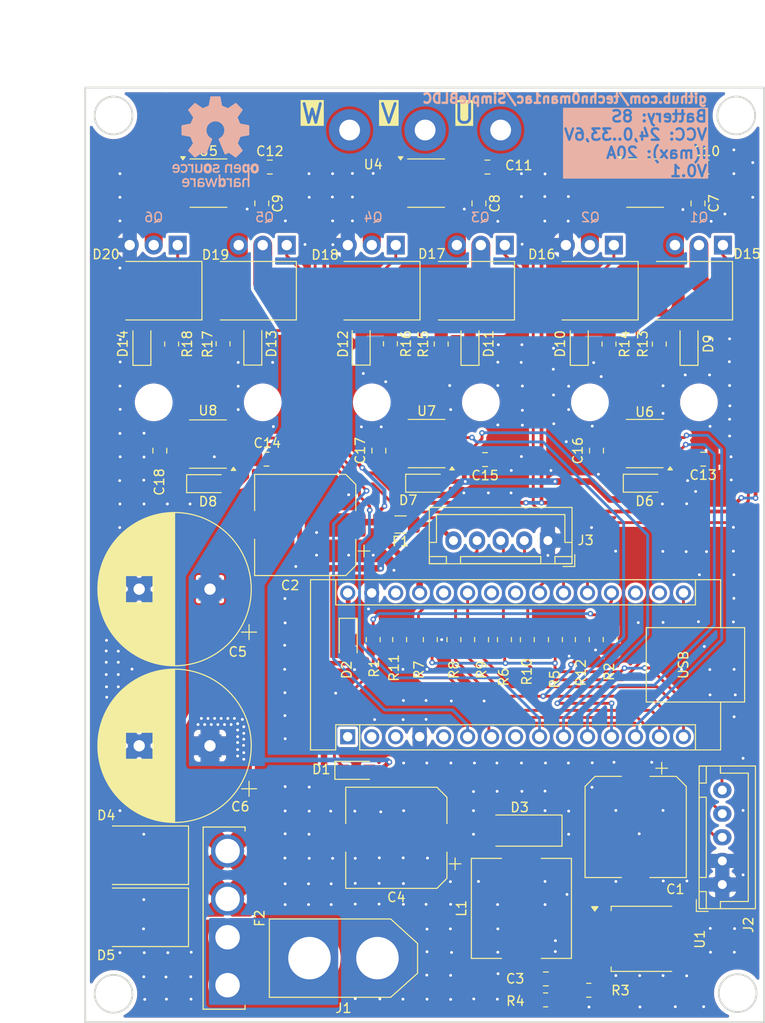
<source format=kicad_pcb>
(kicad_pcb (version 20241229) (generator "pcbnew") (generator_version "9.0")
  (layers (0 "F.Cu" signal) (2 "B.Cu" signal) (13 "F.Paste" user) (15 "B.Paste" user) (5 "F.SilkS" user "F.Silkscreen") (7 "B.SilkS" user "B.Silkscreen") (1 "F.Mask" user) (3 "B.Mask" user) (25 "Edge.Cuts" user))
  (net 0 "")
  (net 1 "/Cur_W")
  (net 2 "/Cur_V")
  (net 3 "/IN_U")
  (net 4 "/IN_W")
  (net 5 "/Cur_U")
  (net 6 "/PWM_U")
  (net 7 "/IN_V")
  (net 8 "/PWM_V")
  (net 9 "+5V")
  (net 10 "GND")
  (net 11 "/PWM_W")
  (net 12 "+10V")
  (net 13 "Net-(U5-FILTER)")
  (net 14 "Net-(U3-FILTER)")
  (net 15 "Net-(U4-FILTER)")
  (net 16 "/U_IN")
  (net 17 "Net-(D6-K)")
  (net 18 "/V_IN")
  (net 19 "Net-(D7-K)")
  (net 20 "Net-(D8-K)")
  (net 21 "/W_IN")
  (net 22 "+33V")
  (net 23 "Net-(D9-K)")
  (net 24 "Net-(D9-A)")
  (net 25 "Net-(D10-K)")
  (net 26 "Net-(D10-A)")
  (net 27 "Net-(D11-A)")
  (net 28 "Net-(D11-K)")
  (net 29 "Net-(D12-K)")
  (net 30 "Net-(D12-A)")
  (net 31 "Net-(D13-K)")
  (net 32 "Net-(D13-A)")
  (net 33 "Net-(D14-A)")
  (net 34 "Net-(D14-K)")
  (net 35 "/U_OUT")
  (net 36 "/V_OUT")
  (net 37 "/W_OUT")
  (net 40 "/HAL_U")
  (net 48 "/CWR")
  (net 50 "Net-(A1-VIN)")
  (net 51 "/Vbatt")
  (net 53 "/HAL_W")
  (net 54 "/POT")
  (net 55 "/HAL_V")
  (net 56 "Net-(D1-K)")
  (net 57 "Net-(U1-FB)")
  (net 58 "/Vin")
  (net 60 "Net-(J3-Pin_2)")
  (net 61 "Net-(J3-Pin_4)")
  (net 62 "Net-(J3-Pin_3)")
  (net 63 "Net-(D3-K)")
  (net 64 "+5V_Fuse")
  (footprint "Connector_JST:JST_XH_B5B-XH-A_1x05_P2.50mm_Vertical" (layer "F.Cu") (at 152.8 91.375 180)
    (property "Reference" "J3")
    (property "Value" "Conn_01x05_Pin")
  )
  (footprint "Diode_SMD:ST_D_SMC" (layer "F.Cu") (at 110.375 131.3 180)
    (property "Reference" "D5")
    (property "Value" "SS510")
  )
  (footprint "Diode_SMD:ST_D_SMC" (layer "F.Cu") (at 110.375 124.725 180)
    (property "Reference" "D4")
    (property "Value" "SS510")
  )
  (footprint "Diode_SMD:Nexperia_CFP3_SOD-123W" (layer "F.Cu") (at 140 85.3)
    (property "Reference" "D7")
    (property "Value" "1N4148W")
  )
  (footprint "Capacitor_SMD:C_0805_2012Metric_Pad1.18x1.45mm_HandSolder" (layer "F.Cu") (at 146.15 82.8 180)
    (property "Reference" "C15")
    (property "Value" "100nF")
  )
  (footprint "Diode_SMD:ST_D_SMC" (layer "F.Cu") (at 144.9 64.9 180)
    (property "Reference" "D17")
    (property "Value" "SS510")
  )
  (footprint "Resistor_SMD:R_0805_2012Metric_Pad1.20x1.40mm_HandSolder" (layer "F.Cu") (at 134.3 101.875 90)
    (property "Reference" "R1")
    (property "Value" "100K")
  )
  (footprint "Package_SO:SOIC-8_3.9x4.9mm_P1.27mm" (layer "F.Cu") (at 139.95 81.1 180)
    (property "Reference" "U7")
    (property "Value" "IR2104")
  )
  (footprint "Resistor_SMD:R_0805_2012Metric_Pad1.20x1.40mm_HandSolder" (layer "F.Cu") (at 145.775 101.875 90)
    (property "Reference" "R9")
    (property "Value" "1K")
  )
  (footprint "Capacitor_THT:CP_Radial_D16.0mm_P7.50mm" (layer "F.Cu") (at 117.012755 113.125 180)
    (property "Reference" "C6")
    (property "Value" "680uF 100V")
  )
  (footprint "Resistor_SMD:R_0805_2012Metric_Pad1.20x1.40mm_HandSolder" (layer "F.Cu") (at 156.45 101.875 -90)
    (property "Reference" "R12")
    (property "Value" "10K")
  )
  (footprint "Inductor_SMD:L_10.4x10.4_H4.8" (layer "F.Cu") (at 149.995 130.355 90)
    (property "Reference" "L1")
    (property "Value" "100uH")
  )
  (footprint "Capacitor_SMD:CP_Elec_10x10.5" (layer "F.Cu") (at 127.1 89.725 180)
    (property "Reference" "C2")
    (property "Value" "1000uF 16V")
  )
  (footprint "Resistor_SMD:R_0805_2012Metric_Pad1.20x1.40mm_HandSolder" (layer "F.Cu") (at 137.1 101.875 -90)
    (property "Reference" "R11")
    (property "Value" "100K")
  )
  (footprint "Fuse:FUSE_3522-2" (layer "F.Cu") (at 118.505 131.385 -90)
    (property "Reference" "F2")
    (property "Value" "20A" (hide yes))
  )
  (footprint "Diode_SMD:ST_D_SMC" (layer "F.Cu") (at 134.9 64.9 180)
    (property "Reference" "D18")
    (property "Value" "SS510")
  )
  (footprint "Resistor_SMD:R_0805_2012Metric_Pad1.20x1.40mm_HandSolder" (layer "F.Cu") (at 118.4 70.525 -90)
    (property "Reference" "R17")
    (property "Value" "10")
  )
  (footprint "Diode_SMD:Nexperia_CFP3_SOD-123W" (layer "F.Cu") (at 121.55 70.525 90)
    (property "Reference" "D13")
    (property "Value" "1N4148W")
  )
  (footprint "Diode_SMD:ST_D_SMC" (layer "F.Cu") (at 168 64.9 180)
    (property "Reference" "D15")
    (property "Value" "SS510")
  )
  (footprint "Module:Arduino_Nano" (layer "F.Cu") (at 131.6 112.165 90)
    (property "Reference" "A1" (hide yes))
    (property "Value" "Arduino_Nano_v3.x" (hide yes))
  )
  (footprint "Resistor_SMD:R_0805_2012Metric_Pad1.20x1.40mm_HandSolder" (layer "F.Cu") (at 140.35 101.875 -90)
    (property "Reference" "R7")
    (property "Value" "10K")
  )
  (footprint "Diode_SMD:Nexperia_CFP3_SOD-123W" (layer "F.Cu") (at 116.8 85.35)
    (property "Reference" "D8")
    (property "Value" "1N4148W")
  )
  (footprint "Resistor_SMD:R_0805_2012Metric_Pad1.20x1.40mm_HandSolder" (layer "F.Cu") (at 159.4 101.875 90)
    (property "Reference" "R2")
    (property "Value" "10K")
  )
  (footprint "Diode_SMD:Nexperia_CFP3_SOD-123W" (layer "F.Cu") (at 131.65 101.875 -90)
    (property "Reference" "D2")
    (property "Value" "1N4148W")
  )
  (footprint "MountingHole:MountingHole_2.2mm_M2_Pad" (layer "F.Cu") (at 139.8 47.875 180)
    (property "Reference" "V1" (hide yes))
    (property "Value" "MountingHole_Pad")
  )
  (footprint "Capacitor_SMD:C_0805_2012Metric_Pad1.18x1.45mm_HandSolder" (layer "F.Cu") (at 169.6 51.8)
    (property "Reference" "C10")
    (property "Value" "100nF")
  )
  (footprint "Diode_SMD:Nexperia_CFP3_SOD-123W" (layer "F.Cu") (at 144.55 70.55 90)
    (property "Reference" "D11")
    (property "Value" "1N4148W")
  )
  (footprint "Capacitor_SMD:C_0805_2012Metric_Pad1.18x1.45mm_HandSolder" (layer "F.Cu") (at 111.7 81.85 -90)
    (property "Reference" "C18")
    (property "Value" "10uF")
  )
  (footprint "Package_SO:SOIC-8_3.9x4.9mm_P1.27mm" (layer "F.Cu") (at 116.8 81.15 180)
    (property "Reference" "U8")
    (property "Value" "IR2104")
  )
  (footprint "Diode_SMD:ST_D_SMC" (layer "F.Cu") (at 111.8 64.9 180)
    (property "Reference" "D20")
    (property "Value" "SS510")
  )
  (footprint "Resistor_SMD:R_0805_2012Metric_Pad1.20x1.40mm_HandSolder" (layer "F.Cu") (at 152.56 140.055)
    (property "Reference" "R4")
    (property "Value" "7K5" (hide yes))
  )
  (footprint "Capacitor_SMD:C_0805_2012Metric_Pad1.18x1.45mm_HandSolder" (layer "F.Cu") (at 168.7 55.65 -90)
    (property "Reference" "C7")
    (property "Value" "1nF")
  )
  (footprint "Capacitor_SMD:C_0805_2012Metric_Pad1.18x1.45mm_HandSolder" (layer "F.Cu") (at 123 82.75 180)
    (property "Reference" "C14")
    (property "Value" "100nF")
  )
  (footprint "Capacitor_SMD:C_0805_2012Metric_Pad1.18x1.45mm_HandSolder" (layer "F.Cu") (at 134.9 81.85 -90)
    (property "Reference" "C17")
    (property "Value" "10uF")
  )
  (footprint "Package_TO_SOT_SMD:TO-252-5_TabPin3" (layer "F.Cu") (at 162.81 133.58)
    (property "Reference" "U1")
    (property "Value" "XL7015")
  )
  (footprint "Package_SO:SOIC-8_3.9x4.9mm_P1.27mm" (layer "F.Cu") (at 163.1 53.5)
    (property "Reference" "U3")
    (property "Value" "ACS712-20A")
  )
  (footprint "Capacitor_SMD:C_0805_2012Metric_Pad1.18x1.45mm_HandSolder" (layer "F.Cu") (at 122.5 55.65 -90)
    (property "Reference" "C9")
    (property "Value" "1nF")
  )
  (footprint "Capacitor_SMD:C_0805_2012Metric_Pad1.18x1.45mm_HandSolder" (layer "F.Cu") (at 123.35 51.8)
    (property "Reference" "C12")
    (property "Value" "100nF")
  )
  (footprint "Diode_SMD:ST_D_SMC" (layer "F.Cu") (at 158 64.9 180)
    (property "Reference" "D16")
    (property "Value" "SS510")
  )
  (footprint "Capacitor_SMD:C_0805_2012Metric_Pad1.18x1.45mm_HandSolder" (layer "F.Cu") (at 146.4 51.8)
    (property "Reference" "C11")
    (property "Value" "100nF")
  )
  (footprint "Diode_SMD:Nexperia_CFP3_SOD-123W" (layer "F.Cu") (at 132.5 115.725)
    (property "Reference" "D1")
    (property "Value" "1N4148W")
  )
  (footprint "Capacitor_SMD:C_0805_2012Metric_Pad1.18x1.45mm_HandSolder" (layer "F.Cu") (at 157.95 81.85 -90)
    (property "Reference" "C16")
    (property "Value" "10uF")
  )
  (footprint "Resistor_SMD:R_0805_2012Metric_Pad1.20x1.40mm_HandSolder" (layer "F.Cu") (at 150.625 101.875 90)
    (property "Reference" "R10")
    (property "Value" "1K")
  )
  (footprint "Resistor_SMD:R_0805_2012Metric_Pad1.20x1.40mm_HandSolder" (layer "F.Cu") (at 142.85 101.875 90)
    (property "Reference" "R8")
    (property "Value" "1K")
  )
  (footprint "Diode_SMD:Nexperia_CFP3_SOD-123W" (layer "F.Cu") (at 163.05 85.3)
    (property "Reference" "D6")
    (property "Value" "1N4148W")
  )
  (footprint "Capacitor_SMD:C_0805_2012Metric_Pad1.18x1.45mm_HandSolder" (layer "F.Cu") (at 169.25 82.75 180)
    (property "Reference" "C13")
    (property "Value" "100nF")
  )
  (footprint "Resistor_SMD:R_0805_2012Metric_Pad1.20x1.40mm_HandSolder" (layer "F.Cu") (at 141.5 70.55 -90)
    (property "Reference" "R15")
    (property "Value" "10")
  )
  (footprint "Package_SO:SOIC-8_3.9x4.9mm_P1.27mm" (layer "F.Cu") (at 163.05 81.1 180)
    (property "Reference" "U6")
    (property "Value" "IR2104")
  )
  (footprint "Resistor_SMD:R_0805_2012Metric_Pad1.20x1.40mm_HandSolder" (layer "F.Cu") (at 164.6 70.55 -90)
    (property "Reference" "R13")
    (property "Value" "10")
  )
  (footprint "Package_SO:SOIC-8_3.9x4.9mm_P1.27mm" (layer "F.Cu") (at 116.85 53.5)
    (property "Reference" "U5")
    (property "Value" "ACS712-20A")
  )
  (footprint "Resistor_SMD:R_0805_2012Metric_Pad1.20x1.40mm_HandSolder" (layer "F.Cu") (at 136.125 70.525 -90)
    (property "Reference" "R16")
    (property "Value" "10")
  )
  (footprint "Diode_SMD:Nexperia_CFP3_SOD-123W" (layer "F.Cu") (at 109.8 70.55 90)
    (property "Reference" "D14")
    (property "Value" "1N4148W")
  )
  (footprint "Diode_SMD:ST_D_SMC" (layer "F.Cu") (at 121.8 64.9 180)
    (property "Reference" "D19")
    (property "Value" "SS510")
  )
  (footprint "Diode_SMD:D_SMA_Handsoldering" (layer "F.Cu") (at 149.7875 122.11 180)
    (property "Reference" "D3")
    (property "Value" "SS16")
  )
  (footprint "Resistor_SMD:R_0805_2012Metric_Pad1.20x1.40mm_HandSolder" (layer "F.Cu") (at 159.275 70.55 -90)
    (property "Reference" "R14")
    (property "Value" "10")
  )
  (footprint "Capacitor_SMD:CP_Elec_10x10.5" (layer "F.Cu") (at 162.1 121.725 -90)
    (property "Reference" "C1")
    (property "Value" "100uF 63V")
  )
  (footprint "Resistor_SMD:R_0805_2012Metric_Pad1.20x1.40mm_HandSolder" (layer "F.Cu") (at 148.2 101.875 -90)
    (property "Reference" "R6")
    (property "Value" "10K")
  )
  (footprint "Capacitor_SMD:C_0805_2012Metric_Pad1.18x1.45mm_HandSolder" (layer "F.Cu") (at 152.585 137.83 180)
    (property "Reference" "C3")
    (property "Value" "33nF")
  )
  (footprint "Capacitor_SMD:C_0805_2012Metric_Pad1.18x1.45mm_HandSolder" (layer "F.Cu") (at 145.5 55.65 -90)
    (property "Reference" "C8")
    (property "Value" "1nF")
  )
  (footprint "Resistor_SMD:R_0805_2012Metric_Pad1.20x1.40mm_HandSolder" (layer "F.Cu") (at 153.6 101.875 -90)
    (property "Reference" "R5")
    (property "Value" "10K")
  )
  (footprint "Package_SO:SOIC-8_3.9x4.9mm_P1.27mm" (layer "F.Cu") (at 139.9 53.5)
    (property "Reference" "U4")
    (property "Value" "ACS712-20A")
  )
  (footprint "Diode_SMD:Nexperia_CFP3_SOD-123W" (layer "F.Cu") (at 167.75 70.55 90)
    (property "Reference" "D9")
    (property "Value" "1N4148W")
  )
  (footprint "Capacitor_SMD:CP_Elec_10x10.5" (layer "F.Cu") (at 136.75 122.875 180)
    (property "Reference" "C4")
    (property "Value" "1000uF 16V")
  )
  (footprint "MountingHole:MountingHole_2.2mm_M2_Pad" (layer "F.Cu") (at 131.8 47.875 180)
    (property "Reference" "W1" (hide yes))
    (property "Value" "MountingHole_Pad")
  )
  (footprint "Diode_SMD:Nexperia_CFP3_SOD-123W" (layer "F.Cu") (at 156.125 70.55 90)
    (property "Reference" "D10")
    (property "Value" "1N4148W")
  )
  (footprint "Connector_AMASS:AMASS_XT60-M_1x02_P7.20mm_Vertical" (layer "F.Cu") (at 134.75 135.625 180)
    (property "Reference" "J1")
    (property "Value" "Conn_01x02" (hide yes))
  )
  (footprint "Diode_SMD:Nexperia_CFP3_SOD-123W" (layer "F.Cu") (at 133.025 70.525 90)
    (property "Reference" "D12")
    (property "Value" "1N4148W")
  )
  (footprint "Resistor_SMD:R_0805_2012Metric_Pad1.20x1.40mm_HandSolder" (layer "F.Cu") (at 157.135 139.03 180)
    (property "Reference" "R3")
    (property "Value" "1K")
  )
  (footprint "Capacitor_THT:CP_Radial_D16.0mm_P7.50mm" (layer "F.Cu") (at 117.012755 96.525 180)
    (property "Reference" "C5")
    (property "Value" "680uF 100V")
  )
  (footprint "Resistor_SMD:R_0805_2012Metric_Pad1.20x1.40mm_HandSolder" (layer "F.Cu") (at 112.95 70.55 -90)
    (property "Reference" "R18")
    (property "Value" "10")
  )
  (footprint "Fuse:Fuse_1206_3216Metric" (layer "F.Cu") (at 137.2 89.675 180)
    (property "Reference" "F1")
    (property "Value" "0.1A")
  )
  (footprint "Connector_JST:JST_XH_B5B-XH-A_1x05_P2.50mm_Vertical" (layer "F.Cu") (at 171.275 127.825 90)
    (property "Reference" "J2")
    (property "Value" "Conn_01x05_Pin" (hide yes))
  )
  (footprint "MountingHole:MountingHole_2.2mm_M2_Pad" (layer "F.Cu") (at 147.8 47.875 180)
    (property "Reference" "U2" (hide yes))
    (property "Value" "MountingHole_Pad")
  )
  (footprint "Package_TO_SOT_THT:TO-220-3_Horizontal_TabUp" (layer "B.Cu") (at 171.34 60.07 180)
    (property "Reference" "Q1")
    (property "Value" "STP110N8F6")
  )
  (footprint "Package_TO_SOT_THT:TO-220-3_Horizontal_TabUp" (layer "B.Cu") (at 125.14 60.07 180)
    (property "Reference" "Q5")
    (property "Value" "STP110N8F6")
  )
  (footprint "Package_TO_SOT_THT:TO-220-3_Horizontal_TabUp" (layer "B.Cu") (at 148.24 60.07 180)
    (property "Reference" "Q3")
    (property "Value" "STP110N8F6")
  )
  (footprint "Package_TO_SOT_THT:TO-220-3_Horizontal_TabUp" (layer "B.Cu") (at 136.69 60.07 180)
    (property "Reference" "Q4")
    (property "Value" "STP110N8F6")
  )
  (footprint "Package_TO_SOT_THT:TO-220-3_Horizontal_TabUp" (layer "B.Cu") (at 159.79 60.07 180)
    (property "Reference" "Q2")
    (property "Value" "STP110N8F6")
  )
  (footprint "Package_TO_SOT_THT:TO-220-3_Horizontal_TabUp" (layer "B.Cu") (at 113.59 60.07 180)
    (property "Reference" "Q6")
    (property "Value" "STP110N8F6")
  )
  (gr_line (start 117.100012 48.773006) (end 117.176159 48.819625) (stroke (width 0.1)) (layer "B.SilkS"))
  (gr_line (start 121.127551 47.449295) (end 121.127498 48.344592) (stroke (width 0.1)) (layer "B.SilkS"))
  (gr_curve (pts (xy 118.03272 44.354623) (xy 118.054257 44.354623) (xy 118.075159 44.37198) (xy 118.079075 44.393199)) (stroke (width 0.1)) (layer "B.SilkS"))
  (gr_line (start 117.13737 44.354623) (end 118.03272 44.354623) (stroke (width 0.1)) (layer "B.SilkS"))
  (gr_line (start 121.550038 51.946048) (end 121.35885 51.944196) (stroke (width 0.1)) (layer "B.SilkS"))
  (gr_curve (pts (xy 118.652956 50.410618) (xy 118.633695 50.42046) (xy 118.611205 50.412153) (xy 118.60295 50.392203)) (stroke (width 0.1)) (layer "B.SilkS"))
  (gr_curve (pts (xy 121.461931 52.309639) (xy 121.388853 52.229047) (xy 121.35885 52.150254) (xy 121.35885 51.944196)) (stroke (width 0.1)) (layer "B.SilkS"))
  (gr_curve (pts (xy 121.596869 52.170944) (xy 121.625021 52.210314) (xy 121.684975 52.240318) (xy 121.750539 52.240318)) (stroke (width 0.1)) (layer "B.SilkS"))
  (gr_line (start 118.957227 50.248164) (end 118.652956 50.410618) (stroke (width 0.1)) (layer "B.SilkS"))
  (gr_curve (pts (xy 119.905123 46.507432) (xy 119.892952 46.525318) (xy 119.891047 46.55548) (xy 119.900943 46.574689)) (stroke (width 0.1)) (layer "B.SilkS"))
  (gr_poly (pts (xy 117.135348 44.354673) (xy 117.133334 44.354823) (xy 117.131329 44.35507) (xy 117.129338 44.35541) (xy 117.127362 44.355843) (xy 117.125406 44.356365) (xy 117.123471 44.356973) (xy 117.121561 44.357667) (xy 117.119679 44.358442) (xy 117.117828 44.359296) (xy 117.116011 44.360228) (xy 117.114231 44.361234) (xy 117.11249 44.362312) (xy 117.110793 44.36346) (xy 117.109141 44.364674) (xy 117.107538 44.365954) (xy 117.105987 44.367295) (xy 117.10449 44.368697) (xy 117.103052 44.370155) (xy 117.101674 44.371668) (xy 117.10036 44.373234) (xy 117.099112 44.374849) (xy 117.097934 44.376512) (xy 117.096829 44.37822) (xy 117.0958 44.37997) (xy 117.094849 44.38176) (xy 117.093979 44.383587) (xy 117.093195 44.385449) (xy 117.092498 44.387344) (xy 117.091891 44.389269) (xy 117.091378 44.391222) (xy 117.090962 44.393199) (xy 116.92348 45.292941) (xy 116.923057 45.294935) (xy 116.922543 45.296935) (xy 116.921256 45.300943) (xy 116.91964 45.304938) (xy 116.917718 45.308895) (xy 116.915514 45.312787) (xy 116.913048 45.316587) (xy 116.910345 45.320271) (xy 116.907427 45.323812) (xy 116.904315 45.327183) (xy 116.901034 45.330359) (xy 116.897604 45.333313) (xy 116.89405 45.33602) (xy 116.890392 45.338452) (xy 116.886655 45.340585) (xy 116.884763 45.341531) (xy 116.88286 45.342392) (xy 116.880948 45.343165) (xy 116.87903 45.343847) (xy 116.275992 45.590703) (xy 116.272246 45.592353) (xy 116.268273 45.59373) (xy 116.264108 45.594839) (xy 116.259786 45.59568) (xy 116.255342 45.596257) (xy 116.250812 45.596572) (xy 116.246229 45.596627) (xy 116.24163 45.596425) (xy 116.237048 45.595968) (xy 116.23252 45.595259) (xy 116.228079 45.594299) (xy 116.223761 45.593092) (xy 116.219601 45.59164) (xy 116.215634 45.589944) (xy 116.211895 45.588009) (xy 116.208418 45.585835) (xy 115.456737 45.070003) (xy 115.455044 45.0689) (xy 115.4533 45.067883) (xy 115.451511 45.066952) (xy 115.449678 45.066105) (xy 115.447808 45.065344) (xy 115.445902 45.064666) (xy 115.443966 45.064073) (xy 115.442002 45.063564) (xy 115.440015 45.063138) (xy 115.438008 45.062795) (xy 115.433952 45.062357) (xy 115.429864 45.062247) (xy 115.425774 45.062463) (xy 115.421713 45.063001) (xy 115.417712 45.063858) (xy 115.413801 45.065032) (xy 115.41189 45.065737) (xy 115.410012 45.066521) (xy 115.408172 45.067382) (xy 115.406374 45.068321) (xy 115.404621 45.069336) (xy 115.402918 45.070429) (xy 115.401268 45.071598) (xy 115.399675 45.072843) (xy 115.398143 45.074163) (xy 115.396676 45.07556) (xy 114.763634 45.708602) (xy 114.762238 45.710069) (xy 114.760918 45.711602) (xy 114.759674 45.713195) (xy 114.758507 45.714846) (xy 114.757417 45.71655) (xy 114.756404 45.718304) (xy 114.75461 45.721946) (xy 114.753128 45.725739) (xy 114.75196 45.729654) (xy 114.751109 45.73366) (xy 114.750577 45.737726) (xy 114.750366 45.74182) (xy 114.750478 45.745914) (xy 114.750916 45.749974) (xy 114.751683 45.753972) (xy 114.75278 45.757876) (xy 114.753453 45.759782) (xy 114.75421 45.761654) (xy 114.755051 45.763487) (xy 114.755975 45.765278) (xy 114.756984 45.767022) (xy 114.758078 45.768715) (xy 115.264914 46.507432) (xy 115.267094 46.510923) (xy 115.269029 46.514669) (xy 115.270716 46.518634) (xy 115.272154 46.522785) (xy 115.27334 46.527087) (xy 115.274272 46.531507) (xy 115.274948 46.536011) (xy 115.275365 46.540564) (xy 115.275522 46.545133) (xy 115.275417 46.549683) (xy 115.275047 46.55418) (xy 115.27441 46.558591) (xy 115.273503 46.562882) (xy 115.272326 46.567017) (xy 115.270874 46.570964) (xy 115.269148 46.574689) (xy 115.0025 47.196777) (xy 115.000977 47.200597) (xy 114.999105 47.204382) (xy 114.996909 47.208109) (xy 114.994418 47.211757) (xy 114.991656 47.215301) (xy 114.98865 47.218721) (xy 114.985428 47.221993) (xy 114.982014 47.225094) (xy 114.978436 47.228003) (xy 114.974721 47.230696) (xy 114.970894 47.233151) (xy 114.966982 47.235346) (xy 114.963011 47.237257) (xy 114.959008 47.238863) (xy 114.955 47.240141) (xy 114.951012 47.241068) (xy 114.081115 47.402834) (xy 114.079142 47.40326) (xy 114.077194 47.403782) (xy 114.075274 47.404396) (xy 114.073383 47.4051) (xy 114.071524 47.405891) (xy 114.0697 47.406766) (xy 114.067914 47.407722) (xy 114.066167 47.408755) (xy 114.062803 47.411045) (xy 114.059627 47.413612) (xy 114.056661 47.416433) (xy 114.053923 47.419483) (xy 114.051433 47.42274) (xy 114.049213 47.42618) (xy 114.047281 47.42978) (xy 114.046429 47.431632) (xy 114.045657 47.433515) (xy 114.044967 47.435427) (xy 114.044361 47.437363) (xy 114.043843 47.439322) (xy 114.043414 47.4413) (xy 114.043078 47.443295) (xy 114.042835 47.445303) (xy 114.04269 47.447322) (xy 114.042645 47.449348) (xy 114.042751 48.344645) (xy 114.042801 48.346667) (xy 114.042951 48.348682) (xy 114.043198 48.350688) (xy 114.04354 48.352682) (xy 114.043974 48.354659) (xy 114.044497 48.356619) (xy 114.045107 48.358556) (xy 114.045802 48.360469) (xy 114.046578 48.362355) (xy 114.047434 48.36421) (xy 114.048368 48.36603) (xy 114.049375 48.367815) (xy 114.050455 48.369559) (xy 114.051604 48.371261) (xy 114.05282 48.372916) (xy 114.054101 48.374523) (xy 114.055444 48.376078) (xy 114.056846 48.377578) (xy 114.058305 48.37902) (xy 114.059819 48.3804) (xy 114.061385 48.381717) (xy 114.063 48.382967) (xy 114.064663 48.384146) (xy 114.066369 48.385253) (xy 114.068118 48.386283) (xy 114.069907 48.387234) (xy 114.071732 48.388102) (xy 114.073592 48.388886) (xy 114.075484 48.389581) (xy 114.077405 48.390184) (xy 114.079353 48.390694) (xy 114.081326 48.391106) (xy 114.929845 48.549009) (xy 114.931843 48.549418) (xy 114.933845 48.54992) (xy 114.935848 48.550512) (xy 114.937849 48.551191) (xy 114.941831 48.552796) (xy 114.945768 48.554714) (xy 114.949633 48.556921) (xy 114.953401 48.559394) (xy 114.957046 48.562109) (xy 114.960544 48.565043) (xy 114.963869 48.568173) (xy 114.966996 48.571476) (xy 114.969899 48.574929) (xy 114.972552 48.578507) (xy 114.974932 48.582189) (xy 114.977011 48.58595) (xy 114.978766 48.589767) (xy 114.979513 48.59169) (xy 114.98017 48.593618) (xy 115.24507 49.255341) (xy 115.246709 49.259104) (xy 115.248075 49.263091) (xy 115.249171 49.267265) (xy 115.250001 49.271592) (xy 115.250565 49.276038) (xy 115.250868 49.280568) (xy 115.250912 49.285148) (xy 115.250699 49.289743) (xy 115.250233 49.294319) (xy 115.249516 49.298841) (xy 115.248551 49.303275) (xy 115.24734 49.307587) (xy 115.245886 49.311741) (xy 115.244193 49.315703) (xy 115.242262 49.31944) (xy 115.240096 49.322915) (xy 114.758079 50.025278) (xy 114.756976 50.026972) (xy 114.755959 50.028716) (xy 114.755027 50.030507) (xy 114.754181 50.032341) (xy 114.753419 50.034214) (xy 114.752742 50.036123) (xy 114.752149 50.038062) (xy 114.75164 50.04003) (xy 114.751214 50.042021) (xy 114.750871 50.044031) (xy 114.750433 50.048096) (xy 114.750323 50.052194) (xy 114.750538 50.056294) (xy 114.751076 50.060365) (xy 114.751933 50.064375) (xy 114.753108 50.068295) (xy 114.753813 50.070211) (xy 114.754596 50.072092) (xy 114.755457 50.073936) (xy 114.756396 50.075737) (xy 114.757411 50.077492) (xy 114.758504 50.079198) (xy 114.759673 50.08085) (xy 114.760918 50.082444) (xy 114.762238 50.083977) (xy 114.763635 50.085445) (xy 115.396783 50.718486) (xy 115.398241 50.719873) (xy 115.399765 50.721185) (xy 115.401351 50.722421) (xy 115.402995 50.723583) (xy 115.404693 50.724668) (xy 115.406441 50.725677) (xy 115.410074 50.727466) (xy 115.413861 50.728946) (xy 115.417772 50.730114) (xy 115.421776 50.730968) (xy 115.425841 50.731504) (xy 115.429936 50.731721) (xy 115.434031 50.731614) (xy 115.438093 50.731183) (xy 115.442093 50.730423) (xy 115.445999 50.729331) (xy 115.447907 50.728661) (xy 115.44978 50.727906) (xy 115.451614 50.727067) (xy 115.453405 50.726144) (xy 115.455149 50.725136) (xy 115.456843 50.724043) (xy 116.146824 50.250492) (xy 116.150292 50.248333) (xy 116.154007 50.246439) (xy 116.157934 50.244813) (xy 116.16204 50.243454) (xy 116.166292 50.242362) (xy 116.170655 50.24154) (xy 116.175095 50.240986) (xy 116.179579 50.240702) (xy 116.184073 50.240689) (xy 116.188543 50.240946) (xy 116.192955 50.241475) (xy 116.197276 50.242277) (xy 116.201472 50.243351) (xy 116.205509 50.244698) (xy 116.209352 50.24632) (xy 116.212969 50.248217) (xy 116.51724 50.41067) (xy 116.51906 50.411536) (xy 116.520894 50.412296) (xy 116.52274 50.412953) (xy 116.524596 50.413508) (xy 116.526457 50.413962) (xy 116.52832 50.414316) (xy 116.530182 50.414571) (xy 116.532041 50.414729) (xy 116.533893 50.41479) (xy 116.535734 50.414756) (xy 116.537562 50.414627) (xy 116.539374 50.414406) (xy 116.541165 50.414093) (xy 116.542934 50.41369) (xy 116.544677 50.413197) (xy 116.546391 50.412615) (xy 116.548072 50.411947) (xy 116.549717 50.411192) (xy 116.551324 50.410353) (xy 116.552889 50.40943) (xy 116.554409 50.408425) (xy 116.555881 50.407338) (xy 116.557301 50.406172) (xy 116.558666 50.404926) (xy 116.559974 50.403602) (xy 116.561221 50.402202) (xy 116.562404 50.400726) (xy 116.56352 50.399176) (xy 116.564565 50.397553) (xy 116.565537 50.395858) (xy 116.566431 50.394092) (xy 116.567246 50.392256) (xy 117.194574 48.876299) (xy 117.195299 48.874413) (xy 117.195928 48.872499) (xy 117.196463 48.870559) (xy 117.196903 48.868598) (xy 117.197252 48.86662) (xy 117.197509 48.864627) (xy 117.197676 48.862623) (xy 117.197754 48.860612) (xy 117.197744 48.858598) (xy 117.197648 48.856585) (xy 117.197467 48.854575) (xy 117.197202 48.852572) (xy 117.196855 48.85058) (xy 117.196426 48.848603) (xy 117.195916 48.846645) (xy 117.195328 48.844708) (xy 117.194662 48.842796) (xy 117.193919 48.840914) (xy 117.1931 48.839064) (xy 117.192208 48.83725) (xy 117.191243 48.835476) (xy 117.190206 48.833746) (xy 117.189098 48.832063) (xy 117.187921 48.83043) (xy 117.186676 48.828852) (xy 117.185364 48.827331) (xy 117.183987 48.825872) (xy 117.182545 48.824478) (xy 117.18104 48.823153) (xy 117.179473 48.8219) (xy 117.177846 48.820723) (xy 117.176159 48.819625) (xy 117.100012 48.773006) (xy 117.094531 48.769515) (xy 117.088679 48.765531) (xy 117.082567 48.761141) (xy 117.076305 48.75643) (xy 117.070003 48.751486) (xy 117.063772 48.746395) (xy 117.057722 48.741245) (xy 117.051963 48.736123) (xy 117.001555 48.70162) (xy 116.953448 48.664157) (xy 116.907772 48.623867) (xy 116.86466 48.580878) (xy 116.824241 48.535323) (xy 116.786649 48.487331) (xy 116.752014 48.437032) (xy 116.720467 48.384558) (xy 116.692139 48.330038) (xy 116.667163 48.273604) (xy 116.645669 48.215386) (xy 116.627788 48.155515) (xy 116.613652 48.09412) (xy 116.603393 48.031333) (xy 116.597141 47.967284) (xy 116.595028 47.902103) (xy 116.596316 47.851151) (xy 116.600139 47.800867) (xy 116.606436 47.751315) (xy 116.615143 47.702556) (xy 116.626198 47.654652) (xy 116.63954 47.607667) (xy 116.655106 47.561661) (xy 116.672834 47.516698) (xy 116.692662 47.472839) (xy 116.714526 47.430147) (xy 116.738367 47.388684) (xy 116.76412 47.348511) (xy 116.791724 47.309692) (xy 116.821116 47.272288) (xy 116.852235 47.236362) (xy 116.885018 47.201976) (xy 116.919402 47.169192) (xy 116.955327 47.138072) (xy 116.992729 47.108679) (xy 117.031546 47.081074) (xy 117.071717 47.055321) (xy 117.113178 47.03148) (xy 117.155868 47.009615) (xy 117.199724 46.989787) (xy 117.244684 46.972059) (xy 117.290687 46.956493) (xy 117.337669 46.943151) (xy 117.385568 46.932095) (xy 117.434323 46.923388) (xy 117.483872 46.917091) (xy 117.534151 46.913268) (xy 117.585098 46.91198) (xy 117.636046 46.913268) (xy 117.686326 46.917091) (xy 117.735875 46.923388) (xy 117.784631 46.932095) (xy 117.832532 46.943151) (xy 117.879515 46.956493) (xy 117.925519 46.972059) (xy 117.970481 46.989787) (xy 118.01434 47.009615) (xy 118.057031 47.03148) (xy 118.098495 47.055321) (xy 118.138667 47.081074) (xy 118.177487 47.108679) (xy 118.214891 47.138072) (xy 118.250818 47.169192) (xy 118.285206 47.201976) (xy 118.317991 47.236362) (xy 118.349112 47.272288) (xy 118.378507 47.309692) (xy 118.406113 47.348511) (xy 118.431869 47.388684) (xy 118.455711 47.430147) (xy 118.477578 47.472839) (xy 118.497407 47.516698) (xy 118.515137 47.561661) (xy 118.530704 47.607667) (xy 118.544048 47.654652) (xy 118.555105 47.702556) (xy 118.563813 47.751315) (xy 118.57011 47.800867) (xy 118.573934 47.851151) (xy 118.575222 47.902103) (xy 118.574691 47.934827) (xy 118.573108 47.967284) (xy 118.570491 47.999458) (xy 118.566855 48.031333) (xy 118.562217 48.062892) (xy 118.556593 48.09412) (xy 118.55 48.125) (xy 118.542454 48.155515) (xy 118.533972 48.185649) (xy 118.52457 48.215386) (xy 118.514265 48.24471) (xy 118.503073 48.273604) (xy 118.49101 48.302053) (xy 118.478093 48.330038) (xy 118.449763 48.384558) (xy 118.418214 48.437032) (xy 118.383577 48.487331) (xy 118.345985 48.535323) (xy 118.305568 48.580879) (xy 118.262458 48.623867) (xy 118.216787 48.664157) (xy 118.168686 48.70162) (xy 118.118287 48.736123) (xy 118.112495 48.741245) (xy 118.106424 48.746395) (xy 118.10018 48.751486) (xy 118.093872 48.756429) (xy 118.087605 48.76114) (xy 118.081489 48.765531) (xy 118.075628 48.769515) (xy 118.070132 48.773006) (xy 117.993985 48.819625) (xy 117.992288 48.820723) (xy 117.990652 48.8219) (xy 117.989078 48.823153) (xy 117.987566 48.824478) (xy 117.986118 48.825872) (xy 117.984735 48.827331) (xy 117.982171 48.83043) (xy 117.979881 48.833746) (xy 117.977875 48.83725) (xy 117.976164 48.840914) (xy 117.974756 48.844708) (xy 117.973662 48.848603) (xy 117.97289 48.852572) (xy 117.972451 48.856585) (xy 117.972353 48.860612) (xy 117.972606 48.864627) (xy 117.972868 48.86662) (xy 117.973221 48.868598) (xy 117.973666 48.870559) (xy 117.974205 48.872499) (xy 117.97484 48.874413) (xy 117.97557 48.876299) (xy 118.60295 50.392203) (xy 118.603765 50.394039) (xy 118.60466 50.395806) (xy 118.605632 50.397502) (xy 118.606678 50.399126) (xy 118.607795 50.400677) (xy 118.608979 50.402154) (xy 118.610228 50.403556) (xy 118.611537 50.404881) (xy 118.612904 50.406128) (xy 118.614326 50.407297) (xy 118.615799 50.408385) (xy 118.617321 50.409392) (xy 118.618887 50.410316) (xy 118.620496 50.411157) (xy 118.622143 50.411913) (xy 118.623825 50.412583) (xy 118.62554 50.413165) (xy 118.627284 50.413659) (xy 118.629053 50.414063) (xy 118.630846 50.414377) (xy 118.632658 50.414598) (xy 118.634485 50.414727) (xy 118.636327 50.41476) (xy 118.638177 50.414698) (xy 118.640035 50.41454) (xy 118.641896 50.414283) (xy 118.643757 50.413927) (xy 118.645616 50.413471) (xy 118.647468 50.412913) (xy 118.649311 50.412253) (xy 118.651141 50.411488) (xy 118.652956 50.410618) (xy 118.957227 50.248164) (xy 118.960835 50.246268) (xy 118.964672 50.244648) (xy 118.968705 50.243303) (xy 118.972898 50.242231) (xy 118.977217 50.241433) (xy 118.98163 50.240908) (xy 118.986101 50.240653) (xy 118.990597 50.24067) (xy 118.995084 50.240956) (xy 118.999528 50.241511) (xy 119.003894 50.242333) (xy 119.008148 50.243424) (xy 119.012258 50.24478) (xy 119.016187 50.246402) (xy 119.019904 50.248289) (xy 119.023373 50.250439) (xy 119.7133 50.723991) (xy 119.714998 50.725084) (xy 119.716747 50.726092) (xy 119.718541 50.727015) (xy 119.720378 50.727854) (xy 119.722254 50.728608) (xy 119.724164 50.729279) (xy 119.726105 50.729866) (xy 119.728073 50.73037) (xy 119.730064 50.730791) (xy 119.732075 50.73113) (xy 119.736139 50.731562) (xy 119.740234 50.731668) (xy 119.744329 50.731452) (xy 119.748394 50.730915) (xy 119.752398 50.730061) (xy 119.75631 50.728893) (xy 119.758222 50.728192) (xy 119.760099 50.727413) (xy 119.761938 50.726558) (xy 119.763735 50.725625) (xy 119.765486 50.724616) (xy 119.767186 50.72353) (xy 119.768833 50.722369) (xy 119.770423 50.721132) (xy 119.771951 50.719821) (xy 119.773414 50.718434) (xy 120.406562 50.085392) (xy 120.407953 50.083924) (xy 120.409269 50.082391) (xy 120.41051 50.080797) (xy 120.411675 50.079145) (xy 120.412764 50.07744) (xy 120.413776 50.075684) (xy 120.415571 50.07204) (xy 120.417055 50.068242) (xy 120.418226 50.064323) (xy 120.419081 50.060312) (xy 120.419619 50.056242) (xy 120.419835 50.052142) (xy 120.419726 50.048044) (xy 120.419292 50.043979) (xy 120.418527 50.039977) (xy 120.41743 50.03607) (xy 120.416756 50.034162) (xy 120.415998 50.032289) (xy 120.415156 50.030455) (xy 120.414228 50.028664) (xy 120.413216 50.026919) (xy 120.412118 50.025226) (xy 119.930153 49.322863) (xy 119.927969 49.319387) (xy 119.926024 49.315651) (xy 119.924318 49.311688) (xy 119.922856 49.307534) (xy 119.921639 49.303223) (xy 119.92067 49.298789) (xy 119.91995 49.294267) (xy 119.919483 49.289691) (xy 119.919271 49.285095) (xy 119.919317 49.280515) (xy 119.919622 49.275985) (xy 119.920189 49.271539) (xy 119.92102 49.267212) (xy 119.922119 49.263038) (xy 119.923486 49.259052) (xy 119.925126 49.255288) (xy 120.190027 48.593565) (xy 120.190679 48.591637) (xy 120.191423 48.589715) (xy 120.193174 48.585897) (xy 120.195254 48.582136) (xy 120.197637 48.578454) (xy 120.200297 48.574876) (xy 120.203208 48.571423) (xy 120.206344 48.568121) (xy 120.209678 48.56499) (xy 120.213186 48.562056) (xy 120.216841 48.559341) (xy 120.220617 48.556869) (xy 120.224488 48.554662) (xy 120.228428 48.552744) (xy 120.232411 48.551138) (xy 120.236412 48.549868) (xy 120.23841 48.549366) (xy 120.240403 48.548957) (xy 121.088922 48.391053) (xy 121.0909 48.390641) (xy 121.092852 48.390132) (xy 121.094777 48.389528) (xy 121.096672 48.388833) (xy 121.098534 48.38805) (xy 121.100362 48.387181) (xy 121.102151 48.38623) (xy 121.103901 48.3852) (xy 121.105609 48.384094) (xy 121.107272 48.382914) (xy 121.110453 48.380348) (xy 121.113424 48.377525) (xy 121.116167 48.37447) (xy 121.118662 48.371208) (xy 121.120887 48.367762) (xy 121.122825 48.364157) (xy 121.124455 48.360417) (xy 121.125148 48.358504) (xy 121.125756 48.356566) (xy 121.126278 48.354607) (xy 121.126711 48.352629) (xy 121.127052 48.350635) (xy 121.127298 48.34863) (xy 121.127448 48.346614) (xy 121.127498 48.344592) (xy 121.127551 47.449295) (xy 121.127501 47.447274) (xy 121.127352 47.44526) (xy 121.127106 47.443256) (xy 121.126766 47.441265) (xy 121.126335 47.439291) (xy 121.125814 47.437335) (xy 121.125207 47.435402) (xy 121.124515 47.433493) (xy 121.123741 47.431612) (xy 121.122889 47.429763) (xy 121.121959 47.427947) (xy 121.120954 47.426167) (xy 121.119878 47.424428) (xy 121.118732 47.422731) (xy 121.117518 47.42108) (xy 121.11624 47.419477) (xy 121.1149 47.417925) (xy 121.113499 47.416428) (xy 121.112042 47.414989) (xy 121.110529 47.41361) (xy 121.108963 47.412294) (xy 121.107348 47.411044) (xy 121.105685 47.409863) (xy 121.103977 47.408755) (xy 121.102226 47.407721) (xy 121.100434 47.406765) (xy 121.098605 47.405891) (xy 121.09674 47.4051) (xy 121.094842 47.404396) (xy 121.092914 47.403782) (xy 121.090957 47.40326) (xy 121.088975 47.402834) (xy 120.219131 47.241068) (xy 120.217131 47.24065) (xy 120.215125 47.240141) (xy 120.211102 47.238863) (xy 120.207087 47.237257) (xy 120.203108 47.235346) (xy 120.199191 47.233151) (xy 120.195361 47.230696) (xy 120.191645 47.228003) (xy 120.188069 47.225094) (xy 120.184659 47.221993) (xy 120.181441 47.218721) (xy 120.178442 47.215301) (xy 120.175688 47.211757) (xy 120.173205 47.208109) (xy 120.171019 47.204382) (xy 120.169156 47.200597) (xy 120.168354 47.19869) (xy 120.167643 47.196777) (xy 119.900943 46.574689) (xy 119.899225 46.570964) (xy 119.897782 46.567017) (xy 119.896611 46.562882) (xy 119.89571 46.558591) (xy 119.895076 46.55418) (xy 119.894708 46.549683) (xy 119.894602 46.545133) (xy 119.894758 46.540564) (xy 119.895172 46.536011) (xy 119.895843 46.531507) (xy 119.896767 46.527087) (xy 119.897944 46.522785) (xy 119.89937 46.518634) (xy 119.901043 46.514669) (xy 119.902962 46.510923) (xy 119.905123 46.507432) (xy 120.412012 45.768715) (xy 120.413115 45.767022) (xy 120.414131 45.765278) (xy 120.415062 45.763487) (xy 120.415908 45.761654) (xy 120.416668 45.759782) (xy 120.417344 45.757876) (xy 120.417936 45.755937) (xy 120.418444 45.753972) (xy 120.418868 45.751983) (xy 120.419209 45.749974) (xy 120.419644 45.745914) (xy 120.419751 45.74182) (xy 120.419533 45.737726) (xy 120.418993 45.73366) (xy 120.418134 45.729654) (xy 120.416959 45.725739) (xy 120.416255 45.723825) (xy 120.415472 45.721946) (xy 120.414612 45.720104) (xy 120.413675 45.718304) (xy 120.412661 45.71655) (xy 120.411571 45.714846) (xy 120.410405 45.713195) (xy 120.409164 45.711602) (xy 120.407847 45.710069) (xy 120.406456 45.708602) (xy 119.77336 45.07556) (xy 119.771898 45.074164) (xy 119.77037 45.072843) (xy 119.76878 45.071598) (xy 119.767133 45.070429) (xy 119.765432 45.069336) (xy 119.763682 45.068321) (xy 119.760046 45.066521) (xy 119.756257 45.065032) (xy 119.752345 45.063858) (xy 119.748341 45.063001) (xy 119.744276 45.062463) (xy 119.740181 45.062248) (xy 119.736086 45.062357) (xy 119.732022 45.062795) (xy 119.72802 45.063564) (xy 119.724111 45.064667) (xy 119.7222 45.065344) (xy 119.720325 45.066105) (xy 119.718488 45.066952) (xy 119.716693 45.067883) (xy 119.714945 45.068901) (xy 119.713247 45.070003) (xy 118.961619 45.585835) (xy 118.958151 45.588009) (xy 118.95442 45.589945) (xy 118.950459 45.59164) (xy 118.946305 45.593092) (xy 118.941992 45.594299) (xy 118.937554 45.595259) (xy 118.933027 45.595968) (xy 118.928447 45.596425) (xy 118.923847 45.596627) (xy 118.919262 45.596572) (xy 118.914729 45.596257) (xy 118.910281 45.59568) (xy 118.905953 45.594839) (xy 118.901781 45.59373) (xy 118.8978 45.592353) (xy 118.894044 45.590703) (xy 118.290953 45.343847) (xy 118.287114 45.342392) (xy 118.283313 45.340585) (xy 118.279571 45.338452) (xy 118.275911 45.33602) (xy 118.272356 45.333313) (xy 118.268927 45.330359) (xy 118.265646 45.327183) (xy 118.262537 45.323812) (xy 118.259621 45.320271) (xy 118.256921 45.316587) (xy 118.254459 45.312787) (xy 118.252258 45.308895) (xy 118.250339 45.304938) (xy 118.248726 45.300943) (xy 118.247439 45.296935) (xy 118.246503 45.292941) (xy 118.079075 44.393199) (xy 118.078658 44.391222) (xy 118.078145 44.389269) (xy 118.077539 44.387344) (xy 118.076842 44.385449) (xy 118.076057 44.383587) (xy 118.075188 44.38176) (xy 118.074238 44.37997) (xy 118.073208 44.37822) (xy 118.072104 44.376512) (xy 118.070926 44.374849) (xy 118.068366 44.371668) (xy 118.065551 44.368697) (xy 118.062505 44.365954) (xy 118.059253 44.36346) (xy 118.055819 44.361234) (xy 118.052226 44.359296) (xy 118.050377 44.358442) (xy 118.048498 44.357667) (xy 118.046591 44.356973) (xy 118.04466 44.356365) (xy 118.042706 44.355843) (xy 118.040734 44.35541) (xy 118.038747 44.35507) (xy 118.036747 44.354823) (xy 118.034737 44.354673) (xy 118.03272 44.354623) (xy 117.13737 44.354623)) (stroke (width -0.000001)) (fill yes) (layer "B.SilkS"))
  (gr_curve (pts (xy 120.817142 52.240317) (xy 120.637225 52.240317) (xy 120.627859 52.092203) (xy 120.627859 51.946047)) (stroke (width 0.1)) (layer "B.SilkS"))
  (gr_poly (pts (xy 117.437936 53.6361) (xy 117.434179 53.6361) (xy 117.218703 52.970832) (xy 117.080008 52.970832) (xy 116.864532 53.6361) (xy 116.860669 53.6361) (xy 116.679006 52.970832) (xy 116.476547 52.970832) (xy 116.780077 53.920951) (xy 116.948828 53.920951) (xy 117.147477 53.255629) (xy 117.151234 53.255629) (xy 117.349883 53.920951) (xy 117.518529 53.920951) (xy 117.822112 52.970832) (xy 117.619758 52.970832)) (stroke (width -0.000001)) (fill yes) (layer "B.SilkS"))
  (gr_line (start 116.51724 50.41067) (end 116.212969 50.248217) (stroke (width 0.1)) (layer "B.SilkS"))
  (gr_poly (pts (xy 119.890599 52.960502) (xy 119.849395 52.963402) (xy 119.810161 52.968371) (xy 119.791324 52.971667) (xy 119.773028 52.975523) (xy 119.755289 52.979953) (xy 119.738123 52.984971) (xy 119.721547 52.99059) (xy 119.705576 52.996826) (xy 119.690228 53.003691) (xy 119.675517 53.0112) (xy 119.66146 53.019368) (xy 119.648074 53.028207) (xy 119.635374 53.037733) (xy 119.623376 53.047959) (xy 119.612097 53.058899) (xy 119.601552 53.070567) (xy 119.591759 53.082978) (xy 119.582732 53.096145) (xy 119.574489 53.110083) (xy 119.567044 53.124805) (xy 119.560416 53.140326) (xy 119.554618 53.156659) (xy 119.549668 53.173819) (xy 119.545583 53.19182) (xy 119.542376 53.210675) (xy 119.540066 53.230399) (xy 119.538669 53.251006) (xy 119.538199 53.27251) (xy 119.538199 53.920951) (xy 119.729387 53.920951) (xy 119.729387 53.836602) (xy 119.733144 53.836602) (xy 119.740833 53.848498) (xy 119.749194 53.859565) (xy 119.75828 53.869812) (xy 119.768147 53.879247) (xy 119.77885 53.887879) (xy 119.790444 53.895716) (xy 119.802982 53.902766) (xy 119.816521 53.909039) (xy 119.831114 53.914541) (xy 119.846817 53.919283) (xy 119.863684 53.923272) (xy 119.881771 53.926517) (xy 119.901132 53.929026) (xy 119.921821 53.930807) (xy 119.943894 53.93187) (xy 119.967406 53.932222) (xy 119.987 53.931857) (xy 120.006072 53.930772) (xy 120.024615 53.928982) (xy 120.042621 53.926505) (xy 120.060086 53.923354) (xy 120.077001 53.919547) (xy 120.093361 53.915098) (xy 120.10916 53.910025) (xy 120.12439 53.904342) (xy 120.139045 53.898065) (xy 120.153119 53.89121) (xy 120.166605 53.883793) (xy 120.179497 53.87583) (xy 120.191787 53.867336) (xy 120.203471 53.858327) (xy 120.21454 53.848819) (xy 120.224989 53.838828) (xy 120.234811 53.82837) (xy 120.244 53.81746) (xy 120.252548 53.806114) (xy 120.26045 53.794348) (xy 120.2677 53.782178) (xy 120.274289 53.769619) (xy 120.280213 53.756687) (xy 120.285464 53.743399) (xy 120.290036 53.729769) (xy 120.293923 53.715814) (xy 120.297117 53.701549) (xy 120.299613 53.686991) (xy 120.301404 53.672154) (xy 120.302483 53.657056) (xy 120.302845 53.64171) (xy 120.302641 53.632343) (xy 120.122981 53.632343) (xy 120.122381 53.64418) (xy 120.120552 53.655772) (xy 120.117455 53.667048) (xy 120.113047 53.677935) (xy 120.11034 53.68321) (xy 120.107289 53.688362) (xy 120.10389 53.693381) (xy 120.100138 53.698258) (xy 120.096027 53.702985) (xy 120.091553 53.707551) (xy 120.086711 53.711949) (xy 120.081494 53.71617) (xy 120.075899 53.720204) (xy 120.06992 53.724042) (xy 120.063551 53.727677) (xy 120.056789 53.731097) (xy 120.049626 53.734296) (xy 120.04206 53.737263) (xy 120.034083 53.739991) (xy 120.025692 53.742469) (xy 120.007644 53.746642) (xy 119.987876 53.749711) (xy 119.966345 53.751605) (xy 119.943011 53.752253) (xy 119.914364 53.752027) (xy 119.888102 53.75124) (xy 119.864151 53.749723) (xy 119.842437 53.747309) (xy 119.832395 53.745713) (xy 119.822886 53.743829) (xy 119.813898 53.741638) (xy 119.805424 53.739117) (xy 119.797453 53.736247) (xy 119.789976 53.733005) (xy 119.782985 53.729371) (xy 119.776469 53.725324) (xy 119.770421 53.720844) (xy 119.764829 53.715908) (xy 119.759686 53.710497) (xy 119.754982 53.704588) (xy 119.750707 53.698162) (xy 119.746852 53.691198) (xy 119.743409 53.683673) (xy 119.740367 53.675568) (xy 119.737718 53.666862) (xy 119.735452 53.657532) (xy 119.73356 53.64756) (xy 119.732033 53.636923) (xy 119.730861 53.6256) (xy 119.730036 53.613571) (xy 119.729548 53.600815) (xy 119.729387 53.58731) (xy 119.729387 53.517937) (xy 119.957987 53.517937) (xy 119.968358 53.518068) (xy 119.978379 53.51846) (xy 119.988052 53.519107) (xy 119.997377 53.520008) (xy 120.006355 53.521156) (xy 120.014989 53.52255) (xy 120.02328 53.524185) (xy 120.031228 53.526057) (xy 120.038837 53.528163) (xy 120.046105 53.530499) (xy 120.053036 53.53306) (xy 120.059631 53.535844) (xy 120.06589 53.538846) (xy 120.071816 53.542063) (xy 120.077409 53.54549) (xy 120.082672 53.549125) (xy 120.087604 53.552962) (xy 120.092209 53.557) (xy 120.096487 53.561233) (xy 120.100439 53.565658) (xy 120.104067 53.57027) (xy 120.107373 53.575068) (xy 120.110357 53.580045) (xy 120.113021 53.5852) (xy 120.115367 53.590527) (xy 120.117395 53.596024) (xy 120.119108 53.601686) (xy 120.120506 53.607509) (xy 120.121591 53.61349) (xy 120.122364 53.619626) (xy 120.122827 53.625911) (xy 120.122981 53.632343) (xy 120.302641 53.632343) (xy 120.302537 53.627551) (xy 120.301616 53.613543) (xy 120.300082 53.599705) (xy 120.297937 53.586056) (xy 120.295181 53.572618) (xy 120.291814 53.559408) (xy 120.28784 53.546447) (xy 120.283257 53.533755) (xy 120.278068 53.52135) (xy 120.272274 53.509253) (xy 120.265874 53.497483) (xy 120.258872 53.48606) (xy 120.251266 53.475003) (xy 120.243059 53.464331) (xy 120.234252 53.454066) (xy 120.224846 53.444225) (xy 120.21484 53.434829) (xy 120.204238 53.425897) (xy 120.193039 53.417448) (xy 120.181245 53.409504) (xy 120.168856 53.402082) (xy 120.155875 53.395203) (xy 120.142301 53.388886) (xy 120.128135 53.38315) (xy 120.11338 53.378017) (xy 120.098035 53.373504) (xy 120.082103 53.369631) (xy 120.065583 53.366419) (xy 120.048477 53.363887) (xy 120.030786 53.362053) (xy 120.012511 53.360939) (xy 119.993653 53.360563) (xy 119.729387 53.360563) (xy 119.729387 53.261239) (xy 119.730073 53.245055) (xy 119.730936 53.23746) (xy 119.732151 53.23019) (xy 119.733721 53.223241) (xy 119.73565 53.216608) (xy 119.737943 53.210285) (xy 119.740603 53.204269) (xy 119.743633 53.198554) (xy 119.747037 53.193136) (xy 119.75082 53.18801) (xy 119.754984 53.183171) (xy 119.759534 53.178614) (xy 119.764474 53.174335) (xy 119.769807 53.170329) (xy 119.775537 53.166591) (xy 119.781667 53.163117) (xy 119.788202 53.159901) (xy 119.802501 53.154226) (xy 119.818463 53.149529) (xy 119.836119 53.145771) (xy 119.855498 53.142914) (xy 119.876631 53.140921) (xy 119.899548 53.139753) (xy 119.924279 53.139372) (xy 119.942297 53.139597) (xy 119.959144 53.140287) (xy 119.974877 53.141469) (xy 119.989553 53.143165) (xy 119.996513 53.144213) (xy 120.003231 53.1454) (xy 120.009713 53.146727) (xy 120.015966 53.148198) (xy 120.021999 53.149817) (xy 120.027818 53.151585) (xy 120.033431 53.153507) (xy 120.038844 53.155584) (xy 120.044064 53.157821) (xy 120.0491 53.16022) (xy 120.053958 53.162785) (xy 120.058645 53.165518) (xy 120.063169 53.168422) (xy 120.067536 53.171501) (xy 120.071754 53.174757) (xy 120.075831 53.178194) (xy 120.079772 53.181814) (xy 120.083586 53.185622) (xy 120.08728 53.189619) (xy 120.090861 53.193808) (xy 120.094336 53.198194) (xy 120.097711 53.202778) (xy 120.100996 53.207565) (xy 120.104196 53.212556) (xy 120.254108 53.098256) (xy 120.240032 53.080007) (xy 120.2252 53.063217) (xy 120.209605 53.047846) (xy 120.193239 53.033856) (xy 120.176092 53.021208) (xy 120.158158 53.009863) (xy 120.139427 52.999782) (xy 120.119892 52.990927) (xy 120.099544 52.983259) (xy 120.078374 52.976739) (xy 120.056375 52.971329) (xy 120.033538 52.966989) (xy 120.009855 52.963681) (xy 119.985317 52.961366) (xy 119.959917 52.960006) (xy 119.933645 52.959561)) (stroke (width -0.000001)) (fill yes) (layer "B.SilkS"))
  (gr_curve (pts (xy 116.620004 52.170944) (xy 116.648103 52.210314) (xy 116.708057 52.240318) (xy 116.773674 52.240318)) (stroke (width 0.1)) (layer "B.SilkS"))
  (gr_curve (pts (xy 117.97557 48.876299) (xy 117.967262 48.85635) (xy 117.97557 48.830896) (xy 117.993985 48.819625)) (stroke (width 0.1)) (layer "B.SilkS"))
  (gr_curve (pts (xy 116.927238 52.170944) (xy 116.962904 52.120302) (xy 116.974175 52.082891) (xy 116.974175 51.944196)) (stroke (width 0.1)) (layer "B.SilkS"))
  (gr_curve (pts (xy 114.951012 47.241068) (xy 114.972178 47.2371) (xy 114.995356 47.217203) (xy 115.0025 47.196777)) (stroke (width 0.1)) (layer "B.SilkS"))
  (gr_line (start 117.993985 48.819625) (end 118.070132 48.773006) (stroke (width 0.1)) (layer "B.SilkS"))
  (gr_line (start 116.620004 52.170944) (end 116.485013 52.309639) (stroke (width 0.1)) (layer "B.SilkS"))
  (gr_curve (pts (xy 120.167643 47.196777) (xy 120.174734 47.217203) (xy 120.197858 47.2371) (xy 120.219131 47.241068)) (stroke (width 0.1)) (layer "B.SilkS"))
  (gr_poly (pts (xy 120.737633 51.459398) (xy 120.716967 51.461186) (xy 120.697041 51.464105) (xy 120.677852 51.468106) (xy 120.659397 51.47314) (xy 120.641674 51.479156) (xy 120.624679 51.486106) (xy 120.608412 51.493941) (xy 120.592869 51.50261) (xy 120.578048 51.512064) (xy 120.563946 51.522254) (xy 120.550561 51.533131) (xy 120.53789 51.544644) (xy 120.525932 51.556744) (xy 120.514682 51.569383) (xy 120.50414 51.58251) (xy 120.494741 51.595137) (xy 120.486187 51.607893) (xy 120.478445 51.621038) (xy 120.471483 51.634833) (xy 120.468284 51.642057) (xy 120.465267 51.64954) (xy 120.462428 51.657317) (xy 120.459764 51.665419) (xy 120.45727 51.67388) (xy 120.454942 51.682731) (xy 120.450767 51.701737) (xy 120.447207 51.722699) (xy 120.444228 51.745877) (xy 120.441798 51.771532) (xy 120.439883 51.799925) (xy 120.438452 51.831318) (xy 120.43747 51.86597) (xy 120.436905 51.904144) (xy 120.436724 51.9461) (xy 120.43747 52.025588) (xy 120.439883 52.091158) (xy 120.441798 52.119368) (xy 120.444228 52.144872) (xy 120.447207 52.167926) (xy 120.450767 52.18879) (xy 120.454942 52.20772) (xy 120.459764 52.224974) (xy 120.465267 52.240809) (xy 120.471483 52.255485) (xy 120.478445 52.269257) (xy 120.486187 52.282384) (xy 120.494741 52.295123) (xy 120.50414 52.307733) (xy 120.514682 52.32086) (xy 120.525932 52.333498) (xy 120.53789 52.345599) (xy 120.550561 52.357112) (xy 120.563946 52.367989) (xy 120.578048 52.378179) (xy 120.592869 52.387633) (xy 120.608412 52.396302) (xy 120.62468 52.404136) (xy 120.633086 52.407725) (xy 120.641674 52.411087) (xy 120.650444 52.414215) (xy 120.659397 52.417103) (xy 120.668533 52.419746) (xy 120.677852 52.422137) (xy 120.687355 52.42427) (xy 120.697041 52.426138) (xy 120.706912 52.427736) (xy 120.716968 52.429057) (xy 120.727208 52.430095) (xy 120.737633 52.430845) (xy 120.748243 52.431299) (xy 120.75904 52.431452) (xy 120.777077 52.43093) (xy 120.794654 52.429387) (xy 120.81179 52.426856) (xy 120.828509 52.42337) (xy 120.844832 52.418961) (xy 120.860782 52.413662) (xy 120.87638 52.407507) (xy 120.891649 52.400529) (xy 120.90661 52.392759) (xy 120.921285 52.384232) (xy 120.935697 52.374981) (xy 120.949867 52.365037) (xy 120.963818 52.354435) (xy 120.977571 52.343206) (xy 120.991149 52.331385) (xy 121.004573 52.319004) (xy 121.005261 53.072008) (xy 120.993053 53.058397) (xy 120.980329 53.045663) (xy 120.967101 53.033806) (xy 120.953378 53.022827) (xy 120.939172 53.012725) (xy 120.924494 53.0035) (xy 120.909354 52.995154) (xy 120.893765 52.987685) (xy 120.877737 52.981095) (xy 120.861281 52.975382) (xy 120.844408 52.970548) (xy 120.827128 52.966593) (xy 120.809454 52.963516) (xy 120.791396 52.961318) (xy 120.772965 52.96) (xy 120.754171 52.95956) (xy 120.740236 52.959894) (xy 120.726215 52.960896) (xy 120.712142 52.962563) (xy 120.698053 52.964892) (xy 120.683982 52.967882) (xy 120.669963 52.971529) (xy 120.656032 52.975831) (xy 120.642223 52.980786) (xy 120.62857 52.986392) (xy 120.615108 52.992646) (xy 120.601873 52.999546) (xy 120.588898 53.007088) (xy 120.576218 53.015272) (xy 120.563868 53.024094) (xy 120.551882 53.033553) (xy 120.540295 53.043645) (xy 120.529143 53.054368) (xy 120.518458 53.06572) (xy 120.508277 53.077699) (xy 120.498633 53.090302) (xy 120.489562 53.103526) (xy 120.481098 53.11737) (xy 120.473275 53.13183) (xy 120.466129 53.146905) (xy 120.459694 53.162592) (xy 120.454004 53.178889) (xy 120.449095 53.195793) (xy 120.445001 53.213301) (xy 120.441756 53.231413) (xy 120.439395 53.250124) (xy 120.437953 53.269433) (xy 120.437465 53.289337) (xy 120.437465 53.92095) (xy 120.6286 53.92095) (xy 120.6286 53.355007) (xy 120.628834 53.343037) (xy 120.629531 53.331391) (xy 120.63068 53.320071) (xy 120.632272 53.309081) (xy 120.634295 53.298425) (xy 120.636742 53.288108) (xy 120.6396 53.278131) (xy 120.642862 53.2685) (xy 120.646516 53.259218) (xy 120.650552 53.250289) (xy 120.654962 53.241717) (xy 120.659734 53.233504) (xy 120.664859 53.225656) (xy 120.670327 53.218176) (xy 120.676127 53.211067) (xy 120.682251 53.204333) (xy 120.688687 53.197979) (xy 120.695427 53.192007) (xy 120.70246 53.186422) (xy 120.709776 53.181227) (xy 120.717365 53.176426) (xy 120.725217 53.172023) (xy 120.733323 53.168022) (xy 120.741672 53.164425) (xy 120.750255 53.161238) (xy 120.75906 53.158464) (xy 120.76808 53.156106) (xy 120.777303 53.154168) (xy 120.786719 53.152655) (xy 120.796319 53.151569) (xy 120.806093 53.150915) (xy 120.816031 53.150696) (xy 120.826136 53.150915) (xy 120.836068 53.151569) (xy 120.845815 53.152655) (xy 120.855368 53.154168) (xy 120.864718 53.156106) (xy 120.873855 53.158464) (xy 120.882769 53.161238) (xy 120.891452 53.164426) (xy 120.899893 53.168022) (xy 120.908082 53.172023) (xy 120.916011 53.176426) (xy 120.923669 53.181227) (xy 120.931047 53.186422) (xy 120.938135 53.192007) (xy 120.944924 53.197979) (xy 120.951405 53.204334) (xy 120.957567 53.211067) (xy 120.963401 53.218176) (xy 120.968897 53.225657) (xy 120.974046 53.233505) (xy 120.978838 53.241717) (xy 120.983264 53.25029) (xy 120.987314 53.259219) (xy 120.990978 53.268501) (xy 120.994247 53.278132) (xy 120.997112 53.288108) (xy 120.999562 53.298426) (xy 121.001588 53.309081) (xy 121.00318 53.320071) (xy 121.00433 53.331391) (xy 121.005026 53.343037) (xy 121.005261 53.355007) (xy 121.005261 53.920951) (xy 121.196448 53.920951) (xy 121.196448 51.946047) (xy 121.004573 51.946047) (xy 121.003822 51.99798) (xy 121.002535 52.024019) (xy 121.000327 52.049758) (xy 120.996966 52.074936) (xy 120.992219 52.099292) (xy 120.985852 52.122567) (xy 120.981988 52.133717) (xy 120.977631 52.144498) (xy 120.972753 52.154879) (xy 120.967324 52.164826) (xy 120.961315 52.174308) (xy 120.954697 52.18329) (xy 120.947441 52.191741) (xy 120.939516 52.199628) (xy 120.930896 52.206919) (xy 120.921549 52.213581) (xy 120.911447 52.219581) (xy 120.900561 52.224887) (xy 120.888862 52.229466) (xy 120.876319 52.233285) (xy 120.862906 52.236313) (xy 120.848591 52.238516) (xy 120.833346 52.239861) (xy 120.817142 52.240317) (xy 120.800769 52.239888) (xy 120.785367 52.238618) (xy 120.770904 52.236535) (xy 120.757353 52.233667) (xy 120.744682 52.230041) (xy 120.732864 52.225685) (xy 120.721868 52.220626) (xy 120.711664 52.214891) (xy 120.702224 52.208508) (xy 120.693517 52.201504) (xy 120.685514 52.193908) (xy 120.678187 52.185745) (xy 120.671504 52.177045) (xy 120.665437 52.167834) (xy 120.659956 52.15814) (xy 120.655032 52.147991) (xy 120.650634 52.137413) (xy 120.646735 52.126434) (xy 120.643303 52.115082) (xy 120.64031 52.103385) (xy 120.637726 52.091369) (xy 120.635522 52.079062) (xy 120.632134 52.053686) (xy 120.629909 52.027477) (xy 120.628613 52.000654) (xy 120.628008 51.973437) (xy 120.627859 51.946047) (xy 120.628613 51.890798) (xy 120.629909 51.863719) (xy 120.632134 51.837293) (xy 120.635522 51.811735) (xy 120.64031 51.787263) (xy 120.646735 51.764094) (xy 120.650634 51.753065) (xy 120.655032 51.742444) (xy 120.659956 51.732256) (xy 120.665437 51.722529) (xy 120.671504 51.71329) (xy 120.678187 51.704567) (xy 120.685514 51.696386) (xy 120.693517 51.688774) (xy 120.702224 51.681758) (xy 120.711664 51.675366) (xy 120.721868 51.669625) (xy 120.732864 51.664561) (xy 120.744682 51.660202) (xy 120.757353 51.656575) (xy 120.770904 51.653706) (xy 120.785367 51.651624) (xy 120.800769 51.650355) (xy 120.817142 51.649926) (xy 120.833341 51.650381) (xy 120.848582 51.651727) (xy 120.862893 51.653931) (xy 120.876304 51.656961) (xy 120.888844 51.660784) (xy 120.900541 51.665368) (xy 120.911426 51.670681) (xy 120.921527 51.676691) (xy 120.930873 51.683365) (xy 120.939493 51.690671) (xy 120.947417 51.698577) (xy 120.954674 51.707051) (xy 120.961293 51.71606) (xy 120.967302 51.725572) (xy 120.972732 51.735555) (xy 120.977612 51.745976) (xy 120.981969 51.756804) (xy 120.985835 51.768006) (xy 120.989237 51.77955) (xy 120.992205 51.791403) (xy 120.994768 51.803534) (xy 120.996956 51.815909) (xy 121.000319 51.841267) (xy 121.00253 51.867217) (xy 121.00382 51.893503) (xy 121.004423 51.919865) (xy 121.004573 51.946047) (xy 121.196448 51.946047) (xy 121.196448 51.470062) (xy 121.004573 51.470062) (xy 121.004573 51.569387) (xy 120.992997 51.557331) (xy 120.980792 51.545795) (xy 120.967983 51.534814) (xy 120.9546 51.524424) (xy 120.940668 51.51466) (xy 120.926215 51.505558) (xy 120.911268 51.497153) (xy 120.895855 51.489482) (xy 120.880004 51.48258) (xy 120.86374 51.476483) (xy 120.847092 51.471225) (xy 120.830087 51.466844) (xy 120.812751 51.463374) (xy 120.795114 51.460852) (xy 120.777201 51.459312) (xy 120.759039 51.458791)) (stroke (width -0.000001)) (fill yes) (layer "B.SilkS"))
  (gr_curve (pts (xy 119.925126 49.255288) (xy 119.915653 49.274709) (xy 119.917876 49.305083) (xy 119.930153 49.322863)) (stroke (width 0.1)) (layer "B.SilkS"))
  (gr_line (start 118.961619 45.585835) (end 119.713247 45.070003) (stroke (width 0.1)) (layer "B.SilkS"))
  (gr_line (start 114.763634 45.708602) (end 115.396676 45.07556) (stroke (width 0.1)) (layer "B.SilkS"))
  (gr_poly (pts (xy 117.638889 51.459432) (xy 117.60945 51.461174) (xy 117.581184 51.464037) (xy 117.554038 51.467987) (xy 117.527959 51.472993) (xy 117.502896 51.47902) (xy 117.478795 51.486036) (xy 117.455604 51.494007) (xy 117.43327 51.502902) (xy 117.411742 51.512686) (xy 117.390967 51.523327) (xy 117.370892 51.534791) (xy 117.351464 51.547047) (xy 117.332632 51.560059) (xy 117.314342 51.573797) (xy 117.296543 51.588226) (xy 117.414547 51.726815) (xy 117.428626 51.717192) (xy 117.442785 51.70799) (xy 117.457062 51.699235) (xy 117.471491 51.690955) (xy 117.486109 51.683178) (xy 117.50095 51.675932) (xy 117.516051 51.669244) (xy 117.531447 51.663143) (xy 117.547173 51.657655) (xy 117.563265 51.652809) (xy 117.579759 51.648632) (xy 117.596691 51.645153) (xy 117.614095 51.642398) (xy 117.632007 51.640396) (xy 117.650464 51.639175) (xy 117.6695 51.638761) (xy 117.68068 51.638903) (xy 117.691396 51.639325) (xy 117.701654 51.640022) (xy 117.711462 51.640986) (xy 117.720827 51.642213) (xy 117.729755 51.643696) (xy 117.738255 51.64543) (xy 117.746334 51.647408) (xy 117.753998 51.649626) (xy 117.761256 51.652077) (xy 117.768113 51.654754) (xy 117.774577 51.657653) (xy 117.780656 51.660768) (xy 117.786357 51.664092) (xy 117.791687 51.667619) (xy 117.796652 51.671345) (xy 117.801261 51.675262) (xy 117.80552 51.679366) (xy 117.809437 51.683649) (xy 117.813019 51.688107) (xy 117.816273 51.692734) (xy 117.819207 51.697523) (xy 117.821826 51.702468) (xy 117.82414 51.707565) (xy 117.826154 51.712806) (xy 117.827877 51.718187) (xy 117.829314 51.7237) (xy 117.830474 51.729341) (xy 117.831364 51.735104) (xy 117.831991 51.740982) (xy 117.832361 51.74697) (xy 117.832483 51.753061) (xy 117.832124 51.760782) (xy 117.83101 51.768454) (xy 117.829089 51.776027) (xy 117.82631 51.783452) (xy 117.82262 51.79068) (xy 117.817967 51.797661) (xy 117.812298 51.804347) (xy 117.809067 51.807564) (xy 117.805562 51.810688) (xy 117.801777 51.813713) (xy 117.797706 51.816634) (xy 117.793341 51.819444) (xy 117.788677 51.822136) (xy 117.783707 51.824706) (xy 117.778424 51.827146) (xy 117.766895 51.831613) (xy 117.754036 51.835488) (xy 117.739797 51.838723) (xy 117.724124 51.841268) (xy 117.706965 51.843073) (xy 117.549538 51.854238) (xy 117.531428 51.85578) (xy 117.514004 51.857933) (xy 117.497258 51.860686) (xy 117.481183 51.864023) (xy 117.465772 51.867932) (xy 117.451017 51.872398) (xy 117.436911 51.877408) (xy 117.423447 51.882948) (xy 117.410618 51.889004) (xy 117.398417 51.895563) (xy 117.386835 51.90261) (xy 117.375867 51.910132) (xy 117.365504 51.918115) (xy 117.355739 51.926545) (xy 117.346566 51.935409) (xy 117.337977 51.944693) (xy 117.329964 51.954382) (xy 117.322521 51.964464) (xy 117.315641 51.974925) (xy 117.309315 51.98575) (xy 117.303537 51.996926) (xy 117.298299 52.008439) (xy 117.293594 52.020276) (xy 117.289416 52.032423) (xy 117.285756 52.044865) (xy 117.282608 52.057589) (xy 117.277817 52.083829) (xy 117.274985 52.111032) (xy 117.274054 52.139089) (xy 117.274555 52.156255) (xy 117.276044 52.172955) (xy 117.278498 52.189182) (xy 117.281893 52.204933) (xy 117.286209 52.220201) (xy 117.291422 52.234982) (xy 117.297508 52.24927) (xy 117.304447 52.263061) (xy 117.312214 52.27635) (xy 117.320788 52.28913) (xy 117.330146 52.301398) (xy 117.340264 52.313147) (xy 117.351122 52.324374) (xy 117.362694 52.335072) (xy 117.37496 52.345236) (xy 117.387897 52.354862) (xy 117.401482 52.363945) (xy 117.415691 52.372478) (xy 117.445896 52.387879) (xy 117.478329 52.401022) (xy 117.512811 52.411868) (xy 117.549159 52.420375) (xy 117.587194 52.426502) (xy 117.626732 52.430208) (xy 117.667595 52.431453) (xy 117.696274 52.430793) (xy 117.724677 52.428812) (xy 117.752789 52.425508) (xy 117.780597 52.420877) (xy 117.808086 52.414918) (xy 117.835244 52.407627) (xy 117.862056 52.399002) (xy 117.888508 52.38904) (xy 117.914588 52.377738) (xy 117.94028 52.365095) (xy 117.965571 52.351106) (xy 117.990447 52.335771) (xy 118.014895 52.319085) (xy 118.038901 52.301047) (xy 118.062451 52.281653) (xy 118.085531 52.260902) (xy 117.952498 52.129775) (xy 117.936944 52.144432) (xy 117.92117 52.158161) (xy 117.905133 52.170958) (xy 117.888788 52.182822) (xy 117.872091 52.19375) (xy 117.854998 52.20374) (xy 117.837467 52.21279) (xy 117.819452 52.220897) (xy 117.80091 52.228059) (xy 117.781797 52.234273) (xy 117.762069 52.239538) (xy 117.741683 52.243851) (xy 117.720593 52.247209) (xy 117.698758 52.249611) (xy 117.676132 52.251054) (xy 117.652672 52.251535) (xy 117.642576 52.251415) (xy 117.632664 52.251053) (xy 117.622945 52.250451) (xy 117.613427 52.249609) (xy 117.60412 52.248527) (xy 117.595033 52.247205) (xy 117.586175 52.245644) (xy 117.577554 52.243843) (xy 117.56918 52.241805) (xy 117.561061 52.239527) (xy 117.553207 52.237012) (xy 117.545626 52.234259) (xy 117.538328 52.231269) (xy 117.531321 52.228042) (xy 117.524614 52.224578) (xy 117.518217 52.220877) (xy 117.512138 52.21694) (xy 117.506386 52.212768) (xy 117.500971 52.20836) (xy 117.4959 52.203717) (xy 117.491184 52.198839) (xy 117.486831 52.193727) (xy 117.48285 52.18838) (xy 117.47925 52.182799) (xy 117.47604 52.176985) (xy 117.473228 52.170938) (xy 117.470825 52.164658) (xy 117.468839 52.158145) (xy 117.467278 52.1514) (xy 117.466152 52.144423) (xy 117.46547 52.137215) (xy 117.465241 52.129775) (xy 117.465388 52.123586) (xy 117.465824 52.117665) (xy 117.466544 52.112007) (xy 117.467541 52.106605) (xy 117.468807 52.101454) (xy 117.470337 52.096549) (xy 117.472125 52.091883) (xy 117.474163 52.08745) (xy 117.476446 52.083245) (xy 117.478966 52.079262) (xy 117.481717 52.075495) (xy 117.484694 52.071939) (xy 117.487888 52.068587) (xy 117.491295 52.065433) (xy 117.494907 52.062473) (xy 117.498717 52.0597) (xy 117.502721 52.057108) (xy 117.50691 52.054692) (xy 117.515819 52.050364) (xy 117.525395 52.046668) (xy 117.535585 52.043559) (xy 117.546337 52.040989) (xy 117.557599 52.038914) (xy 117.569319 52.037286) (xy 117.581446 52.036059) (xy 117.750145 52.021083) (xy 117.779151 52.017681) (xy 117.807083 52.012404) (xy 117.820612 52.009069) (xy 117.833831 52.005271) (xy 117.846726 52.001014) (xy 117.859283 51.996299) (xy 117.87149 51.991127) (xy 117.883332 51.985503) (xy 117.894795 51.979426) (xy 117.905865 51.9729) (xy 117.91653 51.965927) (xy 117.926774 51.958508) (xy 117.936586 51.950646) (xy 117.945949 51.942343) (xy 117.954852 51.933601) (xy 117.96328 51.924422) (xy 117.971219 51.914808) (xy 117.978657 51.904762) (xy 117.985578 51.894284) (xy 117.991969 51.883379) (xy 117.997817 51.872046) (xy 118.003108 51.860289) (xy 118.007827 51.84811) (xy 118.011962 51.835511) (xy 118.015499 51.822494) (xy 118.018423 51.80906) (xy 118.020721 51.795213) (xy 118.02238 51.780954) (xy 118.023386 51.766285) (xy 118.023724 51.751208) (xy 118.023277 51.733385) (xy 118.021949 51.716113) (xy 118.01976 51.699391) (xy 118.016729 51.683222) (xy 118.012876 51.667606) (xy 118.008221 51.652544) (xy 118.002782 51.638038) (xy 117.99658 51.624088) (xy 117.989634 51.610695) (xy 117.981964 51.59786) (xy 117.973588 51.585585) (xy 117.964528 51.57387) (xy 117.954802 51.562717) (xy 117.94443 51.552126) (xy 117.933432 51.542099) (xy 117.921826 51.532636) (xy 117.909633 51.523739) (xy 117.896872 51.515408) (xy 117.883563 51.507645) (xy 117.869725 51.500451) (xy 117.855378 51.493826) (xy 117.840542 51.487772) (xy 117.809478 51.47738) (xy 117.776691 51.469283) (xy 117.742336 51.463489) (xy 117.706571 51.460007) (xy 117.669552 51.458844)) (stroke (width -0.000001)) (fill yes) (layer "B.SilkS"))
  (gr_curve (pts (xy 116.381984 51.944196) (xy 116.381984 51.739884) (xy 116.411935 51.661197) (xy 116.485013 51.580605)) (stroke (width 0.1)) (layer "B.SilkS"))
  (gr_curve (pts (xy 116.208418 45.585835) (xy 116.226198 45.598059) (xy 116.256678 45.600228) (xy 116.275992 45.590703)) (stroke (width 0.1)) (layer "B.SilkS"))
  (gr_poly (pts (xy 114.793662 51.459065) (xy 114.779701 51.460033) (xy 114.766029 51.461628) (xy 114.752634 51.463831) (xy 114.739505 51.466628) (xy 114.72663 51.470001) (xy 114.713997 51.473934) (xy 114.701595 51.47841) (xy 114.689412 51.483413) (xy 114.677436 51.488928) (xy 114.665656 51.494936) (xy 114.654059 51.501422) (xy 114.642634 51.50837) (xy 114.63137 51.515762) (xy 114.620255 51.523583) (xy 114.609276 51.531816) (xy 114.747971 51.696758) (xy 114.756257 51.690677) (xy 114.764279 51.685068) (xy 114.772081 51.679919) (xy 114.779706 51.67522) (xy 114.787199 51.67096) (xy 114.794604 51.667127) (xy 114.801966 51.663712) (xy 114.809328 51.660702) (xy 114.816734 51.658087) (xy 114.82423 51.655856) (xy 114.831858 51.653999) (xy 114.839664 51.652504) (xy 114.847691 51.65136) (xy 114.855983 51.650556) (xy 114.864586 51.650082) (xy 114.873542 51.649926) (xy 114.891078 51.650634) (xy 114.908436 51.652773) (xy 114.925483 51.656374) (xy 114.942089 51.661461) (xy 114.950185 51.664572) (xy 114.958122 51.668065) (xy 114.965882 51.671943) (xy 114.97345 51.67621) (xy 114.980809 51.680871) (xy 114.987943 51.685927) (xy 114.994835 51.691382) (xy 115.001468 51.697241) (xy 115.007827 51.703505) (xy 115.013894 51.71018) (xy 115.019654 51.717268) (xy 115.02509 51.724772) (xy 115.030186 51.732697) (xy 115.034924 51.741045) (xy 115.03929 51.74982) (xy 115.043265 51.759025) (xy 115.046835 51.768664) (xy 115.049982 51.778741) (xy 115.052689 51.789258) (xy 115.054942 51.80022) (xy 115.056722 51.811629) (xy 115.058014 51.823489) (xy 115.058802 51.835803) (xy 115.059068 51.848576) (xy 115.059068 52.420128) (xy 115.250256 52.420128) (xy 115.250256 51.470009) (xy 115.059068 51.470009) (xy 115.059068 51.571186) (xy 115.055363 51.571186) (xy 115.043815 51.557576) (xy 115.031667 51.544842) (xy 115.018935 51.532985) (xy 115.005635 51.522005) (xy 114.991786 51.511903) (xy 114.977402 51.502679) (xy 114.962502 51.494332) (xy 114.947102 51.486864) (xy 114.931219 51.480273) (xy 114.91487 51.474561) (xy 114.898071 51.469727) (xy 114.88084 51.465771) (xy 114.863193 51.462695) (xy 114.845147 51.460497) (xy 114.826718 51.459178) (xy 114.807925 51.458738)) (stroke (width -0.000001)) (fill yes) (layer "B.SilkS"))
  (gr_curve (pts (xy 122.039199 52.309639) (xy 121.986706 52.367741) (xy 121.8986 52.431399) (xy 121.750539 52.431399)) (stroke (width 0.1)) (layer "B.SilkS"))
  (gr_curve (pts (xy 118.302965 53.741034) (xy 118.482882 53.741034) (xy 118.492248 53.593026) (xy 118.492248 53.445018)) (stroke (width 0.1)) (layer "B.SilkS"))
  (gr_curve (pts (xy 116.773674 52.240318) (xy 116.839185 52.240318) (xy 116.899245 52.210367) (xy 116.927238 52.170944)) (stroke (width 0.1)) (layer "B.SilkS"))
  (gr_poly (pts (xy 116.04944 52.960502) (xy 116.008242 52.963402) (xy 115.969013 52.968371) (xy 115.950177 52.971667) (xy 115.931882 52.975523) (xy 115.914144 52.979953) (xy 115.896979 52.984971) (xy 115.880403 52.99059) (xy 115.864432 52.996826) (xy 115.849083 53.003691) (xy 115.834371 53.0112) (xy 115.820314 53.019368) (xy 115.806926 53.028207) (xy 115.794225 53.037733) (xy 115.782225 53.047959) (xy 115.770945 53.058899) (xy 115.760399 53.070567) (xy 115.750604 53.082978) (xy 115.741575 53.096145) (xy 115.73333 53.110083) (xy 115.725884 53.124805) (xy 115.719254 53.140326) (xy 115.713455 53.156659) (xy 115.708504 53.173819) (xy 115.704417 53.19182) (xy 115.70121 53.210675) (xy 115.698899 53.230399) (xy 115.697501 53.251006) (xy 115.697031 53.27251) (xy 115.697031 53.920951) (xy 115.888219 53.920951) (xy 115.888272 53.920951) (xy 115.888272 53.836602) (xy 115.891976 53.836602) (xy 115.899675 53.848498) (xy 115.908046 53.859565) (xy 115.917142 53.869812) (xy 115.927018 53.879247) (xy 115.937729 53.887879) (xy 115.94933 53.895716) (xy 115.961875 53.902766) (xy 115.975419 53.909039) (xy 115.990017 53.914541) (xy 116.005723 53.919283) (xy 116.022592 53.923272) (xy 116.040678 53.926517) (xy 116.060036 53.929026) (xy 116.080722 53.930807) (xy 116.102788 53.93187) (xy 116.126291 53.932222) (xy 116.145886 53.931857) (xy 116.164958 53.930772) (xy 116.183501 53.928982) (xy 116.201509 53.926505) (xy 116.218975 53.923354) (xy 116.235892 53.919547) (xy 116.252253 53.915098) (xy 116.268054 53.910025) (xy 116.283286 53.904342) (xy 116.297943 53.898065) (xy 116.312019 53.89121) (xy 116.325507 53.883793) (xy 116.338401 53.87583) (xy 116.350694 53.867336) (xy 116.36238 53.858327) (xy 116.373452 53.848819) (xy 116.383904 53.838828) (xy 116.393728 53.82837) (xy 116.402919 53.81746) (xy 116.41147 53.806114) (xy 116.419375 53.794348) (xy 116.426626 53.782178) (xy 116.433218 53.769619) (xy 116.439143 53.756687) (xy 116.444396 53.743399) (xy 116.44897 53.729769) (xy 116.452858 53.715814) (xy 116.456054 53.701549) (xy 116.458551 53.686991) (xy 116.460342 53.672154) (xy 116.461422 53.657056) (xy 116.461783 53.64171) (xy 116.46158 53.632343) (xy 116.281761 53.632343) (xy 116.281161 53.64418) (xy 116.279332 53.655772) (xy 116.276235 53.667048) (xy 116.271828 53.677935) (xy 116.269121 53.68321) (xy 116.26607 53.688362) (xy 116.262672 53.693381) (xy 116.25892 53.698258) (xy 116.254811 53.702985) (xy 116.250338 53.707551) (xy 116.245496 53.711949) (xy 116.240281 53.71617) (xy 116.234687 53.720204) (xy 116.228709 53.724042) (xy 116.222342 53.727677) (xy 116.215581 53.731097) (xy 116.208421 53.734296) (xy 116.200857 53.737263) (xy 116.192883 53.739991) (xy 116.184494 53.742469) (xy 116.166453 53.746642) (xy 116.146691 53.749711) (xy 116.125169 53.751605) (xy 116.101844 53.752253) (xy 116.073197 53.752027) (xy 116.046934 53.75124) (xy 116.022983 53.749723) (xy 116.001269 53.747309) (xy 115.991228 53.745713) (xy 115.981718 53.743829) (xy 115.972731 53.741638) (xy 115.964256 53.739117) (xy 115.956285 53.736247) (xy 115.948809 53.733005) (xy 115.941817 53.729371) (xy 115.935302 53.725324) (xy 115.929253 53.720844) (xy 115.923662 53.715908) (xy 115.918518 53.710497) (xy 115.913814 53.704588) (xy 115.909539 53.698162) (xy 115.905685 53.691198) (xy 115.902241 53.683673) (xy 115.899199 53.675568) (xy 115.89655 53.666862) (xy 115.894284 53.657532) (xy 115.892393 53.64756) (xy 115.890865 53.636923) (xy 115.889694 53.6256) (xy 115.888868 53.613571) (xy 115.88838 53.600815) (xy 115.888219 53.58731) (xy 115.88822 53.58731) (xy 115.88822 53.517937) (xy 116.11682 53.517937) (xy 116.127186 53.518068) (xy 116.137203 53.51846) (xy 116.146871 53.519107) (xy 116.156192 53.520008) (xy 116.165167 53.521156) (xy 116.173798 53.52255) (xy 116.182085 53.524185) (xy 116.190031 53.526057) (xy 116.197636 53.528163) (xy 116.204902 53.530499) (xy 116.211831 53.53306) (xy 116.218424 53.535844) (xy 116.224681 53.538846) (xy 116.230605 53.542063) (xy 116.236197 53.54549) (xy 116.241458 53.549125) (xy 116.24639 53.552962) (xy 116.250993 53.557) (xy 116.25527 53.561233) (xy 116.259222 53.565658) (xy 116.262849 53.57027) (xy 116.266154 53.575068) (xy 116.269138 53.580045) (xy 116.271802 53.5852) (xy 116.274147 53.590527) (xy 116.276175 53.596024) (xy 116.277888 53.601686) (xy 116.279286 53.607509) (xy 116.280371 53.61349) (xy 116.281144 53.619626) (xy 116.281607 53.625911) (xy 116.281761 53.632343) (xy 116.46158 53.632343) (xy 116.461476 53.627551) (xy 116.460554 53.613543) (xy 116.459019 53.599705) (xy 116.456871 53.586056) (xy 116.454112 53.572618) (xy 116.450744 53.559408) (xy 116.446766 53.546447) (xy 116.44218 53.533755) (xy 116.436988 53.52135) (xy 116.431189 53.509253) (xy 116.424786 53.497483) (xy 116.417779 53.48606) (xy 116.41017 53.475003) (xy 116.401959 53.464331) (xy 116.393148 53.454066) (xy 116.383738 53.444225) (xy 116.373729 53.434829) (xy 116.363123 53.425897) (xy 116.351921 53.417448) (xy 116.340124 53.409504) (xy 116.327733 53.402082) (xy 116.314749 53.395203) (xy 116.301173 53.388886) (xy 116.287007 53.38315) (xy 116.272251 53.378017) (xy 116.256906 53.373504) (xy 116.240974 53.369631) (xy 116.224455 53.366419) (xy 116.207352 53.363887) (xy 116.189663 53.362053) (xy 116.171392 53.360939) (xy 116.152538 53.360563) (xy 115.888272 53.360563) (xy 115.888272 53.261239) (xy 115.888958 53.245055) (xy 115.889821 53.23746) (xy 115.891036 53.23019) (xy 115.892606 53.223241) (xy 115.894536 53.216608) (xy 115.896829 53.210285) (xy 115.899489 53.204269) (xy 115.902519 53.198554) (xy 115.905924 53.193136) (xy 115.909707 53.18801) (xy 115.913872 53.183171) (xy 115.918423 53.178614) (xy 115.923364 53.174335) (xy 115.928698 53.170329) (xy 115.934429 53.166591) (xy 115.940561 53.163117) (xy 115.947097 53.159901) (xy 115.961399 53.154226) (xy 115.977366 53.149529) (xy 115.995026 53.145771) (xy 116.014412 53.142914) (xy 116.035552 53.140921) (xy 116.058477 53.139753) (xy 116.083217 53.139372) (xy 116.101234 53.139597) (xy 116.118078 53.140287) (xy 116.133805 53.141469) (xy 116.148475 53.143165) (xy 116.155431 53.144213) (xy 116.162144 53.1454) (xy 116.168622 53.146727) (xy 116.174871 53.148198) (xy 116.180899 53.149817) (xy 116.186713 53.151585) (xy 116.192321 53.153507) (xy 116.197729 53.155584) (xy 116.202945 53.157821) (xy 116.207975 53.16022) (xy 116.212828 53.162785) (xy 116.217511 53.165518) (xy 116.22203 53.168422) (xy 116.226393 53.171501) (xy 116.230607 53.174757) (xy 116.23468 53.178194) (xy 116.238618 53.181814) (xy 116.242429 53.185622) (xy 116.24612 53.189619) (xy 116.249698 53.193808) (xy 116.253171 53.198194) (xy 116.256545 53.202778) (xy 116.259828 53.207565) (xy 116.263028 53.212556) (xy 116.412994 53.098256) (xy 116.398916 53.080007) (xy 116.384081 53.063217) (xy 116.368481 53.047846) (xy 116.352108 53.033856) (xy 116.334955 53.021208) (xy 116.317013 53.009863) (xy 116.298274 52.999782) (xy 116.278731 52.990927) (xy 116.258376 52.983259) (xy 116.2372 52.976739) (xy 116.215196 52.971329) (xy 116.192356 52.966989) (xy 116.168673 52.963681) (xy 116.144137 52.961366) (xy 116.118741 52.960006) (xy 116.092478 52.959561)) (stroke (width -0.000001)) (fill yes) (layer "B.SilkS"))
  (gr_curve (pts (xy 116.87903 45.343847) (xy 116.899509 45.337074) (xy 116.919459 45.314161) (xy 116.92348 45.292941)) (stroke (width 0.1)) (layer "B.SilkS"))
  (gr_curve (pts (xy 121.951093 51.944196) (xy 121.951093 51.807354) (xy 121.939822 51.769835) (xy 121.904209 51.7193)) (stroke (width 0.1)) (layer "B.SilkS"))
  (gr_poly (pts (xy 119.896542 51.459191) (xy 119.877146 51.460544) (xy 119.857972 51.462784) (xy 119.839047 51.4659) (xy 119.820399 51.469879) (xy 119.802056 51.474709) (xy 119.784046 51.480378) (xy 119.766399 51.486875) (xy 119.749141 51.494187) (xy 119.732301 51.502303) (xy 119.715907 51.51121) (xy 119.699987 51.520897) (xy 119.684569 51.53135) (xy 119.669682 51.54256) (xy 119.655353 51.554513) (xy 119.641611 51.567197) (xy 119.628484 51.580601) (xy 119.616 51.594712) (xy 119.604187 51.609519) (xy 119.593073 51.625009) (xy 119.582687 51.641171) (xy 119.573056 51.657992) (xy 119.564209 51.675461) (xy 119.556174 51.693566) (xy 119.548979 51.712294) (xy 119.542651 51.731634) (xy 119.53722 51.751574) (xy 119.532714 51.772101) (xy 119.52916 51.793204) (xy 119.526586 51.81487) (xy 119.525021 51.837088) (xy 119.524493 51.859846) (xy 119.524493 52.017273) (xy 120.116684 52.017273) (xy 120.116406 52.031632) (xy 120.115579 52.045542) (xy 120.114214 52.059) (xy 120.112321 52.072008) (xy 120.109913 52.084563) (xy 120.106999 52.096667) (xy 120.103592 52.108318) (xy 120.099701 52.119517) (xy 120.095338 52.130263) (xy 120.090514 52.140555) (xy 120.085239 52.150394) (xy 120.079525 52.159779) (xy 120.073383 52.168709) (xy 120.066824 52.177185) (xy 120.059858 52.185205) (xy 120.052496 52.19277) (xy 120.04475 52.199879) (xy 120.036631 52.206533) (xy 120.028149 52.212729) (xy 120.019315 52.218469) (xy 120.010141 52.223752) (xy 120.000637 52.228577) (xy 119.990815 52.232944) (xy 119.980685 52.236853) (xy 119.970258 52.240304) (xy 119.959545 52.243295) (xy 119.948558 52.245827) (xy 119.937307 52.2479) (xy 119.925803 52.249513) (xy 119.914057 52.250665) (xy 119.90208 52.251357) (xy 119.889883 52.251587) (xy 119.876122 52.251194) (xy 119.862271 52.250023) (xy 119.84837 52.248089) (xy 119.834462 52.245404) (xy 119.820587 52.241984) (xy 119.806786 52.237841) (xy 119.7931 52.23299) (xy 119.779572 52.227444) (xy 119.766241 52.221218) (xy 119.753149 52.214324) (xy 119.740337 52.206777) (xy 119.727847 52.19859) (xy 119.715719 52.189778) (xy 119.703994 52.180353) (xy 119.692714 52.170331) (xy 119.681921 52.159724) (xy 119.543226 52.277729) (xy 119.561121 52.297366) (xy 119.57964 52.315538) (xy 119.598752 52.332271) (xy 119.618422 52.347593) (xy 119.638619 52.361532) (xy 119.65931 52.374115) (xy 119.680462 52.385369) (xy 119.702042 52.395322) (xy 119.724018 52.404002) (xy 119.746357 52.411435) (xy 119.769026 52.417649) (xy 119.791992 52.422672) (xy 119.815224 52.426531) (xy 119.838687 52.429253) (xy 119.86235 52.430867) (xy 119.886179 52.431398) (xy 119.923031 52.43025) (xy 119.960252 52.426608) (xy 119.997461 52.420176) (xy 120.03428 52.410658) (xy 120.070331 52.397757) (xy 120.08795 52.389945) (xy 120.105234 52.381177) (xy 120.122137 52.371416) (xy 120.138611 52.360623) (xy 120.154609 52.348763) (xy 120.170083 52.335798) (xy 120.184987 52.321691) (xy 120.199272 52.306406) (xy 120.212891 52.289904) (xy 120.225797 52.27215) (xy 120.237943 52.253106) (xy 120.249281 52.232735) (xy 120.259764 52.211) (xy 120.269344 52.187864) (xy 120.277975 52.16329) (xy 120.285609 52.137241) (xy 120.292198 52.10968) (xy 120.297695 52.08057) (xy 120.302053 52.049874) (xy 120.305225 52.017555) (xy 120.307162 51.983576) (xy 120.307819 51.947899) (xy 120.307217 51.914018) (xy 120.305438 51.881572) (xy 120.303405 51.859899) (xy 120.116684 51.859899) (xy 119.715628 51.859899) (xy 119.716378 51.84656) (xy 119.717569 51.833618) (xy 119.719193 51.821075) (xy 119.721242 51.808934) (xy 119.723707 51.797196) (xy 119.726579 51.785862) (xy 119.729849 51.774935) (xy 119.73351 51.764416) (xy 119.737553 51.754306) (xy 119.741968 51.744608) (xy 119.746748 51.735323) (xy 119.751884 51.726452) (xy 119.757367 51.717998) (xy 119.763189 51.709962) (xy 119.769341 51.702345) (xy 119.775815 51.69515) (xy 119.782601 51.688378) (xy 119.789692 51.682031) (xy 119.797079 51.67611) (xy 119.804753 51.670618) (xy 119.812706 51.665555) (xy 119.820929 51.660923) (xy 119.829414 51.656725) (xy 119.838151 51.652962) (xy 119.847133 51.649635) (xy 119.856351 51.646746) (xy 119.865796 51.644297) (xy 119.87546 51.642289) (xy 119.885333 51.640725) (xy 119.895409 51.639606) (xy 119.905677 51.638933) (xy 119.91613 51.638708) (xy 119.926588 51.638933) (xy 119.936872 51.639606) (xy 119.946972 51.640725) (xy 119.956878 51.642289) (xy 119.966581 51.644297) (xy 119.976072 51.646746) (xy 119.985341 51.649635) (xy 119.994377 51.652962) (xy 120.003172 51.656725) (xy 120.011716 51.660923) (xy 120.019999 51.665555) (xy 120.028011 51.670618) (xy 120.035744 51.67611) (xy 120.043187 51.682031) (xy 120.050331 51.688378) (xy 120.057166 51.69515) (xy 120.063683 51.702345) (xy 120.069871 51.709961) (xy 120.075722 51.717998) (xy 120.081226 51.726452) (xy 120.086372 51.735322) (xy 120.091153 51.744608) (xy 120.095557 51.754306) (xy 120.099575 51.764415) (xy 120.103199 51.774935) (xy 120.106417 51.785862) (xy 120.10922 51.797196) (xy 120.1116 51.808934) (xy 120.113546 51.821075) (xy 120.115048 51.833617) (xy 120.116097 51.846559) (xy 120.116684 51.859899) (xy 120.303405 51.859899) (xy 120.302527 51.850539) (xy 120.298524 51.820895) (xy 120.293473 51.792616) (xy 120.287416 51.765679) (xy 120.280395 51.740059) (xy 120.272454 51.715734) (xy 120.263634 51.69268) (xy 120.253978 51.670872) (xy 120.243529 51.650288) (xy 120.23233 51.630903) (xy 120.220421 51.612694) (xy 120.207847 51.595638) (xy 120.19465 51.579711) (xy 120.180872 51.564889) (xy 120.166555 51.551148) (xy 120.151743 51.538465) (xy 120.136478 51.526816) (xy 120.120802 51.516178) (xy 120.104758 51.506527) (xy 120.088388 51.497839) (xy 120.071735 51.49009) (xy 120.054841 51.483258) (xy 120.037749 51.477318) (xy 120.020502 51.472247) (xy 120.003141 51.46802) (xy 119.98571 51.464615) (xy 119.950806 51.460175) (xy 119.91613 51.458738)) (stroke (width -0.000001)) (fill yes) (layer "B.SilkS"))
  (gr_curve (pts (xy 122.039199 51.580605) (xy 122.112277 51.66125) (xy 122.142228 51.739884) (xy 122.142228 51.944196)) (stroke (width 0.1)) (layer "B.SilkS"))
  (gr_curve (pts (xy 118.115534 53.445018) (xy 118.115534 53.583713) (xy 118.124901 53.741034) (xy 118.302965 53.741034)) (stroke (width 0.1)) (layer "B.SilkS"))
  (gr_line (start 114.081115 47.402834) (end 114.951012 47.241068) (stroke (width 0.1)) (layer "B.SilkS"))
  (gr_curve (pts (xy 119.023373 50.250439) (xy 119.005593 50.238268) (xy 118.975801 50.237316) (xy 118.957227 50.248164)) (stroke (width 0.1)) (layer "B.SilkS"))
  (gr_poly (pts (xy 117.924399 53.920951) (xy 118.115534 53.920951) (xy 118.115534 53.821626) (xy 118.127101 53.833664) (xy 118.1393 53.845187) (xy 118.152104 53.856159) (xy 118.165485 53.866544) (xy 118.179416 53.876305) (xy 118.193869 53.885408) (xy 118.208817 53.893815) (xy 118.224232 53.90149) (xy 118.240086 53.908398) (xy 118.256353 53.914502) (xy 118.273004 53.919766) (xy 118.290013 53.924153) (xy 118.307351 53.927629) (xy 118.324991 53.930156) (xy 118.342906 53.931699) (xy 118.361068 53.932222) (xy 118.371868 53.932069) (xy 118.382483 53.931615) (xy 118.392911 53.930865) (xy 118.403153 53.929827) (xy 118.413209 53.928506) (xy 118.42308 53.926908) (xy 118.432767 53.925039) (xy 118.442269 53.922907) (xy 118.451587 53.920516) (xy 118.460721 53.917873) (xy 118.469672 53.914984) (xy 118.47844 53.911856) (xy 118.487025 53.908495) (xy 118.495428 53.904906) (xy 118.511688 53.897072) (xy 118.527224 53.888403) (xy 118.542037 53.878948) (xy 118.556131 53.868758) (xy 118.569509 53.857882) (xy 118.582173 53.846369) (xy 118.594127 53.834268) (xy 118.605373 53.82163) (xy 118.615915 53.808503) (xy 118.625323 53.795875) (xy 118.633885 53.783119) (xy 118.641634 53.769975) (xy 118.648602 53.75618) (xy 118.654823 53.741475) (xy 118.66033 53.725599) (xy 118.665156 53.70829) (xy 118.669334 53.689288) (xy 118.672896 53.668332) (xy 118.675877 53.645161) (xy 118.678308 53.619515) (xy 118.680223 53.591132) (xy 118.682637 53.525113) (xy 118.683383 53.445018) (xy 118.492248 53.445018) (xy 118.492099 53.472734) (xy 118.491494 53.500232) (xy 118.490198 53.527297) (xy 118.487974 53.553711) (xy 118.484585 53.579258) (xy 118.482381 53.591639) (xy 118.479797 53.603722) (xy 118.476804 53.615479) (xy 118.473372 53.626884) (xy 118.469473 53.63791) (xy 118.465076 53.648529) (xy 118.460151 53.658714) (xy 118.45467 53.668439) (xy 118.448603 53.677676) (xy 118.441921 53.686398) (xy 118.434593 53.694578) (xy 118.42659 53.702189) (xy 118.417883 53.709203) (xy 118.408443 53.715595) (xy 118.398239 53.721336) (xy 118.387243 53.726399) (xy 118.375425 53.730758) (xy 118.362754 53.734385) (xy 118.349203 53.737253) (xy 118.33474 53.739335) (xy 118.319338 53.740604) (xy 118.302965 53.741034) (xy 118.286761 53.740578) (xy 118.271516 53.739233) (xy 118.257201 53.73703) (xy 118.243788 53.734003) (xy 118.231246 53.730182) (xy 118.219546 53.725601) (xy 118.20866 53.720291) (xy 118.198558 53.714285) (xy 118.189212 53.707615) (xy 118.180591 53.700313) (xy 118.172667 53.692411) (xy 118.16541 53.683942) (xy 118.158792 53.674938) (xy 118.152783 53.665431) (xy 118.147354 53.655453) (xy 118.142476 53.645036) (xy 118.138119 53.634214) (xy 118.134255 53.623017) (xy 118.127888 53.599629) (xy 118.123141 53.575132) (xy 118.11978 53.549783) (xy 118.117572 53.523839) (xy 118.116285 53.497558) (xy 118.115534 53.445018) (xy 118.115683 53.419161) (xy 118.116285 53.393081) (xy 118.117572 53.367037) (xy 118.11978 53.341292) (xy 118.123141 53.316106) (xy 118.125327 53.303804) (xy 118.127888 53.29174) (xy 118.130855 53.279947) (xy 118.134255 53.268456) (xy 118.138119 53.257301) (xy 118.142476 53.246515) (xy 118.147354 53.236129) (xy 118.152783 53.226177) (xy 118.158792 53.216691) (xy 118.16541 53.207704) (xy 118.172667 53.199248) (xy 118.180591 53.191356) (xy 118.189212 53.184061) (xy 118.198558 53.177395) (xy 118.20866 53.171392) (xy 118.219546 53.166083) (xy 118.231246 53.161501) (xy 118.243788 53.157679) (xy 118.257201 53.15465) (xy 118.271516 53.152445) (xy 118.286761 53.151099) (xy 118.302965 53.150643) (xy 118.319338 53.151072) (xy 118.33474 53.152342) (xy 118.349203 53.154425) (xy 118.362754 53.157293) (xy 118.375425 53.160919) (xy 118.387243 53.165276) (xy 118.398239 53.170335) (xy 118.408443 53.176071) (xy 118.417883 53.182454) (xy 118.42659 53.189459) (xy 118.434593 53.197056) (xy 118.441921 53.20522) (xy 118.448603 53.213921) (xy 118.45467 53.223134) (xy 118.460151 53.23283) (xy 118.465076 53.242982) (xy 118.469473 53.253563) (xy 118.473372 53.264544) (xy 118.479797 53.287601) (xy 118.484585 53.311932) (xy 118.487974 53.337318) (xy 118.490198 53.363539) (xy 118.491494 53.390376) (xy 118.492248 53.445018) (xy 118.683383 53.445018) (xy 118.683202 53.40337) (xy 118.682637 53.365465) (xy 118.681655 53.331046) (xy 118.680223 53.299855) (xy 118.678308 53.271632) (xy 118.675877 53.24612) (xy 118.672896 53.223061) (xy 118.669334 53.202197) (xy 118.665156 53.183268) (xy 118.662826 53.174449) (xy 118.66033 53.166017) (xy 118.657664 53.15794) (xy 118.654823 53.150186) (xy 118.651804 53.142721) (xy 118.648602 53.135515) (xy 118.641634 53.121748) (xy 118.633885 53.108625) (xy 118.625323 53.095888) (xy 118.615915 53.08328) (xy 118.605373 53.070135) (xy 118.594127 53.057484) (xy 118.582173 53.045374) (xy 118.569509 53.033856) (xy 118.556131 53.022977) (xy 118.542037 53.012788) (xy 118.527224 53.003336) (xy 118.511688 52.994671) (xy 118.495428 52.986842) (xy 118.47844 52.979898) (xy 118.460721 52.973888) (xy 118.442269 52.968861) (xy 118.42308 52.964866) (xy 118.403153 52.961951) (xy 118.382483 52.960167) (xy 118.361068 52.959561) (xy 118.34303 52.960082) (xy 118.325453 52.961625) (xy 118.308317 52.964156) (xy 118.291598 52.967643) (xy 118.275275 52.972052) (xy 118.259325 52.977351) (xy 118.243727 52.983506) (xy 118.228458 52.990484) (xy 118.213498 52.998253) (xy 118.198822 53.00678) (xy 118.184411 53.016032) (xy 118.17024 53.025976) (xy 118.15629 53.036578) (xy 118.142536 53.047806) (xy 118.128959 53.059628) (xy 118.115534 53.072009) (xy 118.115534 52.586551) (xy 117.924399 52.586551)) (stroke (width -0.000001)) (fill yes) (layer "B.SilkS"))
  (gr_curve (pts (xy 121.750539 51.649926) (xy 121.684975 51.649926) (xy 121.625021 51.679876) (xy 121.596869 51.7193)) (stroke (width 0.1)) (layer "B.SilkS"))
  (gr_curve (pts (xy 121.750539 52.240318) (xy 121.816156 52.240318) (xy 121.87611 52.210367) (xy 121.904209 52.170944)) (stroke (width 0.1)) (layer "B.SilkS"))
  (gr_curve (pts (xy 117.062228 51.580605) (xy 117.135306 51.66125) (xy 117.165363 51.739884) (xy 117.165363 51.944196)) (stroke (width 0.1)) (layer "B.SilkS"))
  (gr_line (start 118.070132 48.773006) (end 118.118287 48.736123) (stroke (width 0.1)) (layer "B.SilkS"))
  (gr_line (start 119.900943 46.574689) (end 120.167643 47.196777) (stroke (width 0.1)) (layer "B.SilkS"))
  (gr_curve (pts (xy 121.904209 52.170944) (xy 121.939822 52.120302) (xy 121.951093 52.082891) (xy 121.951093 51.944196)) (stroke (width 0.1)) (layer "B.SilkS"))
  (gr_poly (pts (xy 114.187589 51.458939) (xy 114.174328 51.459539) (xy 114.161243 51.46053) (xy 114.148334 51.461903) (xy 114.123045 51.465765) (xy 114.098466 51.471063) (xy 114.074599 51.477733) (xy 114.051447 51.485714) (xy 114.029014 51.49494) (xy 114.007303 51.50535) (xy 113.986317 51.516881) (xy 113.966058 51.52947) (xy 113.946531 51.543052) (xy 113.927739 51.557567) (xy 113.909684 51.57295) (xy 113.892369 51.589138) (xy 113.875799 51.606069) (xy 113.859976 51.623679) (xy 114.000523 51.74925) (xy 114.009535 51.73856) (xy 114.019019 51.728301) (xy 114.02896 51.718509) (xy 114.039346 51.709219) (xy 114.050161 51.700468) (xy 114.061392 51.69229) (xy 114.073025 51.684722) (xy 114.085044 51.6778) (xy 114.097437 51.671558) (xy 114.11019 51.666033) (xy 114.123287 51.66126) (xy 114.136716 51.657274) (xy 114.150461 51.654113) (xy 114.164509 51.65181) (xy 114.178846 51.650403) (xy 114.193457 51.649926) (xy 114.221874 51.650965) (xy 114.248756 51.654115) (xy 114.261609 51.656496) (xy 114.274063 51.659422) (xy 114.286113 51.6629) (xy 114.297753 51.666933) (xy 114.308978 51.67153) (xy 114.319784 51.676695) (xy 114.330165 51.682434) (xy 114.340116 51.688753) (xy 114.349632 51.695658) (xy 114.358708 51.703155) (xy 114.367338 51.71125) (xy 114.375517 51.719948) (xy 114.383241 51.729255) (xy 114.390503 51.739177) (xy 114.3973 51.749721) (xy 114.403625 51.760891) (xy 114.409474 51.772693) (xy 114.414841 51.785134) (xy 114.419722 51.79822) (xy 114.424111 51.811955) (xy 114.428003 51.826346) (xy 114.431392 51.841399) (xy 114.434274 51.85712) (xy 114.436644 51.873514) (xy 114.439826 51.908346) (xy 114.440895 51.945942) (xy 114.440627 51.964929) (xy 114.439825 51.983231) (xy 114.438495 52.000852) (xy 114.436642 52.017797) (xy 114.434271 52.034073) (xy 114.431388 52.049684) (xy 114.427997 52.064636) (xy 114.424103 52.078935) (xy 114.419713 52.092586) (xy 114.414831 52.105595) (xy 114.409462 52.117966) (xy 114.403611 52.129706) (xy 114.397284 52.14082) (xy 114.390486 52.151314) (xy 114.383222 52.161192) (xy 114.375497 52.17046) (xy 114.367316 52.179125) (xy 114.358685 52.187191) (xy 114.349609 52.194663) (xy 114.340093 52.201548) (xy 114.330141 52.207851) (xy 114.319761 52.213577) (xy 114.308955 52.218731) (xy 114.29773 52.22332) (xy 114.286091 52.227349) (xy 114.274043 52.230822) (xy 114.261591 52.233746) (xy 114.248741 52.236126) (xy 114.235497 52.237968) (xy 114.221865 52.239277) (xy 114.20785 52.240058) (xy 114.193457 52.240317) (xy 114.186118 52.240197) (xy 114.178846 52.23984) (xy 114.171644 52.23925) (xy 114.164511 52.238432) (xy 114.150466 52.23613) (xy 114.136723 52.232968) (xy 114.123298 52.228983) (xy 114.110204 52.22421) (xy 114.097455 52.218685) (xy 114.085064 52.212443) (xy 114.073046 52.205521) (xy 114.061415 52.197953) (xy 114.050185 52.189775) (xy 114.039368 52.181024) (xy 114.02898 52.171734) (xy 114.019034 52.161942) (xy 114.009544 52.151683) (xy 114.000523 52.140992) (xy 113.859976 52.266563) (xy 113.87579 52.284146) (xy 113.892352 52.301054) (xy 113.90966 52.317223) (xy 113.927709 52.332591) (xy 113.946498 52.347094) (xy 113.966022 52.360669) (xy 113.986278 52.373251) (xy 114.007264 52.384779) (xy 114.028976 52.395187) (xy 114.051411 52.404414) (xy 114.074565 52.412395) (xy 114.098437 52.419067) (xy 114.123021 52.424367) (xy 114.148316 52.428231) (xy 114.174319 52.430596) (xy 114.201025 52.431398) (xy 114.241994 52.429757) (xy 114.282489 52.424766) (xy 114.32221 52.416322) (xy 114.360859 52.404324) (xy 114.379687 52.39696) (xy 114.398135 52.388669) (xy 114.416166 52.379439) (xy 114.433741 52.369256) (xy 114.450823 52.358108) (xy 114.467376 52.345982) (xy 114.483361 52.332866) (xy 114.498741 52.318745) (xy 114.513478 52.303609) (xy 114.527536 52.287444) (xy 114.540877 52.270237) (xy 114.553464 52.251975) (xy 114.565258 52.232647) (xy 114.576224 52.212238) (xy 114.586322 52.190736) (xy 114.595516 52.168129) (xy 114.603769 52.144404) (xy 114.611043 52.119547) (xy 114.6173 52.093547) (xy 114.622504 52.06639) (xy 114.626616 52.038064) (xy 114.629599 52.008556) (xy 114.631417 51.977852) (xy 114.632031 51.945942) (xy 114.631417 51.913881) (xy 114.629599 51.883037) (xy 114.626616 51.853397) (xy 114.622504 51.824947) (xy 114.6173 51.797674) (xy 114.611043 51.771565) (xy 114.603769 51.746608) (xy 114.595516 51.722789) (xy 114.586322 51.700095) (xy 114.576224 51.678513) (xy 114.565258 51.65803) (xy 114.553464 51.638634) (xy 114.540877 51.62031) (xy 114.527536 51.603047) (xy 114.513478 51.586831) (xy 114.498741 51.571649) (xy 114.483361 51.557487) (xy 114.467376 51.544334) (xy 114.450823 51.532176) (xy 114.433741 51.521) (xy 114.416166 51.510793) (xy 114.398135 51.501541) (xy 114.379687 51.493233) (xy 114.360859 51.485854) (xy 114.341687 51.479392) (xy 114.32221 51.473834) (xy 114.302465 51.469167) (xy 114.282489 51.465378) (xy 114.262319 51.462453) (xy 114.241994 51.46038) (xy 114.201025 51.458738)) (stroke (width -0.000001)) (fill yes) (layer "B.SilkS"))
  (gr_line (start 115.24507 49.255341) (end 114.98017 48.593618) (stroke (width 0.1)) (layer "B.SilkS"))
  (gr_curve (pts (xy 115.456843 50.724043) (xy 115.439063 50.736161) (xy 115.41197 50.733674) (xy 115.396783 50.718486)) (stroke (width 0.1)) (layer "B.SilkS"))
  (gr_curve (pts (xy 119.773414 50.718434) (xy 119.758174 50.733621) (xy 119.731133 50.736108) (xy 119.7133 50.723991)) (stroke (width 0.1)) (layer "B.SilkS"))
  (gr_line (start 115.0025 47.196777) (end 115.269148 46.574689) (stroke (width 0.1)) (layer "B.SilkS"))
  (gr_curve (pts (xy 116.773674 52.431399) (xy 116.62556 52.431399) (xy 116.537507 52.36774) (xy 116.485013 52.309639)) (stroke (width 0.1)) (layer "B.SilkS"))
  (gr_line (start 115.456737 45.070003) (end 116.208418 45.585835) (stroke (width 0.1)) (layer "B.SilkS"))
  (gr_line (start 120.190027 48.593565) (end 119.925126 49.255288) (stroke (width 0.1)) (layer "B.SilkS"))
  (gr_line (start 120.219131 47.241068) (end 121.088975 47.402834) (stroke (width 0.1)) (layer "B.SilkS"))
  (gr_poly (pts (xy 121.736838 51.458923) (xy 121.723483 51.459469) (xy 121.710471 51.460362) (xy 121.697796 51.461592) (xy 121.685455 51.463144) (xy 121.673442 51.465006) (xy 121.661754 51.467165) (xy 121.650385 51.469609) (xy 121.639332 51.472325) (xy 121.62859 51.4753) (xy 121.618154 51.478522) (xy 121.60802 51.481978) (xy 121.598184 51.485654) (xy 121.588641 51.489539) (xy 121.579387 51.49362) (xy 121.570417 51.497883) (xy 121.553312 51.506908) (xy 121.537291 51.516512) (xy 121.522319 51.526594) (xy 121.508358 51.537051) (xy 121.495375 51.547783) (xy 121.483333 51.558687) (xy 121.472197 51.569661) (xy 121.461931 51.580605) (xy 121.448731 51.595725) (xy 121.436521 51.610987) (xy 121.425282 51.626578) (xy 121.414995 51.642685) (xy 121.405641 51.659494) (xy 121.397201 51.677193) (xy 121.389656 51.695968) (xy 121.382986 51.716005) (xy 121.377173 51.737493) (xy 121.372197 51.760618) (xy 121.368039 51.785566) (xy 121.36468 51.812524) (xy 121.3621 51.841679) (xy 121.360282 51.873218) (xy 121.359205 51.907328) (xy 121.35885 51.944196) (xy 121.359205 51.981372) (xy 121.360282 52.015754) (xy 121.3621 52.047532) (xy 121.36468 52.076894) (xy 121.368039 52.104029) (xy 121.372197 52.129127) (xy 121.377173 52.152377) (xy 121.382986 52.173967) (xy 121.389656 52.194087) (xy 121.397201 52.212926) (xy 121.405641 52.230672) (xy 121.414995 52.247515) (xy 121.425282 52.263645) (xy 121.436521 52.279249) (xy 121.448731 52.294517) (xy 121.461931 52.309639) (xy 121.472197 52.320581) (xy 121.483333 52.331552) (xy 121.495375 52.342451) (xy 121.508358 52.353175) (xy 121.522319 52.363625) (xy 121.537291 52.373697) (xy 121.553312 52.383292) (xy 121.570417 52.392307) (xy 121.588641 52.400641) (xy 121.60802 52.408193) (xy 121.62859 52.414861) (xy 121.650385 52.420545) (xy 121.673442 52.425141) (xy 121.697796 52.42855) (xy 121.723483 52.43067) (xy 121.750539 52.431399) (xy 121.764245 52.431215) (xy 121.777604 52.43067) (xy 121.79062 52.429778) (xy 121.803299 52.42855) (xy 121.815644 52.427001) (xy 121.82766 52.425141) (xy 121.839352 52.422985) (xy 121.850723 52.420545) (xy 121.861779 52.417833) (xy 121.872524 52.414862) (xy 121.882962 52.411644) (xy 121.893098 52.408193) (xy 121.902935 52.404521) (xy 121.91248 52.400641) (xy 121.921736 52.396566) (xy 121.930707 52.392307) (xy 121.947814 52.383292) (xy 121.963836 52.373698) (xy 121.97881 52.363625) (xy 121.992771 52.353176) (xy 122.005755 52.342451) (xy 122.017797 52.331552) (xy 122.028933 52.320581) (xy 122.039199 52.309639) (xy 122.052399 52.294518) (xy 122.064608 52.279251) (xy 122.075844 52.263649) (xy 122.086127 52.247523) (xy 122.095477 52.230682) (xy 122.103913 52.212939) (xy 122.111453 52.194104) (xy 122.118118 52.173986) (xy 122.123926 52.152398) (xy 122.128898 52.12915) (xy 122.133051 52.104052) (xy 122.136406 52.076916) (xy 122.138982 52.047551) (xy 122.140798 52.015769) (xy 122.141874 51.981381) (xy 122.142228 51.944196) (xy 121.951093 51.944196) (xy 121.950958 51.969042) (xy 121.950539 51.991682) (xy 121.949818 52.012284) (xy 121.948775 52.031016) (xy 121.947392 52.048044) (xy 121.945649 52.063537) (xy 121.943526 52.077663) (xy 121.941006 52.09059) (xy 121.938068 52.102484) (xy 121.934694 52.113515) (xy 121.930864 52.123849) (xy 121.926559 52.133654) (xy 121.92176 52.143098) (xy 121.916448 52.15235) (xy 121.910604 52.161576) (xy 121.904209 52.170944) (xy 121.898573 52.17822) (xy 121.89223 52.185244) (xy 121.885216 52.191985) (xy 121.877571 52.198415) (xy 121.869333 52.204503) (xy 121.86054 52.210219) (xy 121.851231 52.215533) (xy 121.841443 52.220415) (xy 121.831216 52.224834) (xy 121.820588 52.228762) (xy 121.809596 52.232168) (xy 121.79828 52.235022) (xy 121.786678 52.237294) (xy 121.774829 52.238954) (xy 121.762769 52.239972) (xy 121.750539 52.240318) (xy 121.738318 52.239971) (xy 121.726267 52.238952) (xy 121.714424 52.237289) (xy 121.702827 52.235015) (xy 121.691516 52.232157) (xy 121.680527 52.228748) (xy 121.669901 52.224817) (xy 121.659674 52.220395) (xy 121.649886 52.215511) (xy 121.640575 52.210195) (xy 121.631779 52.204479) (xy 121.623536 52.198393) (xy 121.615886 52.191966) (xy 121.608865 52.185228) (xy 121.602514 52.178211) (xy 121.5996 52.174607) (xy 121.596869 52.170944) (xy 121.590474 52.161576) (xy 121.584632 52.152353) (xy 121.579323 52.143111) (xy 121.574527 52.133683) (xy 121.570227 52.123905) (xy 121.566401 52.113612) (xy 121.563031 52.102639) (xy 121.560098 52.090821) (xy 121.557583 52.077993) (xy 121.555465 52.06399) (xy 121.553726 52.048646) (xy 121.552347 52.031797) (xy 121.551308 52.013278) (xy 121.550589 51.992923) (xy 121.550038 51.946048) (xy 121.550172 51.921201) (xy 121.550589 51.898557) (xy 121.551308 51.877951) (xy 121.552347 51.859214) (xy 121.553726 51.842179) (xy 121.555465 51.826679) (xy 121.557583 51.812546) (xy 121.560098 51.799614) (xy 121.563031 51.787715) (xy 121.566401 51.776682) (xy 121.570227 51.766348) (xy 121.574527 51.756545) (xy 121.579323 51.747106) (xy 121.584632 51.737863) (xy 121.590474 51.72865) (xy 121.596869 51.7193) (xy 121.602514 51.712024) (xy 121.608865 51.705) (xy 121.615886 51.698258) (xy 121.623536 51.691828) (xy 121.631779 51.68574) (xy 121.640575 51.680025) (xy 121.649886 51.674711) (xy 121.659674 51.669829) (xy 121.669901 51.665409) (xy 121.680527 51.661481) (xy 121.691516 51.658075) (xy 121.702827 51.655221) (xy 121.714424 51.652949) (xy 121.726267 51.65129) (xy 121.738318 51.650272) (xy 121.750539 51.649926) (xy 121.762769 51.650272) (xy 121.774829 51.651292) (xy 121.786678 51.652954) (xy 121.79828 51.655229) (xy 121.809596 51.658086) (xy 121.820588 51.661495) (xy 121.831216 51.665426) (xy 121.841443 51.669849) (xy 121.851231 51.674733) (xy 121.86054 51.680048) (xy 121.869333 51.685764) (xy 121.877571 51.691851) (xy 121.885216 51.698278) (xy 121.89223 51.705015) (xy 121.898573 51.712033) (xy 121.901482 51.715637) (xy 121.904209 51.7193) (xy 121.910604 51.72865) (xy 121.916448 51.73786) (xy 121.92176 51.747094) (xy 121.926559 51.756516) (xy 121.930864 51.766292) (xy 121.934694 51.776585) (xy 121.938068 51.78756) (xy 121.941006 51.799383) (xy 121.943526 51.812217) (xy 121.945649 51.826226) (xy 121.947392 51.841577) (xy 121.948775 51.858432) (xy 121.949818 51.876957) (xy 121.950539 51.897316) (xy 121.951093 51.944196) (xy 122.142228 51.944196) (xy 122.141874 51.907329) (xy 122.140798 51.873221) (xy 122.138982 51.841684) (xy 122.136406 51.812531) (xy 122.133051 51.785576) (xy 122.128898 51.760632) (xy 122.123926 51.73751) (xy 122.118118 51.716025) (xy 122.111453 51.695989) (xy 122.103913 51.677216) (xy 122.095477 51.659517) (xy 122.086127 51.642707) (xy 122.075844 51.626597) (xy 122.064608 51.611002) (xy 122.052399 51.595733) (xy 122.039199 51.580605) (xy 122.028933 51.569661) (xy 122.017797 51.558687) (xy 122.005755 51.547783) (xy 121.992771 51.537052) (xy 121.97881 51.526594) (xy 121.963836 51.516513) (xy 121.947814 51.506908) (xy 121.930707 51.497883) (xy 121.91248 51.489539) (xy 121.893098 51.481978) (xy 121.872524 51.475301) (xy 121.850723 51.469609) (xy 121.82766 51.465006) (xy 121.803299 51.461592) (xy 121.777604 51.459469) (xy 121.750539 51.458738)) (stroke (width -0.000001)) (fill yes) (layer "B.SilkS"))
  (gr_curve (pts (xy 115.269148 46.574689) (xy 115.279096 46.55548) (xy 115.27719 46.525318) (xy 115.264914 46.507432)) (stroke (width 0.1)) (layer "B.SilkS"))
  (gr_curve (pts (xy 116.773674 51.458738) (xy 116.921681 51.458738) (xy 117.009735 51.522503) (xy 117.062228 51.580605)) (stroke (width 0.1)) (layer "B.SilkS"))
  (gr_curve (pts (xy 116.573172 51.946048) (xy 116.573172 52.082891) (xy 116.584338 52.120302) (xy 116.620004 52.170944)) (stroke (width 0.1)) (layer "B.SilkS"))
  (gr_curve (pts (xy 121.550038 51.946048) (xy 121.550038 52.082891) (xy 121.561256 52.120302) (xy 121.596869 52.170944)) (stroke (width 0.1)) (layer "B.SilkS"))
  (gr_curve (pts (xy 118.894044 45.590703) (xy 118.913412 45.600228) (xy 118.943892 45.598059) (xy 118.961619 45.585835)) (stroke (width 0.1)) (layer "B.SilkS"))
  (gr_curve (pts (xy 114.042645 47.449348) (xy 114.042592 47.427705) (xy 114.059949 47.406856) (xy 114.081115 47.402834)) (stroke (width 0.1)) (layer "B.SilkS"))
  (gr_line (start 119.7133 50.723991) (end 119.023373 50.250439) (stroke (width 0.1)) (layer "B.SilkS"))
  (gr_curve (pts (xy 114.758078 45.768715) (xy 114.74596 45.750935) (xy 114.748341 45.723895) (xy 114.763634 45.708602)) (stroke (width 0.1)) (layer "B.SilkS"))
  (gr_curve (pts (xy 122.142228 51.944196) (xy 122.142228 52.150306) (xy 122.112277 52.229046) (xy 122.039199 52.309639)) (stroke (width 0.1)) (layer "B.SilkS"))
  (gr_curve (pts (xy 116.927238 51.7193) (xy 116.899245 51.67993) (xy 116.839185 51.649926) (xy 116.773674 51.649926)) (stroke (width 0.1)) (layer "B.SilkS"))
  (gr_curve (pts (xy 117.090962 44.393199) (xy 117.094878 44.37198) (xy 117.11578 44.354623) (xy 117.13737 44.354623)) (stroke (width 0.1)) (layer "B.SilkS"))
  (gr_curve (pts (xy 121.750539 52.431399) (xy 121.602531 52.431399) (xy 121.514425 52.36774) (xy 121.461931 52.309639)) (stroke (width 0.1)) (layer "B.SilkS"))
  (gr_curve (pts (xy 118.575222 47.902103) (xy 118.575222 47.355263) (xy 118.131886 46.91198) (xy 117.585098 46.91198)) (stroke (width 0.1)) (layer "B.SilkS"))
  (gr_curve (pts (xy 120.406456 45.708602) (xy 120.421696 45.723895) (xy 120.424236 45.750935) (xy 120.412012 45.768715)) (stroke (width 0.1)) (layer "B.SilkS"))
  (gr_curve (pts (xy 118.118287 48.736123) (xy 118.392977 48.560228) (xy 118.575222 48.252518) (xy 118.575222 47.902103)) (stroke (width 0.1)) (layer "B.SilkS"))
  (gr_line (start 120.412012 45.768715) (end 119.905123 46.507432) (stroke (width 0.1)) (layer "B.SilkS"))
  (gr_line (start 114.929845 48.549009) (end 114.081326 48.391106) (stroke (width 0.1)) (layer "B.SilkS"))
  (gr_curve (pts (xy 120.240403 48.548957) (xy 120.219184 48.552819) (xy 120.196482 48.572981) (xy 120.190027 48.593565)) (stroke (width 0.1)) (layer "B.SilkS"))
  (gr_poly (pts (xy 114.431309 52.959961) (xy 114.411914 52.961314) (xy 114.39274 52.963554) (xy 114.373816 52.966669) (xy 114.355169 52.970648) (xy 114.336828 52.975478) (xy 114.31882 52.981147) (xy 114.301174 52.987643) (xy 114.283918 52.994955) (xy 114.26708 53.00307) (xy 114.250688 53.011976) (xy 114.23477 53.021661) (xy 114.219355 53.032113) (xy 114.20447 53.043321) (xy 114.190144 53.055272) (xy 114.176405 53.067953) (xy 114.16328 53.081355) (xy 114.150799 53.095463) (xy 114.138988 53.110266) (xy 114.127877 53.125753) (xy 114.117493 53.141911) (xy 114.107864 53.158728) (xy 114.099019 53.176192) (xy 114.090986 53.194291) (xy 114.083792 53.213014) (xy 114.077466 53.232347) (xy 114.072037 53.25228) (xy 114.067531 53.2728) (xy 114.063978 53.293894) (xy 114.061405 53.315552) (xy 114.059841 53.337762) (xy 114.059313 53.36051) (xy 114.059313 53.518043) (xy 114.651398 53.518043) (xy 114.65112 53.532393) (xy 114.650293 53.546294) (xy 114.648929 53.559744) (xy 114.647037 53.572743) (xy 114.64463 53.585292) (xy 114.641718 53.597389) (xy 114.638312 53.609034) (xy 114.634423 53.620227) (xy 114.630062 53.630967) (xy 114.62524 53.641255) (xy 114.619967 53.651089) (xy 114.614256 53.66047) (xy 114.608116 53.669396) (xy 114.601559 53.677869) (xy 114.594595 53.685886) (xy 114.587236 53.693449) (xy 114.579493 53.700556) (xy 114.571376 53.707207) (xy 114.562896 53.713402) (xy 114.554065 53.71914) (xy 114.544893 53.724421) (xy 114.535391 53.729245) (xy 114.525571 53.733612) (xy 114.515443 53.73752) (xy 114.505018 53.74097) (xy 114.494307 53.743961) (xy 114.483321 53.746493) (xy 114.472071 53.748566) (xy 114.460568 53.750178) (xy 114.448823 53.75133) (xy 114.436846 53.752022) (xy 114.42465 53.752253) (xy 114.410907 53.75186) (xy 114.39707 53.750693) (xy 114.383181 53.748763) (xy 114.369281 53.746084) (xy 114.355411 53.74267) (xy 114.341613 53.738534) (xy 114.327928 53.733689) (xy 114.314398 53.728149) (xy 114.301064 53.721927) (xy 114.287967 53.715035) (xy 114.275149 53.707489) (xy 114.262651 53.6993) (xy 114.250514 53.690482) (xy 114.238781 53.681049) (xy 114.227491 53.671013) (xy 114.216688 53.660389) (xy 114.077993 53.778499) (xy 114.095888 53.798137) (xy 114.114407 53.816308) (xy 114.133518 53.833042) (xy 114.153188 53.848364) (xy 114.173384 53.862303) (xy 114.194074 53.874886) (xy 114.215224 53.88614) (xy 114.236802 53.896093) (xy 114.258775 53.904773) (xy 114.28111 53.912206) (xy 114.303775 53.91842) (xy 114.326736 53.923443) (xy 114.349962 53.927302) (xy 114.373418 53.930025) (xy 114.397072 53.931638) (xy 114.420892 53.93217) (xy 114.457754 53.931021) (xy 114.494982 53.927379) (xy 114.532199 53.920946) (xy 114.569024 53.911427) (xy 114.60508 53.898525) (xy 114.622701 53.890712) (xy 114.639988 53.881943) (xy 114.656893 53.872179) (xy 114.673368 53.861385) (xy 114.689368 53.849523) (xy 114.704843 53.836556) (xy 114.719747 53.822446) (xy 114.734033 53.807158) (xy 114.747653 53.790653) (xy 114.76056 53.772895) (xy 114.772707 53.753846) (xy 114.784045 53.733471) (xy 114.794529 53.711731) (xy 114.80411 53.68859) (xy 114.812741 53.66401) (xy 114.820375 53.637955) (xy 114.826964 53.610387) (xy 114.832461 53.58127) (xy 114.836819 53.550566) (xy 114.839991 53.518238) (xy 114.841929 53.48425) (xy 114.842585 53.448564) (xy 114.841983 53.414682) (xy 114.840204 53.382238) (xy 114.83817 53.360562) (xy 114.651398 53.360562) (xy 114.250395 53.360562) (xy 114.25114 53.347232) (xy 114.252327 53.334298) (xy 114.253948 53.321763) (xy 114.255994 53.309627) (xy 114.258456 53.297894) (xy 114.261326 53.286565) (xy 114.264595 53.27564) (xy 114.268254 53.265123) (xy 114.272296 53.255015) (xy 114.276711 53.245318) (xy 114.281491 53.236033) (xy 114.286627 53.227162) (xy 114.292111 53.218706) (xy 114.297933 53.210669) (xy 114.304086 53.20305) (xy 114.310561 53.195853) (xy 114.317349 53.189079) (xy 114.324442 53.182728) (xy 114.33183 53.176805) (xy 114.339506 53.171309) (xy 114.34746 53.166243) (xy 114.355685 53.161608) (xy 114.364171 53.157406) (xy 114.37291 53.15364) (xy 114.381894 53.15031) (xy 114.391113 53.147418) (xy 114.400559 53.144966) (xy 114.410224 53.142957) (xy 114.420099 53.141391) (xy 114.430175 53.14027) (xy 114.440444 53.139596) (xy 114.450897 53.139371) (xy 114.461355 53.139596) (xy 114.471638 53.14027) (xy 114.481738 53.141391) (xy 114.491645 53.142957) (xy 114.501348 53.144966) (xy 114.510839 53.147418) (xy 114.520107 53.15031) (xy 114.529143 53.153639) (xy 114.537937 53.157406) (xy 114.546481 53.161608) (xy 114.554763 53.166242) (xy 114.562775 53.171309) (xy 114.570507 53.176804) (xy 114.577949 53.182728) (xy 114.585092 53.189078) (xy 114.591926 53.195853) (xy 114.598441 53.20305) (xy 114.604628 53.210668) (xy 114.610477 53.218706) (xy 114.615979 53.227161) (xy 114.621124 53.236032) (xy 114.625902 53.245318) (xy 114.630304 53.255015) (xy 114.634319 53.265123) (xy 114.63794 53.27564) (xy 114.641155 53.286564) (xy 114.643955 53.297894) (xy 114.646331 53.309627) (xy 114.648273 53.321762) (xy 114.649771 53.334298) (xy 114.650816 53.347232) (xy 114.651398 53.360562) (xy 114.83817 53.360562) (xy 114.837292 53.351206) (xy 114.833288 53.321564) (xy 114.828236 53.293288) (xy 114.822178 53.266353) (xy 114.815156 53.240737) (xy 114.807213 53.216415) (xy 114.798391 53.193364) (xy 114.788734 53.171561) (xy 114.778283 53.150981) (xy 114.767082 53.131601) (xy 114.755172 53.113397) (xy 114.742596 53.096345) (xy 114.729398 53.080423) (xy 114.715618 53.065606) (xy 114.701301 53.05187) (xy 114.686488 53.039192) (xy 114.671221 53.027548) (xy 114.655545 53.016914) (xy 114.6395 53.007268) (xy 114.623131 52.998584) (xy 114.606478 52.99084) (xy 114.589585 52.984011) (xy 114.572494 52.978075) (xy 114.555248 52.973007) (xy 114.53789 52.968783) (xy 114.520461 52.965381) (xy 114.485564 52.960944) (xy 114.450897 52.959507)) (stroke (width -0.000001)) (fill yes) (layer "B.SilkS"))
  (gr_curve (pts (xy 121.004573 51.946047) (xy 121.004573 52.082891) (xy 120.995206 52.240317) (xy 120.817142 52.240317)) (stroke (width 0.1)) (layer "B.SilkS"))
  (gr_curve (pts (xy 116.567246 50.392256) (xy 116.558991 50.412205) (xy 116.536555 50.42046) (xy 116.51724 50.41067)) (stroke (width 0.1)) (layer "B.SilkS"))
  (gr_curve (pts (xy 114.081326 48.391106) (xy 114.06016 48.387243) (xy 114.042751 48.366235) (xy 114.042751 48.344645)) (stroke (width 0.1)) (layer "B.SilkS"))
  (gr_line (start 119.930153 49.322863) (end 120.412118 50.025226) (stroke (width 0.1)) (layer "B.SilkS"))
  (gr_curve (pts (xy 121.596869 51.7193) (xy 121.561256 51.769835) (xy 121.550038 51.807354) (xy 121.550038 51.946048)) (stroke (width 0.1)) (layer "B.SilkS"))
  (gr_curve (pts (xy 115.240096 49.322915) (xy 115.252267 49.305135) (xy 115.254543 49.274761) (xy 115.24507 49.255341)) (stroke (width 0.1)) (layer "B.SilkS"))
  (gr_curve (pts (xy 114.98017 48.593618) (xy 114.973661 48.573033) (xy 114.951119 48.552872) (xy 114.929845 48.549009)) (stroke (width 0.1)) (layer "B.SilkS"))
  (gr_curve (pts (xy 118.492248 53.445018) (xy 118.492248 53.298756) (xy 118.482882 53.150643) (xy 118.302965 53.150643)) (stroke (width 0.1)) (layer "B.SilkS"))
  (gr_line (start 117.051963 48.736123) (end 117.100012 48.773006) (stroke (width 0.1)) (layer "B.SilkS"))
  (gr_curve (pts (xy 114.763635 50.085445) (xy 114.748342 50.070151) (xy 114.745855 50.043058) (xy 114.758079 50.025278)) (stroke (width 0.1)) (layer "B.SilkS"))
  (gr_poly (pts (xy 116.759963 51.458923) (xy 116.7466 51.459469) (xy 116.73358 51.460362) (xy 116.720898 51.461592) (xy 116.708551 51.463144) (xy 116.696533 51.465006) (xy 116.684839 51.467165) (xy 116.673467 51.469609) (xy 116.66241 51.472325) (xy 116.651665 51.4753) (xy 116.641227 51.478522) (xy 116.631091 51.481978) (xy 116.621254 51.485654) (xy 116.61171 51.489539) (xy 116.602456 51.49362) (xy 116.593486 51.497883) (xy 116.576381 51.506908) (xy 116.560362 51.516512) (xy 116.545391 51.526594) (xy 116.531433 51.537051) (xy 116.518452 51.547783) (xy 116.506413 51.558687) (xy 116.495278 51.569661) (xy 116.485013 51.580605) (xy 116.471813 51.595725) (xy 116.459605 51.610987) (xy 116.448368 51.626578) (xy 116.438085 51.642685) (xy 116.428735 51.659494) (xy 116.4203 51.677193) (xy 116.412759 51.695968) (xy 116.406095 51.716005) (xy 116.400286 51.737493) (xy 116.395315 51.760618) (xy 116.391161 51.785566) (xy 116.387806 51.812524) (xy 116.38523 51.841679) (xy 116.383414 51.873218) (xy 116.382339 51.907328) (xy 116.381984 51.944196) (xy 116.382339 51.981372) (xy 116.383414 52.015754) (xy 116.38523 52.047532) (xy 116.387806 52.076894) (xy 116.391161 52.104029) (xy 116.395315 52.129127) (xy 116.400286 52.152377) (xy 116.406095 52.173967) (xy 116.412759 52.194087) (xy 116.4203 52.212926) (xy 116.428735 52.230672) (xy 116.438085 52.247515) (xy 116.448368 52.263645) (xy 116.459605 52.279249) (xy 116.471813 52.294517) (xy 116.485013 52.309639) (xy 116.495278 52.320581) (xy 116.506413 52.331552) (xy 116.518452 52.342451) (xy 116.531433 52.353175) (xy 116.545391 52.363625) (xy 116.560362 52.373697) (xy 116.576381 52.383292) (xy 116.593486 52.392307) (xy 116.61171 52.400641) (xy 116.631092 52.408193) (xy 116.651665 52.414861) (xy 116.673467 52.420545) (xy 116.696533 52.425141) (xy 116.720898 52.42855) (xy 116.7466 52.43067) (xy 116.773674 52.431399) (xy 116.787375 52.431215) (xy 116.800729 52.43067) (xy 116.81374 52.429778) (xy 116.826414 52.42855) (xy 116.838754 52.427001) (xy 116.850766 52.425141) (xy 116.862453 52.422985) (xy 116.873819 52.420545) (xy 116.884871 52.417833) (xy 116.895611 52.414862) (xy 116.906044 52.411644) (xy 116.916176 52.408193) (xy 116.926009 52.404521) (xy 116.93555 52.400641) (xy 116.944802 52.396566) (xy 116.953769 52.392307) (xy 116.970869 52.383292) (xy 116.986885 52.373698) (xy 117.001854 52.363625) (xy 117.01581 52.353176) (xy 117.02879 52.342451) (xy 117.040829 52.331552) (xy 117.051963 52.320581) (xy 117.062228 52.309639) (xy 117.075429 52.294518) (xy 117.087641 52.279251) (xy 117.098883 52.263649) (xy 117.109173 52.247523) (xy 117.11853 52.230682) (xy 117.126975 52.212939) (xy 117.134525 52.194104) (xy 117.1412 52.173986) (xy 117.147018 52.152398) (xy 117.151999 52.12915) (xy 117.156161 52.104052) (xy 117.159524 52.076916) (xy 117.162107 52.047551) (xy 117.163928 52.015769) (xy 117.165007 51.981381) (xy 117.165363 51.944196) (xy 116.974175 51.944196) (xy 116.97404 51.969042) (xy 116.973621 51.991682) (xy 116.9729 52.012284) (xy 116.971857 52.031016) (xy 116.970473 52.048044) (xy 116.968728 52.063537) (xy 116.966604 52.077663) (xy 116.964081 52.09059) (xy 116.961141 52.102484) (xy 116.957763 52.113515) (xy 116.953929 52.123849) (xy 116.949619 52.133654) (xy 116.944814 52.143098) (xy 116.939495 52.15235) (xy 116.933643 52.161576) (xy 116.927238 52.170944) (xy 116.92162 52.17822) (xy 116.91529 52.185244) (xy 116.908285 52.191985) (xy 116.900647 52.198415) (xy 116.892412 52.204503) (xy 116.883621 52.210219) (xy 116.874313 52.215533) (xy 116.864525 52.220415) (xy 116.854298 52.224834) (xy 116.843671 52.228762) (xy 116.832681 52.232168) (xy 116.821369 52.235022) (xy 116.809773 52.237294) (xy 116.797933 52.238954) (xy 116.785887 52.239972) (xy 116.773674 52.240318) (xy 116.761444 52.239971) (xy 116.749384 52.238952) (xy 116.737535 52.237289) (xy 116.725932 52.235015) (xy 116.714617 52.232157) (xy 116.703625 52.228748) (xy 116.692997 52.224817) (xy 116.68277 52.220395) (xy 116.672982 52.215511) (xy 116.663673 52.210195) (xy 116.65488 52.204479) (xy 116.646642 52.198393) (xy 116.638997 52.191966) (xy 116.631983 52.185228) (xy 116.625639 52.178211) (xy 116.622731 52.174607) (xy 116.620004 52.170944) (xy 116.6136 52.161576) (xy 116.607752 52.152353) (xy 116.602438 52.143111) (xy 116.59764 52.133683) (xy 116.593338 52.123905) (xy 116.589513 52.113612) (xy 116.586144 52.102639) (xy 116.583213 52.090821) (xy 116.580701 52.077993) (xy 116.578586 52.06399) (xy 116.576851 52.048646) (xy 116.575474 52.031797) (xy 116.574438 52.013278) (xy 116.573722 51.992923) (xy 116.573172 51.946048) (xy 116.573307 51.921201) (xy 116.573722 51.898557) (xy 116.574438 51.877951) (xy 116.575474 51.859214) (xy 116.576851 51.842179) (xy 116.578586 51.826679) (xy 116.580701 51.812546) (xy 116.583213 51.799614) (xy 116.586144 51.787715) (xy 116.589513 51.776682) (xy 116.593338 51.766348) (xy 116.59764 51.756545) (xy 116.602438 51.747106) (xy 116.607752 51.737863) (xy 116.6136 51.72865) (xy 116.620004 51.7193) (xy 116.625639 51.712024) (xy 116.631983 51.705) (xy 116.638997 51.698258) (xy 116.646642 51.691828) (xy 116.65488 51.68574) (xy 116.663673 51.680025) (xy 116.672982 51.674711) (xy 116.68277 51.669829) (xy 116.692997 51.665409) (xy 116.703625 51.661481) (xy 116.714617 51.658075) (xy 116.725932 51.655221) (xy 116.737535 51.652949) (xy 116.749384 51.65129) (xy 116.761444 51.650272) (xy 116.773674 51.649926) (xy 116.785887 51.650272) (xy 116.797933 51.651292) (xy 116.809773 51.652954) (xy 116.821369 51.655229) (xy 116.832681 51.658086) (xy 116.843671 51.661495) (xy 116.854298 51.665426) (xy 116.864525 51.669849) (xy 116.874313 51.674733) (xy 116.883621 51.680048) (xy 116.892412 51.685764) (xy 116.900647 51.691851) (xy 116.908285 51.698278) (xy 116.91529 51.705015) (xy 116.92162 51.712033) (xy 116.924521 51.715637) (xy 116.927238 51.7193) (xy 116.933643 51.72865) (xy 116.939495 51.73786) (xy 116.944814 51.747094) (xy 116.949619 51.756516) (xy 116.953929 51.766292) (xy 116.957763 51.776585) (xy 116.961141 51.78756) (xy 116.964081 51.799383) (xy 116.966604 51.812217) (xy 116.968728 51.826226) (xy 116.970473 51.841577) (xy 116.971857 51.858432) (xy 116.9729 51.876957) (xy 116.973621 51.897316) (xy 116.974175 51.944196) (xy 117.165363 51.944196) (xy 117.165007 51.907329) (xy 117.163928 51.873221) (xy 117.162107 51.841684) (xy 117.159524 51.812531) (xy 117.156161 51.785576) (xy 117.151999 51.760632) (xy 117.147018 51.73751) (xy 117.1412 51.716025) (xy 117.134525 51.695989) (xy 117.126975 51.677216) (xy 117.11853 51.659517) (xy 117.109173 51.642707) (xy 117.098883 51.626597) (xy 117.087641 51.611002) (xy 117.075429 51.595733) (xy 117.062228 51.580605) (xy 117.051963 51.569661) (xy 117.040829 51.558687) (xy 117.02879 51.547783) (xy 117.01581 51.537052) (xy 117.001853 51.526594) (xy 116.986885 51.516513) (xy 116.970869 51.506908) (xy 116.953769 51.497883) (xy 116.93555 51.489539) (xy 116.916176 51.481978) (xy 116.895611 51.475301) (xy 116.873819 51.469609) (xy 116.850765 51.465006) (xy 116.826414 51.461592) (xy 116.800728 51.459469) (xy 116.773674 51.458738)) (stroke (width -0.000001)) (fill yes) (layer "B.SilkS"))
  (gr_curve (pts (xy 116.485013 51.580605) (xy 116.537506 51.522502) (xy 116.62556 51.458738) (xy 116.773674 51.458738)) (stroke (width 0.1)) (layer "B.SilkS"))
  (gr_poly (pts (xy 115.030535 52.959887) (xy 115.016583 52.960856) (xy 115.002915 52.96245) (xy 114.98952 52.964654) (xy 114.976386 52.96745) (xy 114.963504 52.970823) (xy 114.950863 52.974756) (xy 114.938451 52.979232) (xy 114.926258 52.984236) (xy 114.914273 52.98975) (xy 114.902486 52.995758) (xy 114.890885 53.002245) (xy 114.87946 53.009192) (xy 114.8682 53.016585) (xy 114.857094 53.024406) (xy 114.846131 53.032639) (xy 114.984826 53.19758) (xy 114.993113 53.191481) (xy 115.001135 53.185855) (xy 115.008936 53.180693) (xy 115.016561 53.175981) (xy 115.024055 53.171711) (xy 115.03146 53.16787) (xy 115.038821 53.164447) (xy 115.046183 53.161432) (xy 115.05359 53.158813) (xy 115.061085 53.156579) (xy 115.068714 53.154719) (xy 115.076519 53.153222) (xy 115.084546 53.152077) (xy 115.092839 53.151273) (xy 115.101441 53.150799) (xy 115.110397 53.150644) (xy 115.127933 53.151352) (xy 115.145291 53.153495) (xy 115.162338 53.1571) (xy 115.178944 53.162193) (xy 115.187041 53.165307) (xy 115.194977 53.168803) (xy 115.202738 53.172685) (xy 115.210306 53.176955) (xy 115.217665 53.181619) (xy 115.224798 53.186678) (xy 115.23169 53.192136) (xy 115.238323 53.197997) (xy 115.244682 53.204264) (xy 115.25075 53.210941) (xy 115.25651 53.21803) (xy 115.261946 53.225535) (xy 115.267041 53.23346) (xy 115.27178 53.241808) (xy 115.276145 53.250582) (xy 115.280121 53.259786) (xy 115.28369 53.269423) (xy 115.286837 53.279497) (xy 115.289545 53.29001) (xy 115.291797 53.300967) (xy 115.293577 53.31237) (xy 115.29487 53.324223) (xy 115.295657 53.336529) (xy 115.295923 53.349292) (xy 115.295923 53.920951) (xy 115.487005 53.920951) (xy 115.487005 52.970832) (xy 115.295923 52.970832) (xy 115.295923 53.072009) (xy 115.292113 53.072009) (xy 115.280567 53.058398) (xy 115.268422 53.045664) (xy 115.255695 53.033807) (xy 115.242402 53.022828) (xy 115.22856 53.012726) (xy 115.214186 53.003501) (xy 115.199295 52.995155) (xy 115.183905 52.987686) (xy 115.168032 52.981096) (xy 115.151692 52.975383) (xy 115.134903 52.970549) (xy 115.117679 52.966594) (xy 115.100039 52.963517) (xy 115.081998 52.961319) (xy 115.063573 52.96) (xy 115.044781 52.959561)) (stroke (width -0.000001)) (fill yes) (layer "B.SilkS"))
  (gr_line (start 120.406562 50.085392) (end 119.773414 50.718434) (stroke (width 0.1)) (layer "B.SilkS"))
  (gr_curve (pts (xy 121.461931 51.580605) (xy 121.514425 51.522502) (xy 121.602531 51.458738) (xy 121.750539 51.458738)) (stroke (width 0.1)) (layer "B.SilkS"))
  (gr_line (start 116.92348 45.292941) (end 117.090962 44.393199) (stroke (width 0.1)) (layer "B.SilkS"))
  (gr_curve (pts (xy 117.165363 51.944196) (xy 117.165363 52.150306) (xy 117.135306 52.229046) (xy 117.062228 52.309639)) (stroke (width 0.1)) (layer "B.SilkS"))
  (gr_curve (pts (xy 121.35885 51.944196) (xy 121.35885 51.739884) (xy 121.388853 51.661197) (xy 121.461931 51.580605)) (stroke (width 0.1)) (layer "B.SilkS"))
  (gr_curve (pts (xy 121.904209 51.7193) (xy 121.87611 51.67993) (xy 121.816156 51.649926) (xy 121.750539 51.649926)) (stroke (width 0.1)) (layer "B.SilkS"))
  (gr_line (start 114.042751 48.344645) (end 114.042645 47.449348) (stroke (width 0.1)) (layer "B.SilkS"))
  (gr_curve (pts (xy 118.302965 53.150643) (xy 118.124901 53.150643) (xy 118.115534 53.308176) (xy 118.115534 53.445018)) (stroke (width 0.1)) (layer "B.SilkS"))
  (gr_line (start 116.275992 45.590703) (end 116.87903 45.343847) (stroke (width 0.1)) (layer "B.SilkS"))
  (gr_poly (pts (xy 116.027707 52.035953) (xy 116.027472 52.047913) (xy 116.026775 52.059551) (xy 116.025625 52.070864) (xy 116.024032 52.081848) (xy 116.022005 52.092499) (xy 116.019553 52.102813) (xy 116.016688 52.112786) (xy 116.013417 52.122414) (xy 116.009751 52.131695) (xy 116.0057 52.140623) (xy 116.001272 52.149196) (xy 115.996478 52.157408) (xy 115.991328 52.165258) (xy 115.98583 52.17274) (xy 115.979994 52.179851) (xy 115.973831 52.186586) (xy 115.96735 52.192944) (xy 115.96056 52.198918) (xy 115.95347 52.204507) (xy 115.946092 52.209705) (xy 115.938433 52.214509) (xy 115.930505 52.218915) (xy 115.922316 52.22292) (xy 115.913876 52.226519) (xy 115.905195 52.22971) (xy 115.896282 52.232487) (xy 115.887146 52.234847) (xy 115.877799 52.236787) (xy 115.868249 52.238302) (xy 115.858505 52.239389) (xy 115.848578 52.240045) (xy 115.838477 52.240264) (xy 115.828535 52.240045) (xy 115.818756 52.239389) (xy 115.809152 52.238302) (xy 115.799732 52.236787) (xy 115.790505 52.234847) (xy 115.781482 52.232487) (xy 115.772673 52.22971) (xy 115.764088 52.226519) (xy 115.755736 52.22292) (xy 115.747628 52.218915) (xy 115.739774 52.214509) (xy 115.732182 52.209705) (xy 115.724865 52.204507) (xy 115.71783 52.198918) (xy 115.711089 52.192944) (xy 115.704651 52.186586) (xy 115.698526 52.179851) (xy 115.692725 52.17274) (xy 115.687256 52.165258) (xy 115.68213 52.157408) (xy 115.677357 52.149196) (xy 115.672948 52.140623) (xy 115.66891 52.131695) (xy 115.665256 52.122414) (xy 115.661995 52.112786) (xy 115.659135 52.102813) (xy 115.656689 52.092499) (xy 115.654665 52.081848) (xy 115.653074 52.070864) (xy 115.651925 52.059551) (xy 115.651228 52.047913) (xy 115.650993 52.035953) (xy 115.650993 51.470008) (xy 115.459911 51.470008) (xy 115.459911 52.420234) (xy 115.650993 52.420234) (xy 115.650993 52.318951) (xy 115.654697 52.318951) (xy 115.666245 52.332562) (xy 115.67839 52.345296) (xy 115.691113 52.357153) (xy 115.704395 52.368132) (xy 115.718215 52.378234) (xy 115.732555 52.387458) (xy 115.747395 52.395805) (xy 115.762714 52.403273) (xy 115.778493 52.409864) (xy 115.794713 52.415576) (xy 115.811353 52.42041) (xy 115.828395 52.424365) (xy 115.845818 52.427442) (xy 115.863602 52.42964) (xy 115.881729 52.430959) (xy 115.900178 52.431398) (xy 115.914281 52.431064) (xy 115.928461 52.430062) (xy 115.95691 52.426066) (xy 115.985249 52.41943) (xy 115.999293 52.415128) (xy 116.013205 52.410172) (xy 116.026954 52.404567) (xy 116.040503 52.398313) (xy 116.05382 52.391413) (xy 116.066868 52.38387) (xy 116.079615 52.375687) (xy 116.092026 52.366864) (xy 116.104066 52.357406) (xy 116.115701 52.347314) (xy 116.126897 52.336591) (xy 116.137619 52.325239) (xy 116.147834 52.31326) (xy 116.157507 52.300658) (xy 116.166602 52.287433) (xy 116.175088 52.27359) (xy 116.182927 52.259129) (xy 116.190088 52.244054) (xy 116.196534 52.228367) (xy 116.202233 52.212071) (xy 116.207149 52.195167) (xy 116.211248 52.177658) (xy 116.214496 52.159547) (xy 116.216858 52.140835) (xy 116.218301 52.121527) (xy 116.218789 52.101622) (xy 116.218789 51.470008) (xy 116.027707 51.470008)) (stroke (width -0.000001)) (fill yes) (layer "B.SilkS"))
  (gr_line (start 115.264914 46.507432) (end 114.758078 45.768715) (stroke (width 0.1)) (layer "B.SilkS"))
  (gr_curve (pts (xy 115.396676 45.07556) (xy 115.411969 45.060267) (xy 115.438957 45.05778) (xy 115.456737 45.070003)) (stroke (width 0.1)) (layer "B.SilkS"))
  (gr_curve (pts (xy 116.485013 52.309639) (xy 116.411935 52.229047) (xy 116.381984 52.150254) (xy 116.381984 51.944196)) (stroke (width 0.1)) (layer "B.SilkS"))
  (gr_curve (pts (xy 116.974175 51.944196) (xy 116.974175 51.807354) (xy 116.962904 51.769835) (xy 116.927238 51.7193)) (stroke (width 0.1)) (layer "B.SilkS"))
  (gr_line (start 118.60295 50.392203) (end 117.97557 48.876299) (stroke (width 0.1)) (layer "B.SilkS"))
  (gr_line (start 116.146824 50.250492) (end 115.456843 50.724043) (stroke (width 0.1)) (layer "B.SilkS"))
  (gr_line (start 121.088922 48.391053) (end 120.240403 48.548957) (stroke (width 0.1)) (layer "B.SilkS"))
  (gr_line (start 119.77336 45.07556) (end 120.406456 45.708602) (stroke (width 0.1)) (layer "B.SilkS"))
  (gr_line (start 118.079075 44.393199) (end 118.246503 45.292941) (stroke (width 0.1)) (layer "B.SilkS"))
  (gr_curve (pts (xy 121.127498 48.344592) (xy 121.127498 48.366182) (xy 121.110142 48.38719) (xy 121.088922 48.391053)) (stroke (width 0.1)) (layer "B.SilkS"))
  (gr_curve (pts (xy 118.246503 45.292941) (xy 118.250525 45.314161) (xy 118.270422 45.337074) (xy 118.290953 45.343847)) (stroke (width 0.1)) (layer "B.SilkS"))
  (gr_curve (pts (xy 116.773674 51.649926) (xy 116.708057 51.649926) (xy 116.648103 51.679876) (xy 116.620004 51.7193)) (stroke (width 0.1)) (layer "B.SilkS"))
  (gr_curve (pts (xy 117.176159 48.819625) (xy 117.194468 48.830896) (xy 117.202829 48.85635) (xy 117.194574 48.876299)) (stroke (width 0.1)) (layer "B.SilkS"))
  (gr_line (start 121.35885 51.944196) (end 121.004573 51.946047) (stroke (width 0.1)) (layer "B.SilkS"))
  (gr_line (start 118.290953 45.343847) (end 118.894044 45.590703) (stroke (width 0.1)) (layer "B.SilkS"))
  (gr_curve (pts (xy 117.062228 52.309639) (xy 117.009735 52.367741) (xy 116.921682 52.431399) (xy 116.773674 52.431399)) (stroke (width 0.1)) (layer "B.SilkS"))
  (gr_curve (pts (xy 120.627859 51.946047) (xy 120.627859 51.797934) (xy 120.637225 51.649926) (xy 120.817142 51.649926)) (stroke (width 0.1)) (layer "B.SilkS"))
  (gr_curve (pts (xy 120.412118 50.025226) (xy 120.424288 50.043006) (xy 120.421801 50.070099) (xy 120.406562 50.085392)) (stroke (width 0.1)) (layer "B.SilkS"))
  (gr_curve (pts (xy 116.620004 51.7193) (xy 116.584338 51.769835) (xy 116.573172 51.807354) (xy 116.573172 51.946048)) (stroke (width 0.1)) (layer "B.SilkS"))
  (gr_curve (pts (xy 120.817142 51.649926) (xy 120.995153 51.649926) (xy 121.004573 51.807354) (xy 121.004573 51.946047)) (stroke (width 0.1)) (layer "B.SilkS"))
  (gr_curve (pts (xy 119.713247 45.070003) (xy 119.73108 45.05778) (xy 119.75812 45.060267) (xy 119.77336 45.07556)) (stroke (width 0.1)) (layer "B.SilkS"))
  (gr_line (start 115.396783 50.718486) (end 114.763635 50.085445) (stroke (width 0.1)) (layer "B.SilkS"))
  (gr_curve (pts (xy 121.088975 47.402834) (xy 121.110247 47.406856) (xy 121.127551 47.427705) (xy 121.127551 47.449295)) (stroke (width 0.1)) (layer "B.SilkS"))
  (gr_poly (pts (xy 118.871685 52.959887) (xy 118.85772 52.960856) (xy 118.844043 52.96245) (xy 118.830643 52.964654) (xy 118.817507 52.96745) (xy 118.804626 52.970823) (xy 118.791987 52.974756) (xy 118.779579 52.979232) (xy 118.767391 52.984236) (xy 118.755413 52.98975) (xy 118.743632 52.995758) (xy 118.732038 53.002245) (xy 118.720618 53.009192) (xy 118.709363 53.016585) (xy 118.69826 53.024406) (xy 118.687299 53.032639) (xy 118.82594 53.19758) (xy 118.834228 53.191481) (xy 118.842251 53.185855) (xy 118.850055 53.180693) (xy 118.857683 53.175981) (xy 118.865179 53.171711) (xy 118.872588 53.16787) (xy 118.879953 53.164447) (xy 118.887317 53.161432) (xy 118.894726 53.158813) (xy 118.902223 53.156579) (xy 118.909851 53.154719) (xy 118.917656 53.153222) (xy 118.92568 53.152077) (xy 118.933968 53.151273) (xy 118.942564 53.150799) (xy 118.951512 53.150644) (xy 118.96904 53.151352) (xy 118.986393 53.153495) (xy 119.003438 53.1571) (xy 119.020045 53.162193) (xy 119.028142 53.165307) (xy 119.036081 53.168803) (xy 119.043843 53.172685) (xy 119.051414 53.176955) (xy 119.058776 53.181619) (xy 119.065912 53.186678) (xy 119.072807 53.192136) (xy 119.079444 53.197997) (xy 119.085807 53.204264) (xy 119.091878 53.210941) (xy 119.097642 53.21803) (xy 119.103082 53.225535) (xy 119.108182 53.23346) (xy 119.112924 53.241808) (xy 119.117293 53.250582) (xy 119.121273 53.259786) (xy 119.124845 53.269423) (xy 119.127995 53.279497) (xy 119.130706 53.29001) (xy 119.13296 53.300967) (xy 119.134743 53.31237) (xy 119.136036 53.324223) (xy 119.136824 53.336529) (xy 119.137091 53.349292) (xy 119.137091 53.920951) (xy 119.328226 53.920951) (xy 119.328226 52.970832) (xy 119.137091 52.970832) (xy 119.137091 53.072009) (xy 119.133334 53.072009) (xy 119.121787 53.058398) (xy 119.10964 53.045664) (xy 119.09691 53.033807) (xy 119.083614 53.022828) (xy 119.069768 53.012726) (xy 119.05539 53.003501) (xy 119.040494 52.995155) (xy 119.025099 52.987686) (xy 119.009221 52.981096) (xy 118.992877 52.975383) (xy 118.976082 52.970549) (xy 118.958855 52.966594) (xy 118.941211 52.963517) (xy 118.923168 52.961319) (xy 118.904741 52.96) (xy 118.885948 52.959561)) (stroke (width -0.000001)) (fill yes) (layer "B.SilkS"))
  (gr_line (start 114.758079 50.025278) (end 115.240096 49.322915) (stroke (width 0.1)) (layer "B.SilkS"))
  (gr_poly (pts (xy 113.400078 51.459191) (xy 113.38069 51.460544) (xy 113.361522 51.462784) (xy 113.342601 51.4659) (xy 113.323957 51.469879) (xy 113.305617 51.474709) (xy 113.287609 51.480378) (xy 113.269962 51.486875) (xy 113.252703 51.494187) (xy 113.235862 51.502303) (xy 113.219466 51.51121) (xy 113.203543 51.520897) (xy 113.188122 51.53135) (xy 113.173231 51.54256) (xy 113.158898 51.554513) (xy 113.145151 51.567197) (xy 113.132019 51.580601) (xy 113.11953 51.594712) (xy 113.107711 51.609519) (xy 113.096592 51.625009) (xy 113.0862 51.641171) (xy 113.076564 51.657992) (xy 113.067711 51.675461) (xy 113.059671 51.693566) (xy 113.052471 51.712294) (xy 113.046139 51.731634) (xy 113.040704 51.751574) (xy 113.036194 51.772101) (xy 113.032637 51.793204) (xy 113.030061 51.81487) (xy 113.028495 51.837088) (xy 113.027967 51.859846) (xy 113.027967 52.017273) (xy 113.620158 52.017273) (xy 113.61988 52.031632) (xy 113.619053 52.045542) (xy 113.617688 52.059) (xy 113.615797 52.072008) (xy 113.61339 52.084563) (xy 113.610478 52.096667) (xy 113.607072 52.108318) (xy 113.603183 52.119517) (xy 113.598822 52.130263) (xy 113.594 52.140555) (xy 113.588727 52.150394) (xy 113.583016 52.159779) (xy 113.576876 52.168709) (xy 113.570318 52.177185) (xy 113.563355 52.185205) (xy 113.555996 52.19277) (xy 113.548252 52.199879) (xy 113.540135 52.206533) (xy 113.531656 52.212729) (xy 113.522825 52.218469) (xy 113.513653 52.223752) (xy 113.504151 52.228577) (xy 113.494331 52.232944) (xy 113.484203 52.236853) (xy 113.473777 52.240304) (xy 113.463066 52.243295) (xy 113.45208 52.245827) (xy 113.44083 52.2479) (xy 113.429327 52.249513) (xy 113.417582 52.250665) (xy 113.405606 52.251357) (xy 113.393409 52.251587) (xy 113.379649 52.251194) (xy 113.365799 52.250023) (xy 113.351901 52.248089) (xy 113.337996 52.245404) (xy 113.324124 52.241984) (xy 113.310326 52.237841) (xy 113.296644 52.23299) (xy 113.283118 52.227444) (xy 113.269789 52.221218) (xy 113.256699 52.214324) (xy 113.243887 52.206777) (xy 113.231395 52.19859) (xy 113.219265 52.189778) (xy 113.207536 52.180353) (xy 113.196249 52.170331) (xy 113.185447 52.159724) (xy 113.046752 52.277729) (xy 113.06463 52.297366) (xy 113.083136 52.315538) (xy 113.102238 52.332271) (xy 113.121903 52.347593) (xy 113.142097 52.361532) (xy 113.162787 52.374115) (xy 113.18394 52.385369) (xy 113.205522 52.395322) (xy 113.2275 52.404002) (xy 113.249842 52.411435) (xy 113.272513 52.417649) (xy 113.295481 52.422672) (xy 113.318712 52.426531) (xy 113.342173 52.429253) (xy 113.365831 52.430867) (xy 113.389652 52.431398) (xy 113.426514 52.43025) (xy 113.463742 52.426608) (xy 113.500959 52.420176) (xy 113.537784 52.410658) (xy 113.57384 52.397757) (xy 113.591461 52.389945) (xy 113.608748 52.381177) (xy 113.625652 52.371416) (xy 113.642128 52.360623) (xy 113.658127 52.348763) (xy 113.673603 52.335798) (xy 113.688507 52.321691) (xy 113.702793 52.306406) (xy 113.716413 52.289904) (xy 113.72932 52.27215) (xy 113.741467 52.253106) (xy 113.752805 52.232735) (xy 113.763289 52.211) (xy 113.77287 52.187864) (xy 113.781501 52.16329) (xy 113.789134 52.137241) (xy 113.795724 52.10968) (xy 113.801221 52.08057) (xy 113.805579 52.049874) (xy 113.808751 52.017555) (xy 113.810689 51.983576) (xy 113.811345 51.947899) (xy 113.810743 51.914018) (xy 113.808965 51.881572) (xy 113.806932 51.859899) (xy 113.620158 51.859899) (xy 113.219155 51.859899) (xy 113.219909 51.84656) (xy 113.221105 51.833618) (xy 113.222732 51.821075) (xy 113.224784 51.808934) (xy 113.227251 51.797196) (xy 113.230125 51.785862) (xy 113.233397 51.774935) (xy 113.237059 51.764416) (xy 113.241103 51.754306) (xy 113.245519 51.744608) (xy 113.250299 51.735323) (xy 113.255434 51.726452) (xy 113.260917 51.717998) (xy 113.266738 51.709962) (xy 113.272889 51.702345) (xy 113.279362 51.69515) (xy 113.286147 51.688378) (xy 113.293237 51.682031) (xy 113.300622 51.67611) (xy 113.308294 51.670618) (xy 113.316246 51.665555) (xy 113.324467 51.660923) (xy 113.33295 51.656725) (xy 113.341686 51.652962) (xy 113.350666 51.649635) (xy 113.359883 51.646746) (xy 113.369327 51.644297) (xy 113.378989 51.642289) (xy 113.388862 51.640725) (xy 113.398937 51.639606) (xy 113.409205 51.638933) (xy 113.419657 51.638708) (xy 113.430115 51.638933) (xy 113.440399 51.639606) (xy 113.450499 51.640725) (xy 113.460405 51.642289) (xy 113.470108 51.644297) (xy 113.479599 51.646746) (xy 113.488867 51.649635) (xy 113.497903 51.652962) (xy 113.506698 51.656725) (xy 113.515241 51.660923) (xy 113.523524 51.665555) (xy 113.531536 51.670618) (xy 113.539267 51.67611) (xy 113.54671 51.682031) (xy 113.553852 51.688378) (xy 113.560686 51.69515) (xy 113.567202 51.702345) (xy 113.573389 51.709961) (xy 113.579238 51.717998) (xy 113.58474 51.726452) (xy 113.589884 51.735322) (xy 113.594663 51.744608) (xy 113.599064 51.754306) (xy 113.60308 51.764415) (xy 113.6067 51.774935) (xy 113.609915 51.785862) (xy 113.612716 51.797196) (xy 113.615092 51.808934) (xy 113.617033 51.821075) (xy 113.618532 51.833617) (xy 113.619576 51.846559) (xy 113.620158 51.859899) (xy 113.806932 51.859899) (xy 113.806054 51.850539) (xy 113.802052 51.820895) (xy 113.797002 51.792616) (xy 113.790947 51.765679) (xy 113.783928 51.740059) (xy 113.775988 51.715734) (xy 113.767169 51.69268) (xy 113.757515 51.670872) (xy 113.747068 51.650288) (xy 113.73587 51.630903) (xy 113.723963 51.612694) (xy 113.711391 51.595638) (xy 113.698195 51.579711) (xy 113.684418 51.564889) (xy 113.670103 51.551148) (xy 113.655292 51.538465) (xy 113.640027 51.526816) (xy 113.624352 51.516178) (xy 113.608308 51.506527) (xy 113.591938 51.497839) (xy 113.575284 51.49009) (xy 113.55839 51.483258) (xy 113.541297 51.477318) (xy 113.524048 51.472247) (xy 113.506685 51.46802) (xy 113.489252 51.464615) (xy 113.454341 51.460175) (xy 113.419656 51.458738)) (stroke (width -0.000001)) (fill yes) (layer "B.SilkS"))
  (gr_curve (pts (xy 121.750539 51.458738) (xy 121.8986 51.458738) (xy 121.986706 51.522503) (xy 122.039199 51.580605)) (stroke (width 0.1)) (layer "B.SilkS"))
  (gr_line (start 117.194574 48.876299) (end 116.567246 50.392256) (stroke (width 0.1)) (layer "B.SilkS"))
  (gr_poly (pts (xy 118.905139 51.459073) (xy 118.891118 51.460075) (xy 118.862956 51.464071) (xy 118.834866 51.470708) (xy 118.807126 51.479966) (xy 118.793473 51.485573) (xy 118.780011 51.491827) (xy 118.766776 51.498728) (xy 118.753801 51.506272) (xy 118.741121 51.514457) (xy 118.72877 51.523281) (xy 118.716785 51.532742) (xy 118.705198 51.542836) (xy 118.694045 51.553562) (xy 118.683361 51.564917) (xy 118.67318 51.576899) (xy 118.663536 51.589505) (xy 118.654465 51.602734) (xy 118.646001 51.616582) (xy 118.638178 51.631047) (xy 118.631032 51.646128) (xy 118.624597 51.66182) (xy 118.618907 51.678123) (xy 118.613998 51.695034) (xy 118.609904 51.71255) (xy 118.606659 51.730669) (xy 118.604298 51.749389) (xy 118.602856 51.768707) (xy 118.602368 51.78862) (xy 118.602368 52.420128) (xy 118.793503 52.420128) (xy 118.793503 51.854291) (xy 118.793737 51.842322) (xy 118.794434 51.830675) (xy 118.795583 51.819355) (xy 118.797174 51.808366) (xy 118.799198 51.79771) (xy 118.801645 51.787392) (xy 118.804503 51.777416) (xy 118.807765 51.767785) (xy 118.811419 51.758503) (xy 118.815455 51.749574) (xy 118.819865 51.741001) (xy 118.824637 51.732789) (xy 118.829762 51.724941) (xy 118.835229 51.71746) (xy 118.84103 51.710351) (xy 118.847154 51.703618) (xy 118.85359 51.697263) (xy 118.86033 51.691291) (xy 118.867363 51.685706) (xy 118.874679 51.680511) (xy 118.882268 51.67571) (xy 118.89012 51.671307) (xy 118.898226 51.667305) (xy 118.906575 51.663709) (xy 118.915157 51.660522) (xy 118.923963 51.657748) (xy 118.932983 51.65539) (xy 118.942206 51.653452) (xy 118.951622 51.651939) (xy 118.961222 51.650853) (xy 118.970996 51.650199) (xy 118.980934 51.64998) (xy 118.991039 51.650199) (xy 119.000971 51.650853) (xy 119.010719 51.651939) (xy 119.020273 51.653452) (xy 119.029624 51.65539) (xy 119.038763 51.657747) (xy 119.047679 51.660522) (xy 119.056363 51.663709) (xy 119.064806 51.667305) (xy 119.072997 51.671307) (xy 119.080928 51.67571) (xy 119.088589 51.680511) (xy 119.095969 51.685706) (xy 119.10306 51.691291) (xy 119.109851 51.697263) (xy 119.116334 51.703617) (xy 119.122499 51.710351) (xy 119.128335 51.71746) (xy 119.133834 51.72494) (xy 119.138985 51.732788) (xy 119.14378 51.741001) (xy 119.148208 51.749573) (xy 119.15226 51.758502) (xy 119.155926 51.767784) (xy 119.159197 51.777415) (xy 119.162063 51.787392) (xy 119.164514 51.79771) (xy 119.166541 51.808365) (xy 119.168135 51.819355) (xy 119.169285 51.830675) (xy 119.169982 51.842322) (xy 119.170217 51.854291) (xy 119.170217 52.420128) (xy 119.361352 52.420128) (xy 119.361352 51.470009) (xy 119.170217 51.470009) (xy 119.170217 51.571186) (xy 119.166407 51.571186) (xy 119.154869 51.557576) (xy 119.142731 51.544842) (xy 119.130008 51.532985) (xy 119.116718 51.522005) (xy 119.102877 51.511903) (xy 119.088503 51.502679) (xy 119.073611 51.494332) (xy 119.058219 51.486864) (xy 119.042343 51.480273) (xy 119.026 51.474561) (xy 119.009207 51.469727) (xy 118.99198 51.465771) (xy 118.974337 51.462695) (xy 118.956294 51.460497) (xy 118.937867 51.459178) (xy 118.919074 51.458738)) (stroke (width -0.000001)) (fill yes) (layer "B.SilkS"))
  (gr_curve (pts (xy 116.212969 50.248217) (xy 116.194343 50.237368) (xy 116.164603 50.238268) (xy 116.146824 50.250492)) (stroke (width 0.1)) (layer "B.SilkS"))
  (gr_curve (pts (xy 116.595028 47.902103) (xy 116.595028 48.252518) (xy 116.77722 48.560228) (xy 117.051963 48.736123)) (stroke (width 0.1)) (layer "B.SilkS"))
  (gr_curve (pts (xy 117.585098 46.91198) (xy 117.038311 46.91198) (xy 116.595028 47.355263) (xy 116.595028 47.902103)) (stroke (width 0.1)) (layer "B.SilkS"))
  (gr_circle (center 106.8 139.405617) (end 108.8 139.255617) (stroke (width 0.2)) (fill no) (layer "Edge.Cuts"))
  (gr_circle (center 172.75 46.330617) (end 174.75 46.180617) (stroke (width 0.2)) (fill no) (layer "Edge.Cuts"))
  (gr_circle (center 172.9 139.330617) (end 174.9 139.180617) (stroke (width 0.2)) (fill no) (layer "Edge.Cuts"))
  (gr_circle (center 106.8 46.330617) (end 108.8 46.180617) (stroke (width 0.2)) (fill no) (layer "Edge.Cuts"))
  (gr_rect (start 103.8 43.375) (end 175.7 142.425) (stroke (width 0.2)) (fill no) (layer "Edge.Cuts"))
  (gr_text "W" (at 126.5 47.325 0) (layer "F.SilkS" knockout) (effects (font (size 2 2) (thickness 0.3) (bold yes)) (justify left bottom)))
  (gr_text "V" (at 134.9 47.325 0) (layer "F.SilkS" knockout) (effects (font (size 2 2) (thickness 0.3) (bold yes)) (justify left bottom)))
  (gr_text "U" (at 142.7 47.325 0) (layer "F.SilkS" knockout) (effects (font (size 2 2) (thickness 0.3) (bold yes)) (justify left bottom)))
  (gr_text "Battery: 8S\nVCC: 24,0..33,6V\nI(max): 20A\nV0.1" (at 169.8 52.925 0) (layer "B.SilkS" knockout) (effects (font (size 1.2 1.2) (thickness 0.25) (bold yes)) (justify left bottom mirror)))
  (gr_text "github.com/techn0man1ac/SimpleBLDC" (at 169.8 45.125 0) (layer "B.SilkS") (effects (font (size 1 1) (thickness 0.25) (bold yes)) (justify left bottom mirror)))
  (segment (start 123.2 53.5) (end 128.15 58.45) (width 0.3) (layer "F.Cu") (net 1))
  (segment (start 155.05 89.875) (end 155.05 93.125) (width 0.3) (layer "F.Cu") (net 1))
  (segment (start 120.95 53.5) (end 123.2 53.5) (width 0.3) (layer "F.Cu") (net 1))
  (segment (start 155.05 93.125) (end 151.92 96.255) (width 0.3) (layer "F.Cu") (net 1))
  (segment (start 128.15 58.45) (end 128.15 79.775) (width 0.3) (layer "F.Cu") (net 1))
  (segment (start 120.325 52.875) (end 120.95 53.5) (width 0.3) (layer "F.Cu") (net 1))
  (segment (start 119.335 52.875) (end 120.325 52.875) (width 0.3) (layer "F.Cu") (net 1))
  (segment (start 128.15 79.775) (end 133.75 85.375) (width 0.3) (layer "F.Cu") (net 1))
  (segment (start 137.25 88.35) (end 150.7125 88.35) (width 0.3) (layer "F.Cu") (net 1))
  (segment (start 150.7125 88.35) (end 151.2375 88.875) (width 0.3) (layer "F.Cu") (net 1))
  (segment (start 134.275 85.375) (end 137.25 88.35) (width 0.3) (layer "F.Cu") (net 1))
  (segment (start 151.2375 88.875) (end 154.05 88.875) (width 0.3) (layer "F.Cu") (net 1))
  (segment (start 154.05 88.875) (end 155.05 89.875) (width 0.3) (layer "F.Cu") (net 1))
  (segment (start 133.75 85.375) (end 134.275 85.375) (width 0.3) (layer "F.Cu") (net 1))
  (segment (start 151.92 96.255) (end 151.92 96.925) (width 0.3) (layer "F.Cu") (net 1))
  (segment (start 119.325 52.865) (end 119.335 52.875) (width 0.3) (layer "F.Cu") (net 1))
  (segment (start 151.25 58.5) (end 151.25 87.575) (width 0.3) (layer "F.Cu") (net 2))
  (segment (start 146.25 53.5) (end 151.25 58.5) (width 0.3) (layer "F.Cu") (net 2))
  (segment (start 156.05 93.375) (end 154.46 94.965) (width 0.3) (layer "F.Cu") (net 2))
  (segment (start 154.46 94.965) (end 154.46 96.925) (width 0.3) (layer "F.Cu") (net 2))
  (segment (start 151.925 88.25) (end 154.5 88.25) (width 0.3) (layer "F.Cu") (net 2))
  (segment (start 156.05 89.8) (end 156.05 93.375) (width 0.3) (layer "F.Cu") (net 2))
  (segment (start 154.5 88.25) (end 156.05 89.8) (width 0.3) (layer "F.Cu") (net 2))
  (segment (start 151.25 87.575) (end 151.925 88.25) (width 0.3) (layer "F.Cu") (net 2))
  (segment (start 142.375 52.865) (end 143.24 52.865) (width 0.3) (layer "F.Cu") (net 2))
  (segment (start 143.24 52.865) (end 143.875 53.5) (width 0.3) (layer "F.Cu") (net 2))
  (segment (start 143.875 53.5) (end 146.25 53.5) (width 0.3) (layer "F.Cu") (net 2))
  (segment (start 165.525 81.735) (end 166.875 81.735) (width 0.3) (layer "F.Cu") (net 3))
  (segment (start 166.875 81.735) (end 167.4 81.21) (width 0.3) (layer "F.Cu") (net 3))
  (via (at 167.4 81.21) (size 0.6) (drill 0.3) (layers "F.Cu" "B.Cu") (net 3))
  (segment (start 167.4 81.21) (end 169.4 81.21) (width 0.3) (layer "B.Cu") (net 3))
  (segment (start 164.075 106.7) (end 160.28 106.7) (width 0.3) (layer "B.Cu") (net 3))
  (segment (start 157 109.98) (end 157 112.165) (width 0.3) (layer "B.Cu") (net 3))
  (segment (start 169.4 81.21) (end 170.43 82.24) (width 0.3) (layer "B.Cu") (net 3))
  (segment (start 170.43 100.345) (end 164.075 106.7) (width 0.3) (layer "B.Cu") (net 3))
  (segment (start 170.43 82.24) (end 170.43 100.345) (width 0.3) (layer "B.Cu") (net 3))
  (segment (start 160.28 106.7) (end 157 109.98) (width 0.3) (layer "B.Cu") (net 3))
  (segment (start 132.839965 86.184919) (end 132.85 86.174884) (width 0.3) (layer "F.Cu") (net 4))
  (segment (start 127.875116 81.2) (end 121.075 81.2) (width 0.3) (layer "F.Cu") (net 4))
  (segment (start 132.85 86.174884) (end 127.875116 81.2) (width 0.3) (layer "F.Cu") (net 4))
  (segment (start 133.934314 88.159314) (end 133.934314 87.759314) (width 0.3) (layer "F.Cu") (net 4))
  (segment (start 133.934314 87.759314) (end 132.839965 86.664965) (width 0.3) (layer "F.Cu") (net 4))
  (segment (start 132.839965 86.664965) (end 132.839965 86.184919) (width 0.3) (layer "F.Cu") (net 4))
  (segment (start 120.45 81.825) (end 119.315 81.825) (width 0.3) (layer "F.Cu") (net 4))
  (segment (start 119.315 81.825) (end 119.275 81.785) (width 0.3) (layer "F.Cu") (net 4))
  (segment (start 121.075 81.2) (end 120.45 81.825) (width 0.3) (layer "F.Cu") (net 4))
  (via (at 133.934314 88.159314) (size 0.6) (drill 0.3) (layers "F.Cu" "B.Cu") (net 4))
  (segment (start 133.9 88.193628) (end 133.9 90.725) (width 0.3) (layer "B.Cu") (net 4))
  (segment (start 151.92 110.245) (end 151.92 112.165) (width 0.3) (layer "B.Cu") (net 4))
  (segment (start 132.851 91.774) (end 132.851 102.351) (width 0.3) (layer "B.Cu") (net 4))
  (segment (start 132.851 102.351) (end 136.425 105.925) (width 0.3) (layer "B.Cu") (net 4))
  (segment (start 136.425 105.925) (end 147.6 105.925) (width 0.3) (layer "B.Cu") (net 4))
  (segment (start 133.934314 88.159314) (end 133.9 88.193628) (width 0.3) (layer "B.Cu") (net 4))
  (segment (start 133.9 90.725) (end 132.851 91.774) (width 0.3) (layer "B.Cu") (net 4))
  (segment (start 147.6 105.925) (end 151.92 110.245) (width 0.3) (layer "B.Cu") (net 4))
  (segment (start 169.856346 53.856348) (end 169.856348 53.856348) (width 0.3) (layer "F.Cu") (net 5))
  (segment (start 169.454347 53.475) (end 169.474998 53.475) (width 0.3) (layer "F.Cu") (net 5))
  (segment (start 165.585 52.875) (end 166.45 52.875) (width 0.3) (layer "F.Cu") (net 5))
  (segment (start 160.175 89.475) (end 157 92.65) (width 0.3) (layer "F.Cu") (net 5))
  (segment (start 174.034858 87.195142) (end 171.755 89.475) (width 0.3) (layer "F.Cu") (net 5))
  (segment (start 169.475001 53.475001) (end 169.475 53.475) (width 0.3) (layer "F.Cu") (net 5))
  (segment (start 169.474999 53.475001) (end 169.475001 53.475001) (width 0.3) (layer "F.Cu") (net 5))
  (segment (start 169.626 53.626) (end 169.625999 53.626) (width 0.3) (layer "F.Cu") (net 5))
  (segment (start 157 92.65) (end 157 96.925) (width 0.3) (layer "F.Cu") (net 5))
  (segment (start 173.139999 57.139999) (end 173.341419 57.341418) (width 0.3) (layer "F.Cu") (net 5))
  (segment (start 169.856348 53.856348) (end 170.007346 54.007346) (width 0.3) (layer "F.Cu") (net 5))
  (segment (start 166.45 52.875) (end 167.05 53.475) (width 0.3) (layer "F.Cu") (net 5))
  (segment (start 174.034858 87.161594) (end 174.034858 87.195142) (width 0.3) (layer "F.Cu") (net 5))
  (segment (start 173.365 57.365) (end 174.034858 58.034857) (width 0.3) (layer "F.Cu") (net 5))
  (segment (start 170.007346 54.007346) (end 172.758653 56.758654) (width 0.3) (layer "F.Cu") (net 5))
  (segment (start 169.626 53.626) (end 169.856346 53.856348) (width 0.3) (layer "F.Cu") (net 5))
  (segment (start 173.341419 57.341418) (end 173.399 57.398999) (width 0.3) (layer "F.Cu") (net 5))
  (segment (start 172.758653 56.758654) (end 173.021461 57.021461) (width 0.3) (layer "F.Cu") (net 5))
  (segment (start 165.575 52.865) (end 165.585 52.875) (width 0.3) (layer "F.Cu") (net 5))
  (segment (start 171.755 89.475) (end 160.175 89.475) (width 0.3) (layer "F.Cu") (net 5))
  (segment (start 169.475 53.475) (end 169.626 53.626) (width 0.3) (layer "F.Cu") (net 5))
  (segment (start 173.021461 57.021461) (end 173.139999 57.139999) (width 0.3) (layer "F.Cu") (net 5))
  (segment (start 174.034858 58.034857) (end 174.034858 87.161594) (width 0.3) (layer "F.Cu") (net 5))
  (segment (start 167.05 53.475) (end 169.454347 53.475) (width 0.3) (layer "F.Cu") (net 5))
  (segment (start 169.474998 53.475) (end 169.474999 53.475001) (width 0.3) (layer "F.Cu") (net 5))
  (segment (start 165.525 80.465) (end 167.245 80.465) (width 0.3) (layer "F.Cu") (net 6))
  (segment (start 167.245 80.465) (end 167.48 80.23) (width 0.3) (layer "F.Cu") (net 6))
  (via (at 167.48 80.23) (size 0.6) (drill 0.3) (layers "F.Cu" "B.Cu") (net 6))
  (segment (start 171.21 101.89) (end 171.21 81.72) (width 0.3) (layer "B.Cu") (net 6))
  (segment (start 169.72 80.23) (end 167.48 80.23) (width 0.3) (layer "B.Cu") (net 6))
  (segment (start 162.24 110.86) (end 171.21 101.89) (width 0.3) (layer "B.Cu") (net 6))
  (segment (start 171.21 81.72) (end 169.72 80.23) (width 0.3) (layer "B.Cu") (net 6))
  (segment (start 162.24 112.005) (end 162.24 110.86) (width 0.3) (layer "B.Cu") (net 6))
  (segment (start 143.765 81.735) (end 142.425 81.735) (width 0.3) (layer "F.Cu") (net 7))
  (segment (start 144.075 81.425) (end 143.765 81.735) (width 0.3) (layer "F.Cu") (net 7))
  (segment (start 144.975 81.425) (end 144.075 81.425) (width 0.3) (layer "F.Cu") (net 7))
  (segment (start 145.825 80.575) (end 144.975 81.425) (width 0.3) (layer "F.Cu") (net 7))
  (segment (start 145.825 79.975) (end 145.825 80.575) (width 0.3) (layer "F.Cu") (net 7))
  (via (at 145.825 79.975) (size 0.6) (drill 0.3) (layers "F.Cu" "B.Cu") (net 7))
  (segment (start 163.369 101.318925) (end 163.369 90.794) (width 0.3) (layer "B.Cu") (net 7))
  (segment (start 154.46 110.227925) (end 163.369 101.318925) (width 0.3) (layer "B.Cu") (net 7))
  (segment (start 163.369 90.794) (end 152.525 79.95) (width 0.3) (layer "B.Cu") (net 7))
  (segment (start 152.525 79.95) (end 145.85 79.95) (width 0.3) (layer "B.Cu") (net 7))
  (segment (start 154.46 112.165) (end 154.46 110.227925) (width 0.3) (layer "B.Cu") (net 7))
  (segment (start 145.85 79.95) (end 145.825 79.975) (width 0.3) (layer "B.Cu") (net 7))
  (segment (start 159.55 108.625) (end 153.8 108.625) (width 0.3) (layer "F.Cu") (net 8))
  (segment (start 144.185 80.465) (end 142.425 80.465) (width 0.3) (layer "F.Cu") (net 8))
  (segment (start 144.7625 80.4625) (end 144.1875 80.4625) (width 0.3) (layer "F.Cu") (net 8))
  (segment (start 144.1875 80.4625) (end 144.185 80.465) (width 0.3) (layer "F.Cu") (net 8))
  (via (at 159.55 108.625) (size 0.6) (drill 0.3) (layers "F.Cu" "B.Cu") (net 8))
  (via (at 144.7625 80.4625) (size 0.6) (drill 0.3) (layers "F.Cu" "B.Cu") (net 8))
  (via (at 153.8 108.625) (size 0.6) (drill 0.3) (layers "F.Cu" "B.Cu") (net 8))
  (segment (start 160.829 101.596) (end 160.829 89.454) (width 0.3) (layer "B.Cu") (net 8))
  (segment (start 160.829 89.454) (end 152.3 80.925) (width 0.3) (layer "B.Cu") (net 8))
  (segment (start 159.55 108.625) (end 159.55 108.825) (width 0.3) (layer "B.Cu") (net 8))
  (segment (start 153.8 108.625) (end 160.829 101.596) (width 0.3) (layer "B.Cu") (net 8))
  (segment (start 145.225 80.925) (end 144.7625 80.4625) (width 0.3) (layer "B.Cu") (net 8))
  (segment (start 159.54 108.835) (end 159.54 112.165) (width 0.3) (layer "B.Cu") (net 8))
  (segment (start 159.55 108.825) (end 159.54 108.835) (width 0.3) (layer "B.Cu") (net 8))
  (segment (start 152.3 80.925) (end 145.225 80.925) (width 0.3) (layer "B.Cu") (net 8))
  (segment (start 169.895652 52.974999) (end 169.895653 52.975) (width 0.4) (layer "F.Cu") (net 9))
  (segment (start 129.126 58.526) (end 129.126 58.505346) (width 0.4) (layer "F.Cu") (net 9))
  (segment (start 130.225 89.425) (end 135.55 89.425) (width 0.7) (layer "F.Cu") (net 9))
  (segment (start 122.3375 51.6) (end 122.3375 51.7125) (width 0.4) (layer "F.Cu") (net 9))
  (segment (start 130.2 89.4) (end 130.225 89.425) (width 0.7) (layer "F.Cu") (net 9))
  (segment (start 170.126001 53.205347) (end 170.126001 53.205348) (width 0.4) (layer "F.Cu") (net 9))
  (segment (start 174.8 57.879346) (end 170.126001 53.205347) (width 0.4) (layer "F.Cu") (net 9))
  (segment (start 129.126 58.505346) (end 123.469654 52.849) (width 0.4) (layer "F.Cu") (net 9))
  (segment (start 168.720653 51.8) (end 168.5625 51.8) (width 0.4) (layer "F.Cu") (net 9))
  (segment (start 152.125 87.375) (end 152.125 85.4) (width 0.4) (layer "F.Cu") (net 9))
  (segment (start 168.5625 51.6625) (end 168.5625 51.6) (width 0.4) (layer "F.Cu") (net 9))
  (segment (start 122.5375 51.6) (end 119.33 51.6) (width 0.4) (layer "F.Cu") (net 9))
  (segment (start 158.725 88.3) (end 157.8 87.375) (width 0.4) (layer "F.Cu") (net 9))
  (segment (start 157.8 87.375) (end 152.125 87.375) (width 0.4) (layer "F.Cu") (net 9))
  (segment (start 133.1375 83.6625) (end 129.126 79.651) (width 0.4) (layer "F.Cu") (net 9))
  (segment (start 135.8 91.625) (end 135.8 89.675) (width 0.7) (layer "F.Cu") (net 9))
  (segment (start 145.5375 51.6) (end 142.38 51.6) (width 0.4) (layer "F.Cu") (net 9))
  (segment (start 123.449 52.849) (end 122.3375 51.7375) (width 0.4) (layer "F.Cu") (net 9))
  (segment (start 170.126001 53.205348) (end 169.895654 52.975) (width 0.4) (layer "F.Cu") (net 9))
  (segment (start 135.5 87.725) (end 134.5 88.725) (width 0.4) (layer "F.Cu") (net 9))
  (segment (start 173.283858 86.850519) (end 171.834377 88.3) (width 0.4) (layer "F.Cu") (net 9))
  (segment (start 174.8 86.875) (end 174.8 57.879346) (width 0.4) (layer "F.Cu") (net 9))
  (segment (start 137.5 87.375) (end 150.475 87.375) (width 0.4) (layer "F.Cu") (net 9))
  (segment (start 135.55 89.425) (end 135.8 89.675) (width 0.7) (layer "F.Cu") (net 9))
  (segment (start 169.895654 52.974999) (end 169.895652 52.974999) (width 0.4) (layer "F.Cu") (net 9))
  (segment (start 133.1375 83.6625) (end 133.725 84.25) (width 0.4) (layer "F.Cu") (net 9))
  (segment (start 134.375 84.25) (end 137.5 87.375) (width 0.4) (layer "F.Cu") (net 9))
  (segment (start 169.895653 52.975) (end 168.720653 51.8) (width 0.4) (layer "F.Cu") (net 9))
  (segment (start 145.3625 51.616847) (end 145.3625 51.6) (width 0.4) (layer "F.Cu") (net 9))
  (segment (start 123.469654 52.849) (end 123.449 52.849) (width 0.4) (layer "F.Cu") (net 9))
  (segment (start 139.22 95.045) (end 135.8 91.625) (width 0.7) (layer "F.Cu") (net 9))
  (segment (start 171.834377 88.3) (end 158.725 88.3) (width 0.4) (layer "F.Cu") (net 9))
  (segment (start 139.22 96.925) (end 139.22 95.045) (width 0.7) (layer "F.Cu") (net 9))
  (segment (start 152.125 85.4) (end 152.125 58.379347) (width 0.4) (layer "F.Cu") (net 9))
  (segment (start 129.126 79.651) (end 129.126 58.526) (width 0.4) (layer "F.Cu") (net 9))
  (segment (start 134.5 88.725) (end 134.5 89.25) (width 0.4) (layer "F.Cu") (net 9))
  (segment (start 168.7375 51.6) (end 165.58 51.6) (width 0.4) (layer "F.Cu") (net 9))
  (segment (start 133.725 84.25) (end 134.375 84.25) (width 0.4) (layer "F.Cu") (net 9))
  (segment (start 174.8 57.879346) (end 173.791 56.870346) (width 0.4) (layer "F.Cu") (net 9))
  (segment (start 152.125 58.379347) (end 145.3625 51.616847) (width 0.4) (layer "F.Cu") (net 9))
  (segment (start 122.3375 51.7375) (end 122.3375 51.6) (width 0.4) (layer "F.Cu") (net 9))
  (segment (start 169.895654 52.975) (end 169.895654 52.974999) (width 0.4) (layer "F.Cu") (net 9))
  (via (at 152.125 87.375) (size 0.6) (drill 0.3) (layers "F.Cu" "B.Cu") (net 9))
  (via (at 173.283858 86.850519) (size 0.6) (drill 0.3) (layers "F.Cu" "B.Cu") (net 9))
  (via (at 135.5 87.725) (size 0.6) (drill 0.3) (layers "F.Cu" "B.Cu") (net 9))
  (via (at 133.1375 83.6625) (size 0.6) (drill 0.3) (layers "F.Cu" "B.Cu") (net 9))
  (via (at 150.475 87.375) (size 0.6) (drill 0.3) (layers "F.Cu" "B.Cu") (net 9))
  (via (at 174.8 86.875) (size 0.6) (drill 0.3) (layers "F.Cu" "B.Cu") (net 9))
  (segment (start 135.5 87.725) (end 135.5 86.025) (width 0.4) (layer "B.Cu") (net 9))
  (segment (start 173.308339 86.875) (end 174.8 86.875) (width 0.3) (layer "B.Cu") (net 9))
  (segment (start 150.475 87.375) (end 152.125 87.375) (width 0.4) (layer "B.Cu") (net 9))
  (segment (start 135.5 86.025) (end 133.1375 83.6625) (width 0.4) (layer "B.Cu") (net 9))
  (segment (start 173.283858 86.850519) (end 173.308339 86.875) (width 0.3) (layer "B.Cu") (net 9))
  (segment (start 168.4375 56.6875) (end 168.7 56.6875) (width 0.3) (layer "F.Cu") (net 10))
  (via (at 110 129.425) (size 0.6) (drill 0.3) (layers "F.Cu" "B.Cu") (net 10))
  (via (at 127.525 55) (size 0.6) (drill 0.3) (layers "F.Cu" "B.Cu") (net 10))
  (via (at 137.45 105.025) (size 0.6) (drill 0.3) (layers "F.Cu" "B.Cu") (net 10))
  (via (at 152.8 92.95) (size 0.6) (drill 0.3) (layers "F.Cu" "B.Cu") (net 10))
  (via (at 129.85 127.75) (size 0.6) (drill 0.3) (layers "F.Cu" "B.Cu") (net 10))
  (via (at 157.425 90) (size 0.6) (drill 0.3) (layers "F.Cu" "B.Cu") (net 10))
  (via (at 169.95 105.05) (size 0.6) (drill 0.3) (layers "F.Cu" "B.Cu") (net 10))
  (via (at 124.95 109.925) (size 0.6) (drill 0.3) (layers "F.Cu" "B.Cu") (net 10))
  (via (at 167.5 87.475) (size 0.6) (drill 0.3) (layers "F.Cu" "B.Cu") (net 10))
  (via (at 155 120.05) (size 0.6) (drill 0.3) (layers "F.Cu" "B.Cu") (net 10))
  (via (at 170.1 57.55) (size 0.6) (drill 0.3) (layers "F.Cu" "B.Cu") (net 10))
  (via (at 162.55 140.8) (size 0.6) (drill 0.3) (layers "F.Cu" "B.Cu") (net 10))
  (via (at 107.475 87.5) (size 0.6) (drill 0.3) (layers "F.Cu" "B.Cu") (net 10))
  (via (at 155 77.5) (size 0.6) (drill 0.3) (layers "F.Cu" "B.Cu") (net 10))
  (via (at 147.525 137.275) (size 0.6) (drill 0.3) (layers "F.Cu" "B.Cu") (net 10))
  (via (at 110.025 82.525) (size 0.6) (drill 0.3) (layers "F.Cu" "B.Cu") (net 10))
  (via (at 142.475 132.525) (size 0.6) (drill 0.3) (layers "F.Cu" "B.Cu") (net 10))
  (via (at 115.025 135) (size 0.6) (drill 0.3) (layers "F.Cu" "B.Cu") (net 10))
  (via (at 153.4 75.95) (size 0.6) (drill 0.3) (layers "F.Cu" "B.Cu") (net 10))
  (via (at 146.05 108.375) (size 0.6) (drill 0.3) (layers "F.Cu" "B.Cu") (net 10))
  (via (at 172.05 80.3) (size 0.6) (drill 0.3) (layers "F.Cu" "B.Cu") (net 10))
  (via (at 171.55 56.775) (size 0.6) (drill 0.3) (layers "F.Cu" "B.Cu") (net 10))
  (via (at 106.025 103.075) (size 0.6) (drill 0.3) (layers "F.Cu" "B.Cu") (net 10))
  (via (at 162.525 137.475) (size 0.6) (drill 0.3) (layers "F.Cu" "B.Cu") (net 10))
  (via (at 137.5 108.325) (size 0.6) (drill 0.3) (layers "F.Cu" "B.Cu") (net 10))
  (via (at 132.1 57.5) (size 0.6) (drill 0.3) (layers "F.Cu" "B.Cu") (net 10))
  (via (at 106.05 106.875) (size 0.6) (drill 0.3) (layers "F.Cu" "B.Cu") (net 10))
  (via (at 134.925 127.7) (size 0.6) (drill 0.3) (layers "F.Cu" "B.Cu") (net 10))
  (via (at 106.05 101.95) (size 0.6) (drill 0.3) (layers "F.Cu" "B.Cu") (net 10))
  (via (at 169.925 73.825) (size 0.6) (drill 0.3) (layers "F.Cu" "B.Cu") (net 10))
  (via (at 167.1 56.3) (size 0.6) (drill 0.3) (layers "F.Cu" "B.Cu") (net 10))
  (via (at 172.65 107.725) (size 0.6) (drill 0.3) (layers "F.Cu" "B.Cu") (net 10))
  (via (at 147.55 70.625) (size 0.6) (drill 0.3) (layers "F.Cu" "B.Cu") (net 10))
  (via (at 160 119.975) (size 0.6) (drill 0.3) (layers "F.Cu" "B.Cu") (net 10))
  (via (at 143.95 56.25) (size 0.6) (drill 0.3) (layers "F.Cu" "B.Cu") (net 10))
  (via (at 127.45 129.95) (size 0.6) (drill 0.3) (layers "F.Cu" "B.Cu") (net 10))
  (via (at 147.5 72.475) (size 0.6) (drill 0.3) (layers "F.Cu" "B.Cu") (net 10))
  (via (at 137.5 127.725) (size 0.6) (drill 0.3) (layers "F.Cu" "B.Cu") (net 10))
  (via (at 149.975 72.5) (size 0.6) (drill 0.3) (layers "F.Cu" "B.Cu") (net 10))
  (via (at 135.15 79.325) (size 0.6) (drill 0.3) (layers "F.Cu" "B.Cu") (net 10))
  (via (at 110 84.975) (size 0.6) (drill 0.3) (layers "F.Cu" "B.Cu") (net 10))
  (via (at 136.5 94.525) (size 0.6) (drill 0.3) (layers "F.Cu" "B.Cu") (net 10))
  (via (at 172.525 110.05) (size 0.6) (drill 0.3) (layers "F.Cu" "B.Cu") (net 10))
  (via (at 168.85 95) (size 0.6) (drill 0.3) (layers "F.Cu" "B.Cu") (net 10))
  (via (at 130 57.5) (size 0.6) (drill 0.3) (layers "F.Cu" "B.Cu") (net 10))
  (via (at 144.925 117.975) (size 0.6) (drill 0.3) (layers "F.Cu" "B.Cu") (net 10))
  (via (at 140 139.975) (size 0.6) (drill 0.3) (layers "F.Cu" "B.Cu") (net 10))
  (via (at 150 114.95) (size 0.6) (drill 0.3) (layers "F.Cu" "B.Cu") (net 10))
  (via (at 150.1 79.15) (size 0.6) (drill 0.3) (layers "F.Cu" "B.Cu") (net 10))
  (via (at 124.975 112.375) (size 0.6) (drill 0.3) (layers "F.Cu" "B.Cu") (net 10))
  (via (at 147.5 132.525) (size 0.6) (drill 0.3) (layers "F.Cu" "B.Cu") (net 10))
  (via (at 107.5 70.075) (size 0.6) (drill 0.3) (layers "F.Cu" "B.Cu") (net 10))
  (via (at 167.6 85.025) (size 0.6) (drill 0.3) (layers "F.Cu" "B.Cu") (net 10))
  (via (at 154.95 57.525) (size 0.6) (drill 0.3) (layers "F.Cu" "B.Cu") (net 10))
  (via (at 172.525 105.025) (size 0.6) (drill 0.3) (layers "F.Cu" "B.Cu") (net 10))
  (via (at 170.025 135) (size 0.6) (drill 0.3) (layers "F.Cu" "B.Cu") (net 10))
  (via (at 110.025 80) (size 0.6) (drill 0.3) (layers "F.Cu" "B.Cu") (net 10))
  (via (at 106.025 104.275) (size 0.6) (drill 0.3) (layers "F.Cu" "B.Cu") (net 10))
  (via (at 172.5 97.5) (size 0.6) (drill 0.3) (layers "F.Cu" "B.Cu") (net 10))
  (via (at 147.5 79.125) (size 0.6) (drill 0.3) (layers "F.Cu" "B.Cu") (net 10))
  (via (at 132.325 105.05) (size 0.6) (drill 0.3) (layers "F.Cu" "B.Cu") (net 10))
  (via (at 147.5 74.95) (size 0.6) (drill 0.3) (layers "F.Cu" "B.Cu") (net 10))
  (via (at 166.3 140.775) (size 0.6) (drill 0.3) (layers "F.Cu" "B.Cu") (net 10))
  (via (at 127.075 60) (size 0.6) (drill 0.3) (layers "F.Cu" "B.Cu") (net 10))
  (via (at 139.9 129.925) (size 0.6) (drill 0.3) (layers "F.Cu" "B.Cu") (net 10))
  (via (at 164.925 87.5) (size 0.6) (drill 0.3) (layers "F.Cu" "B.Cu") (net 10))
  (via (at 124.975 122.45) (size 0.6) (drill 0.3) (layers "F.Cu" "B.Cu") (net 10))
  (via (at 165.025 127.45) (size 0.6) (drill 0.3) (layers "F.Cu" "B.Cu") (net 10))
  (via (at 109.975 132.525) (size 0.6) (drill 0.3) (layers "F.Cu" "B.Cu") (net 10))
  (via (at 172.45 100) (size 0.6) (drill 0.3) (layers "F.Cu" "B.Cu") (net 10))
  (via (at 153.4 71) (size 0.6) (drill 0.3) (layers "F.Cu" "B.Cu") (net 10))
  (via (at 172.2 82.5) (size 0.6) (drill 0.3) (layers "F.Cu" "B.Cu") (net 10))
  (via (at 110.025 87.5) (size 0.6) (drill 0.3) (layers "F.Cu" "B.Cu") (net 10))
  (via (at 124.925 102.475) (size 0.6) (drill 0.3) (layers "F.Cu" "B.Cu") (net 10))
  (via (at 124.975 129.95) (size 0.6) (drill 0.3) (layers "F.Cu" "B.Cu") (net 10))
  (via (at 112.35 137.625) (size 0.6) (drill 0.3) (layers "F.Cu" "B.Cu") (net 10))
  (via (at 155.05 103.625) (size 0.6) (drill 0.3) (layers "F.Cu" "B.Cu") (net 10))
  (via (at 110 137.6) (size 0.6) (drill 0.3) (layers "F.Cu" "B.Cu") (net 10))
  (via (at 150.05 70.625) (size 0.6) (drill 0.3) (layers "F.Cu" "B.Cu") (net 10))
  (via (at 125 57.5) (size 0.6) (drill 0.3) (layers "F.Cu" "B.Cu") (net 10))
  (via (at 132.35 120.05) (size 0.6) (drill 0.3) (layers "F.Cu" "B.Cu") (net 10))
  (via (at 146.5 86.325) (size 0.6) (drill 0.3) (layers "F.Cu" "B.Cu") (net 10))
  (via (at 172.025 72.425) (size 0.6) (drill 0.3) (layers "F.Cu" "B.Cu") (net 10))
  (via (at 139.9 108.325) (size 0.6) (drill 0.3) (layers "F.Cu" "B.Cu") (net 10))
  (via (at 167.525 127.45) (size 0.6) (drill 0.3) (layers "F.Cu" "B.Cu") (net 10))
  (via (at 106.075 107.975) (size 0.6) (drill 0.3) (layers "F.Cu" "B.Cu") (net 10))
  (via (at 153.591384 134.930342) (size 0.6) (drill 0.3) (layers "F.Cu" "B.Cu") (net 10))
  (via (at 137.45 139.975) (size 0.6) (drill 0.3) (layers "F.Cu" "B.Cu") (net 10))
  (via (at 169.975 79.275) (size 0.6) (drill 0.3) (layers "F.Cu" "B.Cu") (net 10))
  (via (at 126.1 94.125) (size 0.6) (drill 0.3) (layers "F.Cu" "B.Cu") (net 10))
  (via (at 172.5 52.5) (size 0.6) (drill 0.3) (layers "F.Cu" "B.Cu") (net 10))
  (via (at 112.55 135.05) (size 0.6) (drill 0.3) (layers "F.Cu" "B.Cu") (net 10))
  (via (at 157.5 114.925) (size 0.6) (drill 0.3) (layers "F.Cu" "B.Cu") (net 10))
  (via (at 112.5 87.5) (size 0.6) (drill 0.3) (layers "F.Cu" "B.Cu") (net 10))
  (via (at 147.4 114.95) (size 0.6) (drill 0.3) (layers "F.Cu" "B.Cu") (net 10))
  (via (at 107.475 57.5) (size 0.6) (drill 0.3) (layers "F.Cu" "B.Cu") (net 10))
  (via (at 160 137.475) (size 0.6) (drill 0.3) (layers "F.Cu" "B.Cu") (net 10))
  (via (at 162.375 100.075) (size 0.6) (drill 0.3) (layers "F.Cu" "B.Cu") (net 10))
  (via (at 166.95 105.025) (size 0.6) (drill 0.3) (layers "F.Cu" "B.Cu") (net 10))
  (via (at 150 54.925) (size 0.6) (drill 0.3) (layers "F.Cu" "B.Cu") (net 10))
  (via (at 132.4 129.9) (size 0.6) (drill 0.3) (layers "F.Cu" "B.Cu") (net 10))
  (via (at 148.9 86.325) (size 0.6) (drill 0.3) (layers "F.Cu" "B.Cu") (net 10))
  (via (at 107.5 72.45) (size 0.6) (drill 0.3) (layers "F.Cu" "B.Cu") (net 10))
  (via (at 172.45 92.5) (size 0.6) (drill 0.3) (layers "F.Cu" "B.Cu") (net 10))
  (via (at 106.025 105.575) (size 0.6) (drill 0.3) (layers "F.Cu" "B.Cu") (net 10))
  (via (at 153.125 83.95) (size 0.6) (drill 0.3) (layers "F.Cu" "B.Cu") (net 10))
  (via (at 124.95 107.5) (size 0.6) (drill 0.3) (layers "F.Cu" "B.Cu") (net 10))
  (via (at 142.575 108.375) (size 0.6) (drill 0.3) (layers "F.Cu" "B.Cu") (net 10))
  (via (at 160 127.5) (size 0.6) (drill 0.3) (layers "F.Cu" "B.Cu") (net 10))
  (via (at 169.975 107.725) (size 0.6) (drill 0.3) (layers "F.Cu" "B.Cu") (net 10))
  (via (at 107.475 52.5) (size 0.6) (drill 0.3) (layers "F.Cu" "B.Cu") (net 10))
  (via (at 159.975 92.5) (size 0.6) (drill 0.3) (layers "F.Cu" "B.Cu") (net 10))
  (via (at 157.5 79.25) (size 0.6) (drill 0.3) (layers "F.Cu" "B.Cu") (net 10))
  (via (at 152.5 127.5) (size 0.6) (drill 0.3) (layers "F.Cu" "B.Cu") (net 10))
  (via (at 142.4 74.95) (size 0.6) (drill 0.3) (layers "F.Cu" "B.Cu") (net 10))
  (via (at 107.475 55) (size 0.6) (drill 0.3) (layers "F.Cu" "B.Cu") (net 10))
  (via (at 129.85 129.95) (size 0.6) (drill 0.3) (layers "F.Cu" "B.Cu") (net 10))
  (via (at 169.3 140.775) (size 0.6) (drill 0.3) (layers "F.Cu" "B.Cu") (net 10))
  (via (at 147.45 139.975) (size 0.6) (drill 0.3) (layers "F.Cu" "B.Cu") (net 10))
  (via (at 172.575 132.5) (size 0.6) (drill 0.3) (layers "F.Cu" "B.Cu") (net 10))
  (via (at 152.5 52.525) (size 0.6) (drill 0.3) (layers "F.Cu" "B.Cu") (net 10))
  (via (at 137.525 114.95) (size 0.6) (drill 0.3) (layers "F.Cu" "B.Cu") (net 10))
  (via (at 112.4 139.975) (size 0.6) (drill 0.3) (layers "F.Cu" "B.Cu") (net 10))
  (via (at 137.525 120) (size 0.6) (drill 0.3) (layers "F.Cu" "B.Cu") (net 10))
  (via (at 139.975 114.95) (size 0.6) (drill 0.3) (layers "F.Cu" "B.Cu") (net 10))
  (via (at 172.075 77.1) (size 0.6) (drill 0.3) (layers "F.Cu" "B.Cu") (net 10))
  (via (at 133.05 79.325) (size 0.6) (drill 0.3) (layers "F.Cu" "B.Cu") (net 10))
  (via (at 172.05 74.95) (size 0.6) (drill 0.3) (layers "F.Cu" "B.Cu") (net 10))
  (via (at 107.475 80.025) (size 0.6) (drill 0.3) (layers "F.Cu" "B.Cu") (net 10))
  (via (at 165 119.975) (size 0.6) (drill 0.3) (layers "F.Cu" "B.Cu") (net 10))
  (via (at 168.75 99.975) (size 0.6) (drill 0.3) (layers "F.Cu" "B.Cu") (net 10))
  (via (at 134.3 52.475) (size 0.6) (drill 0.3) (layers "F.Cu" "B.Cu") (net 10))
  (via (at 124.975 120.025) (size 0.6) (drill 0.3) (layers "F.Cu" "B.Cu") (net 10))
  (via (at 142.6 135.025) (size 0.6) (drill 0.3) (layers "F.Cu" "B.Cu") (net 10))
  (via (at 139.9 110.325) (size 0.6) (drill 0.3) (layers "F.Cu" "B.Cu") (net 10))
  (via (at 172.5 95) (size 0.6) (drill 0.3) (layers "F.Cu" "B.Cu") (net 10))
  (via (at 167.45 92.55) (size 0.6) (drill 0.3) (layers "F.Cu" "B.Cu") (net 10))
  (via (at 165 74.975) (size 0.6) (drill 0.3) (layers "F.Cu" "B.Cu") (net 10))
  (via (at 127.5 122.5) (size 0.6) (drill 0.3) (layers "F.Cu" "B.Cu") (net 10))
  (via (at 152.475 54.925) (size 0.6) (drill 0.3) (layers "F.Cu" "B.Cu") (net 10))
  (via (at 107.475 135.05) (size 0.6) (drill 0.3) (layers "F.Cu" "B.Cu") (net 10))
  (via (at 150 52.5) (size 0.6) (drill 0.3) (layers "F.Cu" "B.Cu") (net 10))
  (via (at 127.525 120.05) (size 0.6) (drill 0.3) (layers "F.Cu" "B.Cu") (net 10))
  (via (at 172.45 89.975) (size 0.6) (drill 0.3) (layers "F.Cu" "B.Cu") (net 10))
  (via (at 132.4 127.7) (size 0.6) (drill 0.3) (layers "F.Cu" "B.Cu") (net 10))
  (via (at 137.475 110.35) (size 0.6) (drill 0.3) (layers "F.Cu" "B.Cu") (net 10))
  (via (at 152.5 129.95) (size 0.6) (drill 0.3) (layers "F.Cu" "B.Cu") (net 10))
  (via (at 150.1 75) (size 0.6) (drill 0.3) (layers "F.Cu" "B.Cu") (net 10))
  (via (at 114.975 137.6) (size 0.6) (drill 0.3) (layers "F.Cu" "B.Cu") (net 10))
  (via (at 165 77.9) (size 0.6) (drill 0.3) (layers "F.Cu" "B.Cu") (net 10))
  (via (at 155 75.025) (size 0.6) (drill 0.3) (layers "F.Cu" "B.Cu") (net 10))
  (via (at 135 139.95) (size 0.6) (drill 0.3) (layers "F.Cu" "B.Cu") (net 10))
  (via (at 173.475 114.45) (size 0.6) (drill 0.3) (layers "F.Cu" "B.Cu") (net 10))
  (via (at 132.4 139.925) (size 0.6) (drill 0.3) (layers "F.Cu" "B.Cu") (net 10))
  (via (at 163.8 114.875) (size 0.6) (drill 0.3) (layers "F.Cu" "B.Cu") (net 10))
  (via (at 142.5 129.925) (size 0.6) (drill 0.3) (layers "F.Cu" "B.Cu") (net 10))
  (via (at 120 72.5) (size 0.6) (drill 0.3) (layers "F.Cu" "B.Cu") (net 10))
  (via (at 124.975 100.1) (size 0.6) (drill 0.3) (layers "F.Cu" "B.Cu") (net 10))
  (via (at 134.95 125) (size 0.6) (drill 0.3) (layers "F.Cu" "B.Cu") (net 10))
  (via (at 143.9 86.325) (size 0.6) (drill 0.3) (layers "F.Cu" "B.Cu") (net 10))
  (via (at 174.5 51.325) (size 0.6) (drill 0.3) (layers "F.Cu" "B.Cu") (net 10))
  (via (at 147.5 135) (size 0.6) (drill 0.3) (layers "F.Cu" "B.Cu") (net 10))
  (via (at 142.525 114.95) (size 0.6) (drill 0.3) (layers "F.Cu" "B.Cu") (net 10))
  (via (at 159.8 114.875) (size 0.6) (drill 0.3) (layers "F.Cu" "B.Cu") (net 10))
  (via (at 117.475 82.5) (size 0.6) (drill 0.3) (layers "F.Cu" "B.Cu") (net 10))
  (via (at 172.05 70) (size 0.6) (drill 0.3) (layers "F.Cu" "B.Cu") (net 10))
  (via (at 158.15 84.35) (size 0.6) (drill 0.3) (layers "F.Cu" "B.Cu") (net 10))
  (via (at 169.375 102.6) (size 0.6) (drill 0.3) (layers "F.Cu" "B.Cu") (net 10))
  (via (at 141.55 101.875) (size 0.6) (drill 0.3) (layers "F.Cu" "B.Cu") (net 10))
  (via (at 142.5 140) (size 0.6) (drill 0.3) (layers "F.Cu" "B.Cu") (net 10))
  (via (at 153.425 79) (size 0.6) (drill 0.3) (layers "F.Cu" "B.Cu") (net 10))
  (via (at 131.7 92.925) (size 0.6) (drill 0.3) (layers "F.Cu" "B.Cu") (net 10))
  (via (at 148.925 83.95) (size 0.6) (drill 0.3) (layers "F.Cu" "B.Cu") (net 10))
  (via (at 124.975 127.75) (size 0.6) (drill 0.3) (layers "F.Cu" "B.Cu") (net 10))
  (via (at 144.925 120) (size 0.6) (drill 0.3) (layers "F.Cu" "B.Cu") (net 10))
  (via (at 108.75 105) (size 0.6) (drill 0.3) (layers "F.Cu" "B.Cu") (net 10))
  (via (at 135.1 120.125) (size 0.6) (drill 0.3) (layers "F.Cu" "B.Cu") (net 10))
  (via (at 164.975 92.525) (size 0.6) (drill 0.3) (layers "F.Cu" "B.Cu") (net 10))
  (via (at 168.45 86.175) (size 0.6) (drill 0.3) (layers "F.Cu" "B.Cu") (net 10))
  (via (at 130.025 60.025) (size 0.6) (drill 0.3) (layers "F.Cu" "B.Cu") (net 10))
  (via (at 120.95 56.25) (size 0.6) (drill 0.3) (layers "F.Cu" "B.Cu") (net 10))
  (via (at 174.5 55) (size 0.6) (drill 0.3) (layers "F.Cu" "B.Cu") (net 10))
  (via (at 132.1 54.975) (size 0.6) (drill 0.3) (layers "F.Cu" "B.Cu") (net 10))
  (via (at 137.475 125) (size 0.6) (drill 0.3) (layers "F.Cu" "B.Cu") (net 10))
  (via (at 152.55 114.95) (size 0.6) (drill 0.3) (layers "F.Cu" "B.Cu") (net 10))
  (via (at 107.5 82.5) (size 0.6) (drill 0.3) (layers "F.Cu" "B.Cu") (net 10))
  (via (at 170 132.475) (size 0.6) (drill 0.3) (layers "F.Cu" "B.Cu") (net 10))
  (via (at 107.475 62.5) (size 0.6) (drill 0.3) (layers "F.Cu" "B.Cu") (net 10))
  (via (at 127.525 117.5) (size 0.6) (drill 0.3) (layers "F.Cu" "B.Cu") (net 10))
  (via (at 157.16 140.805) (size 0.6) (drill 0.3) (layers "F.Cu" "B.Cu") (net 10))
  (via (at 154.975 54.925) (size 0.6) (drill 0.3) (layers "F.Cu" "B.Cu") (net 10))
  (via (at 130 125.05) (size 0.6) (drill 0.3) (layers "F.Cu" "B.Cu") (net 10))
  (via (at 128.3 90.525) (size 0.6) (drill 0.3) (layers "F.Cu" "B.Cu") (net 10))
  (via (at 139.975 137.425) (size 0.6) (drill 0.3) (layers "F.Cu" "B.Cu") (net 10))
  (via (at 124.925 105.025) (size 0.6) (drill 0.3) (layers "F.Cu" "B.Cu") (net 10))
  (via (at 147.475 129.95) (size 0.6) (drill 0.3) (layers "F.Cu" "B.Cu") (net 10))
  (via (at 157.85 102.975) (size 0.6) (drill 0.3) (layers "F.Cu" "B.Cu") (net 10))
  (via (at 107.3 106.875) (size 0.6) (drill 0.3) (layers "F.Cu" "B.Cu") (net 10))
  (via (at 145.45 127.5) (size 0.6) (drill 0.3) (layers "F.Cu" "B.Cu") (net 10))
  (via (at 132.1 52.475) (size 0.6) (drill 0.3) (layers "F.Cu" "B.Cu") (net 10))
  (via (at 107.475 75) (size 0.6) (drill 0.3) (layers "F.Cu" "B.Cu") (net 10))
  (via (at 131.7 86.525) (size 0.6) (drill 0.3) (layers "F.Cu" "B.Cu") (net 10))
  (via (at 147.425 117.95) (size 0.6) (drill 0.3) (layers "F.Cu" "B.Cu") (net 10))
  (via (at 123.65 72.5) (size 0.6) (drill 0.3) (layers "F.Cu" "B.Cu") (net 10))
  (via (at 142.475 127.525) (size 0.6) (drill 0.3) (layers "F.Cu" "B.Cu") (net 10))
  (via (at 172.225 84.95) (size 0.6) (drill 0.3) (layers "F.Cu" "B.Cu") (net 10))
  (via (at 107.5 77.475) (size 0.6) (drill 0.3) (layers "F.Cu" "B.Cu") (net 10))
  (via (at 114.9 87.5) (size 0.6) (drill 0.3) (layers "F.Cu" "B.Cu") (net 10))
  (via (at 150.05 117.95) (size 0.6) (drill 0.3) (layers "F.Cu" "B.Cu") (net 10))
  (via (at 107.45 85.025) (size 0.6) (drill 0.3) (layers "F.Cu" "B.Cu") (net 10))
  (via (at 154.825 128.875) (size 0.6) (drill 0.3) (layers "F.Cu" "B.Cu") (net 10))
  (via (at 130 52.5) (size 0.6) (drill 0.3) (layers "F.Cu" "B.Cu") (net 10))
  (via (at 152.475 57.525) (size 0.6) (drill 0.3) (layers "F.Cu" "B.Cu") (net 10))
  (via (at 142.5 77.5) (size 0.6) (drill 0.3) (layers "F.Cu" "B.Cu") (net 10))
  (via (at 172.05 78.525) (size 0.6) (drill 0.3) (layers "F.Cu" "B.Cu") (net 10))
  (via (at 107.3 103.1) (size 0.6) (drill 0.3) (layers "F.Cu" "B.Cu") (net 10))
  (via (at 167.5 137.5) (size 0.6) (drill 0.3) (layers "F.Cu" "B.Cu") (net 10))
  (via (at 129.975 54.975) (size 0.6) (drill 0.3) (layers "F.Cu" "B.Cu") (net 10))
  (via (at 155 122.5) (size 0.6) (drill 0.3) (layers "F.Cu" "B.Cu") (net 10))
  (via (at 135.625 74.55) (size 0.6) (drill 0.3) (layers "F.Cu" "B.Cu") (net 10))
  (via (at 124.95 97.525) (size 0.6) (drill 0.3) (layers "F.Cu" "B.Cu") (net 10))
  (via (at 132.4 125.05) (size 0.6) (drill 0.3) (layers "F.Cu" "B.Cu") (net 10))
  (via (at 134.925 129.9) (size 0.6) (drill 0.3) (layers "F.Cu" "B.Cu") (net 10))
  (via (at 133.25 73.675) (size 0.6) (drill 0.3) (layers "F.Cu" "B.Cu") (net 10))
  (via (at 107.475 120) (size 0.6) (drill 0.3) (layers "F.Cu" "B.Cu") (net 10))
  (via (at 107.3 104.275) (size 0.6) (drill 0.3) (layers "F.Cu" "B.Cu") (net 10))
  (via (at 140 132.55) (size 0.6) (drill 0.3) (layers "F.Cu" "B.Cu") (net 10))
  (via (at 134.45 110.35) (size 0.6) (drill 0.3) (layers "F.Cu" "B.Cu") (net 10))
  (via (at 173.475 126.8) (size 0.6) (drill 0.3) (layers "F.Cu" "B.Cu") (net 10))
  (via (at 107.3 105.575) (size 0.6) (drill 0.3) (layers "F.Cu" "B.Cu") (net 10))
  (via (at 157.65 72.525) (size 0.6) (drill 0.3) (layers "F.Cu" "B.Cu") (net 10))
  (via (at 137.5 129.925) (size 0.6) (drill 0.3) (layers "F.Cu" "B.Cu") (net 10))
  (via (at 144.925 122.5) (size 0.6) (drill 0.3) (layers "F.Cu" "B.Cu") (net 10))
  (via (at 154.975 114.95) (size 0.6) (drill 0.3) (layers "F.Cu" "B.Cu") (net 10))
  (via (at 167.35 73.825) (size 0.6) (drill 0.3) (layers "F.Cu" "B.Cu") (net 10))
  (via (at 124.95 125.025) (size 0.6) (drill 0.3) (layers "F.Cu" "B.Cu") (net 10))
  (via (at 172.55 135) (size 0.6) (drill 0.3) (layers "F.Cu" "B.Cu") (net 10))
  (via (at 140.05 125.025) (size 0.6) (drill 0.3) (layers "F.Cu" "B.Cu") (net 10))
  (via (at 127.45 127.75) (size 0.6) (drill 0.3) (layers "F.Cu" "B.Cu") (net 10))
  (via (at 120 75.025) (size 0.6) (drill 0.3) (layers "F.Cu" "B.Cu") (net 10))
  (via (at 110 122.5) (size 0.6) (drill 0.3) (layers "F.Cu" "B.Cu") (net 10))
  (via (at 150.1 77.575) (size 0.6) (drill 0.3) (layers "F.Cu" "B.Cu") (net 10))
  (via (at 107.45 90) (size 0.6) (drill 0.3) (layers "F.Cu" "B.Cu") (net 10))
  (via (at 142.5 137.45) (size 0.6) (drill 0.3) (layers "F.Cu" "B.Cu") (net 10))
  (via (at 110.1 140) (size 0.6) (drill 0.3) (layers "F.Cu" "B.Cu") (net 10))
  (via (at 129.8 120.05) (size 0.6) (drill 0.3) (layers "F.Cu" "B.Cu") (net 10))
  (via (at 158.45 74) (size 0.6) (drill 0.3) (layers "F.Cu" "B.Cu") (net 10))
  (via (at 130.325 107.55) (size 0.6) (drill 0.3) (layers "F.Cu" "B.Cu") (net 10))
  (via (at 144.95 139.95) (size 0.6) (drill 0.3) (layers "F.Cu" "B.Cu") (net 10))
  (via (at 134.3 92.925) (size 0.6) (drill 0.3) (layers "F.Cu" "B.Cu") (net 10))
  (via (at 150.075 59.975) (size 0.6) (drill 0.3) (layers "F.Cu" "B.Cu") (net 10))
  (via (at 140 105.025) (size 0.6) (drill 0.3) (layers "F.Cu" "B.Cu") (net 10))
  (via (at 127.5 52.5) (size 0.6) (drill 0.3) (layers "F.Cu" "B.Cu") (net 10))
  (via (at 127.525 125.05) (size 0.6) (drill 0.3) (layers "F.Cu" "B.Cu") (net 10))
  (via (at 153.6 133.775) (size 0.6) (drill 0.3) (layers "F.Cu" "B.Cu") (net 10))
  (via (at 165 100.05) (size 0.6) (drill 0.3) (layers "F.Cu" "B.Cu") (net 10))
  (via (at 147.5 57.55) (size 0.6) (drill 0.3) (layers "F.Cu" "B.Cu") (net 10))
  (via (at 162.475 122.45) (size 0.6) (drill 0.3) (layers "F.Cu" "B.Cu") (net 10))
  (via (at 172.5 49.975) (size 0.6) (drill 0.3) (layers "F.Cu" "B.Cu") (net 10))
  (via (at 124.975 117.45) (size 0.6) (drill 0.3) (layers "F.Cu" "B.Cu") (net 10))
  (via (at 145.025 114.95) (size 0.6) (drill 0.3) (layers "F.Cu" "B.Cu") (net 10))
  (via (at 153.375 73.225) (size 0.6) (drill 0.3) (layers "F.Cu" "B.Cu") (net 10))
  (via (at 128.3 92.925) (size 0.6) (drill 0.3) (layers "F.Cu" "B.Cu") (net 10))
  (via (at 140 134.95) (size 0.6) (drill 0.3) (layers "F.Cu" "B.Cu") (net 10))
  (via (at 169.6 92.55) (size 0.6) (drill 0.3) (layers "F.Cu" "B.Cu") (net 10))
  (via (at 165 137.475) (size 0.6) (drill 0.3) (layers "F.Cu" "B.Cu") (net 10))
  (via (at 120 77.5) (size 0.6) (drill 0.3) (layers "F.Cu" "B.Cu") (net 10))
  (via (at 152.5 117.925) (size 0.6) (drill 0.3) (layers "F.Cu" "B.Cu") (net 10))
  (via (at 115 139.975) (size 0.6) (drill 0.3) (layers "F.Cu" "B.Cu") (net 10))
  (via (at 157.475 117.525) (size 0.6) (drill 0.3) (layers "F.Cu" "B.Cu") (net 10))
  (via (at 154.75 80.9) (size 0.6) (drill 0.3) (layers "F.Cu" "B.Cu") (net 10))
  (via (at 123.725 79.3) (size 0.6) (drill 0.3) (layers "F.Cu" "B.Cu") (net 10))
  (via (at 133.8 98.625) (size 0.6) (drill 0.3) (layers "F.Cu" "B.Cu") (net 10))
  (via (at 173.475 119.975) (size 0.6) (drill 0.3) (layers "F.Cu" "B.Cu") (net 10))
  (via (at 152.5 120) (size 0.6) (drill 0.3) (layers "F.Cu" "B.Cu") (net 10))
  (via (at 150 82.475) (size 0.6) (drill 0.3) (layers "F.Cu" "B.Cu") (net 10))
  (via (at 110.05 135.05) (size 0.6) (drill 0.3) (layers "F.Cu" "B.Cu") (net 10))
  (via (at 169.975 70) (size 0.6) (drill 0.3) (layers "F.Cu" "B.Cu") (net 10))
  (segment (start 128.040058 80.515) (end 119.275 80.515) (width 0.3) (layer "F.Cu") (net 11))
  (segment (start 133.597123 86.072065) (end 128.040058 80.515) (width 0.3) (layer "F.Cu") (net 11))
  (segment (start 133.597123 86.109253) (end 133.597123 86.072065) (width 0.3) (layer "F.Cu") (net 11))
  (via (at 133.597123 86.109253) (size 0.6) (drill 0.3) (layers "F.Cu" "B.Cu") (net 11))
  (segment (start 135.5 109.325) (end 142.7 109.325) (width 0.3) (layer "B.Cu") (net 11))
  (segment (start 133.597123 86.109253) (end 130.1 89.606376) (width 0.3) (layer "B.Cu") (net 11))
  (segment (start 142.7 109.325) (end 144.3 110.925) (width 0.3) (layer "B.Cu") (net 11))
  (segment (start 130.1 89.606376) (end 130.1 103.925) (width 0.3) (layer "B.Cu") (net 11))
  (segment (start 130.1 103.925) (end 135.5 109.325) (width 0.3) (layer "B.Cu") (net 11))
  (segment (start 144.3 110.925) (end 144.3 112.165) (width 0.3) (layer "B.Cu") (net 11))
  (segment (start 142.025 123.2) (end 142.025 124.125) (width 0.7) (layer "F.Cu") (net 12))
  (segment (start 167.05 84.3) (end 166.05 85.3) (width 0.5) (layer "F.Cu") (net 12))
  (segment (start 121.7575 82.955) (end 121.9625 82.75) (width 0.3) (layer "F.Cu") (net 12))
  (segment (start 129.09 95.165) (end 129.09 115.915) (width 0.7) (layer "F.Cu") (net 12))
  (segment (start 162.85 87.025) (end 164.45 85.425) (width 0.7) (layer "F.Cu") (net 12))
  (segment (start 143.95 85.025) (end 143.95 83.005) (width 0.5) (layer "F.Cu") (net 12))
  (segment (start 138.4 117.925) (end 140.95 120.475) (width 0.7) (layer "F.Cu") (net 12))
  (segment (start 121.9625 83.2125) (end 126.5 87.75) (width 0.5) (layer "F.Cu") (net 12))
  (segment (start 144.105 126.205) (end 149.995 126.205) (width 0.7) (layer "F.Cu") (net 12))
  (segment (start 159.375 87.025) (end 162.85 87.025) (width 0.7) (layer "F.Cu") (net 12))
  (segment (start 126.5 92.575) (end 129.09 95.165) (width 0.5) (layer "F.Cu") (net 12))
  (segment (start 120.2 85.35) (end 118.2 85.35) (width 0.5) (layer "F.Cu") (net 12))
  (segment (start 153.55 85.125) (end 157.475 85.125) (width 0.7) (layer "F.Cu") (net 12))
  (segment (start 151.635 140.0425) (end 151.5975 140.08) (width 0.3) (layer "F.Cu") (net 12))
  (segment (start 129.6 94.325) (end 129.09 94.835) (width 0.7) (layer "F.Cu") (net 12))
  (segment (start 167.9375 83.025) (end 168.2125 82.75) (width 0.5) (layer "F.Cu") (net 12))
  (segment (start 131.65 104.025) (end 131.65 103.075) (width 0.5) (layer "F.Cu") (net 12))
  (segment (start 143.85 85.125) (end 141.575 85.125) (width 0.5) (layer "F.Cu") (net 12))
  (segment (start 165.595 83.025) (end 167.9375 83.025) (width 0.5) (layer "F.Cu") (net 12))
  (segment (start 120.9 84.65) (end 120.2 85.35) (width 0.5) (layer "F.Cu") (net 12))
  (segment (start 129.09 115.915) (end 131.1 117.925) (width 0.7) (layer "F.Cu") (net 12))
  (segment (start 135.1 94.325) (end 129.6 94.325) (width 0.7) (layer "F.Cu") (net 12))
  (segment (start 121.9625 82.75) (end 121.9625 83.2125) (width 0.5) (layer "F.Cu") (net 12))
  (segment (start 129.09 104.375) (end 131.3 104.375) (width 0.5) (layer "F.Cu") (net 12))
  (segment (start 126.5 87.75) (end 126.5 92.575) (width 0.5) (layer "F.Cu") (net 12))
  (segment (start 143.95 83.005) (end 144.9075 83.005) (width 0.5) (layer "F.Cu") (net 12))
  (segment (start 166.05 85.3) (end 164.45 85.3) (width 0.5) (layer "F.Cu") (net 12))
  (segment (start 140.95 120.475) (end 140.95 122.125) (width 0.7) (layer "F.Cu") (net 12))
  (segment (start 131.1 117.925) (end 138.4 117.925) (width 0.7) (layer "F.Cu") (net 12))
  (segment (start 121.6125 83.1) (end 121.7575 82.955) (width 0.5) (layer "F.Cu") (net 12))
  (segment (start 119.42 83.1) (end 121.6125 83.1) (width 0.5) (layer "F.Cu") (net 12))
  (segment (start 121.5875 83.125) (end 121.7575 82.955) (width 0.5) (layer "F.Cu") (net 12))
  (segment (start 151.635 139.005) (end 151.635 140.0425) (width 0.3) (layer "F.Cu") (net 12))
  (segment (start 143.735 125.835) (end 143.735 135.93) (width 0.3) (layer "F.Cu") (net 12))
  (segment (start 164.45 85.425) (end 164.45 85.3) (width 0.7) (layer "F.Cu") (net 12))
  (segment (start 145.96 138.155) (end 151.645 138.155) (width 0.3) (layer "F.Cu") (net 12))
  (segment (start 151.635 137.955) (end 151.635 139.005) (width 0.3) (layer "F.Cu") (net 12))
  (segment (start 120.9 83.125) (end 120.9 84.65) (width 0.5) (layer "F.Cu") (net 12))
  (segment (start 129.09 94.835) (end 129.09 95.165) (width 0.7) (layer "F.Cu") (net 12))
  (segment (start 142.425 83.005) (end 143.95 83.005) (width 0.5) (layer "F.Cu") (net 12))
  (segment (start 142.025 124.125) (end 144.105 126.205) (width 0.7) (layer "F.Cu") (net 12))
  (segment (start 167.05 83.05) (end 167.05 84.3) (width 0.5) (layer "F.Cu") (net 12))
  (segment (start 157.475 85.125) (end 159.375 87.025) (width 0.7) (layer "F.Cu") (net 12))
  (segment (start 144.9075 83.005) (end 145.1125 82.8) (width 0.3) (layer "F.Cu") (net 12))
  (segment (start 131.3 104.375) (end 131.65 104.025) (width 0.5) (layer "F.Cu") (net 12))
  (segment (start 143.735 135.93) (end 145.96 138.155) (width 0.3) (layer "F.Cu") (net 12))
  (via (at 135.1 94.325) (size 0.6) (drill 0.3) (layers "F.Cu" "B.Cu") (net 12))
  (via (at 144.05 85.125) (size 0.6) (drill 0.3) (layers "F.Cu" "B.Cu") (net 12))
  (via (at 153.55 85.125) (size 0.6) (drill 0.3) (layers "F.Cu" "B.Cu") (net 12))
  (segment (start 135.1 93.725) (end 143.7 85.125) (width 0.7) (layer "B.Cu") (net 12))
  (segment (start 143.7 85.125) (end 153.55 85.125) (width 0.7) (layer "B.Cu") (net 12))
  (segment (start 135.1 94.325) (end 135.1 93.725) (width 0.7) (layer "B.Cu") (net 12))
  (segment (start 121.6875 54.6125) (end 122.5 54.6125) (width 0.3) (layer "F.Cu") (net 13))
  (segment (start 121.2 54.125) (end 121.6875 54.6125) (width 0.3) (layer "F.Cu") (net 13))
  (segment (start 119.335 54.125) (end 121.2 54.125) (width 0.3) (layer "F.Cu") (net 13))
  (segment (start 165.69 54.25) (end 168.3375 54.25) (width 0.3) (layer "F.Cu") (net 14))
  (segment (start 144.3375 54.1375) (end 142.3775 54.1375) (width 0.3) (layer "F.Cu") (net 15))
  (segment (start 144.8125 54.6125) (end 144.3375 54.1375) (width 0.3) (layer "F.Cu") (net 15))
  (segment (start 145.5 54.6125) (end 144.8125 54.6125) (width 0.3) (layer "F.Cu") (net 15))
  (segment (start 161.325 66.705) (end 161.325 64.9) (width 0.3) (layer "F.Cu") (net 16))
  (segment (start 162.25 67.63) (end 161.325 66.705) (width 0.3) (layer "F.Cu") (net 16))
  (segment (start 158.45 80.8125) (end 158.8475 80.415) (width 0.3) (layer "F.Cu") (net 16))
  (segment (start 161.485 80.415) (end 162.25 79.65) (width 0.3) (layer "F.Cu") (net 16))
  (segment (start 158.8475 80.415) (end 161.485 80.415) (width 0.3) (layer "F.Cu") (net 16))
  (segment (start 162.25 79.65) (end 162.25 67.63) (width 0.3) (layer "F.Cu") (net 16))
  (segment (start 160.525 83.005) (end 158.0675 83.005) (width 0.5) (layer "F.Cu") (net 17))
  (segment (start 158.085 82.8875) (end 158.0175 82.955) (width 0.5) (layer "F.Cu") (net 17))
  (segment (start 158.0175 82.955) (end 157.95 82.8875) (width 0.3) (layer "F.Cu") (net 17))
  (segment (start 160.575 82.955) (end 160.525 83.005) (width 0.5) (layer "F.Cu") (net 17))
  (segment (start 158.0675 83.005) (end 157.95 82.8875) (width 0.5) (layer "F.Cu") (net 17))
  (segment (start 159.15 83.1) (end 159.15 84.5) (width 0.5) (layer "F.Cu") (net 17))
  (segment (start 159.15 84.5) (end 159.95 85.3) (width 0.5) (layer "F.Cu") (net 17))
  (segment (start 159.95 85.3) (end 161.65 85.3) (width 0.5) (layer "F.Cu") (net 17))
  (segment (start 138.225 66.7) (end 138.225 64.9) (width 0.3) (layer "F.Cu") (net 18))
  (segment (start 135.2475 80.465) (end 134.9 80.8125) (width 0.3) (layer "F.Cu") (net 18))
  (segment (start 138.435 80.465) (end 139.15 79.75) (width 0.3) (layer "F.Cu") (net 18))
  (segment (start 137.475 80.465) (end 138.435 80.465) (width 0.3) (layer "F.Cu") (net 18))
  (segment (start 139.15 67.625) (end 138.225 66.7) (width 0.3) (layer "F.Cu") (net 18))
  (segment (start 137.475 80.465) (end 135.2475 80.465) (width 0.3) (layer "F.Cu") (net 18))
  (segment (start 139.15 79.75) (end 139.15 67.625) (width 0.3) (layer "F.Cu") (net 18))
  (segment (start 136.05 83.1225) (end 136.05 84.6) (width 0.5) (layer "F.Cu") (net 19))
  (segment (start 135.0125 83) (end 136.1625 83) (width 0.5) (layer "F.Cu") (net 19))
  (segment (start 136.1625 83) (end 136.1675 83.005) (width 0.5) (layer "F.Cu") (net 19))
  (segment (start 136.05 84.6) (end 136.75 85.3) (width 0.5) (layer "F.Cu") (net 19))
  (segment (start 136.75 85.3) (end 138.6 85.3) (width 0.5) (layer "F.Cu") (net 19))
  (segment (start 136.1675 83.005) (end 136.05 83.1225) (width 0.5) (layer "F.Cu") (net 19))
  (segment (start 137.24 83.005) (end 136.1675 83.005) (width 0.5) (layer "F.Cu") (net 19))
  (segment (start 111.8625 83.05) (end 114.32 83.05) (width 0.5) (layer "F.Cu") (net 20))
  (segment (start 113.45 85.35) (end 112.9 84.8) (width 0.5) (layer "F.Cu") (net 20))
  (segment (start 112.9 84.8) (end 112.9 83.3) (width 0.5) (layer "F.Cu") (net 20))
  (segment (start 114.32 83.05) (end 114.325 83.055) (width 0.5) (layer "F.Cu") (net 20))
  (segment (start 115.4 85.35) (end 113.45 85.35) (width 0.5) (layer "F.Cu") (net 20))
  (segment (start 114.325 83.055) (end 114.325 82.955) (width 0.3) (layer "F.Cu") (net 20))
  (segment (start 111.7 82.8875) (end 111.8625 83.05) (width 0.5) (layer "F.Cu") (net 20))
  (segment (start 114.325 80.415) (end 115.335 80.415) (width 0.3) (layer "F.Cu") (net 21))
  (segment (start 114.325 80.515) (end 111.9975 80.515) (width 0.3) (layer "F.Cu") (net 21))
  (segment (start 116.05 67.765) (end 115.125 66.84) (width 0.3) (layer "F.Cu") (net 21))
  (segment (start 115.335 80.415) (end 116.05 79.7) (width 0.3) (layer "F.Cu") (net 21))
  (segment (start 115.125 66.84) (end 115.125 64.9) (width 0.3) (layer "F.Cu") (net 21))
  (segment (start 116.05 79.7) (end 116.05 67.765) (width 0.3) (layer "F.Cu") (net 21))
  (segment (start 111.9975 80.515) (end 111.7 80.8125) (width 0.3) (layer "F.Cu") (net 21))
  (segment (start 122.6 60.07) (end 122.6 64.15) (width 2) (layer "F.Cu") (net 22))
  (segment (start 168.8 60.07) (end 168.8 64) (width 2) (layer "F.Cu") (net 22))
  (segment (start 169.7 64.9) (end 170.5 64.9) (width 2) (layer "F.Cu") (net 22))
  (segment (start 122.6 64.15) (end 123.35 64.9) (width 2) (layer "F.Cu") (net 22))
  (segment (start 123.35 64.9) (end 124.25 64.9) (width 2) (layer "F.Cu") (net 22))
  (segment (start 136.02 114.85) (end 136.02 114.8) (width 0.5) (layer "F.Cu") (net 22))
  (segment (start 145.7 63.95) (end 146.65 64.9) (width 2) (layer "F.Cu") (net 22))
  (segment (start 135.095 115.725) (end 133.9 115.725) (width 0.5) (layer "F.Cu") (net 22))
  (segment (start 146.65 64.9) (end 147.4 64.9) (width 2) (layer "F.Cu") (net 22))
  (segment (start 136.02 114.8) (end 135.095 115.725) (width 0.5) (layer "F.Cu") (net 22))
  (segment (start 168.8 64) (end 169.7 64.9) (width 2) (layer "F.Cu") (net 22))
  (segment (start 145.7 60.07) (end 145.7 63.95) (width 2) (layer "F.Cu") (net 22))
  (via (at 119.941384 112.155342) (size 0.6) (drill 0.3) (layers "F.Cu" "B.Cu") (net 22))
  (via (at 120.591384 114.555342) (size 0.6) (drill 0.3) (layers "F.Cu" "B.Cu") (net 22))
  (via (at 118.9 110.225) (size 0.6) (drill 0.3) (layers "F.Cu" "B.Cu") (net 22))
  (via (at 120.441384 110.330342) (size 0.6) (drill 0.3) (layers "F.Cu" "B.Cu") (net 22))
  (via (at 118.2 110.225) (size 0.6) (drill 0.3) (layers "F.Cu" "B.Cu") (net 22))
  (via (at 119.941384 111.455342) (size 0.6) (drill 0.3) (layers "F.Cu" "B.Cu") (net 22))
  (via (at 115.75 110.875) (size 0.6) (drill 0.3) (layers "F.Cu" "B.Cu") (net 22))
  (via (at 117.5 110.225) (size 0.6) (drill 0.3) (layers "F.Cu" "B.Cu") (net 22))
  (via (at 119.941384 112.780342) (size 0.6) (drill 0.3) (layers "F.Cu" "B.Cu") (net 22))
  (via (at 119.941384 113.530342) (size 0.6) (drill 0.3) (layers "F.Cu" "B.Cu") (net 22))
  (via (at 117.15 110.875) (size 0.6) (drill 0.3) (layers "F.Cu" "B.Cu") (net 22))
  (via (at 119.25 110.875) (size 0.6) (drill 0.3) (layers "F.Cu" "B.Cu") (net 22))
  (via (at 119.941384 110.780342) (size 0.6) (drill 0.3) (layers "F.Cu" "B.Cu") (net 22))
  (via (at 120.591384 111.805342) (size 0.6) (drill 0.3) (layers "F.Cu" "B.Cu") (net 22))
  (via (at 136.02 114.85) (size 0.6) (drill 0.3) (layers "F.Cu" "B.Cu") (net 22))
  (via (at 116.45 110.875) (size 0.6) (drill 0.3) (layers "F.Cu" "B.Cu") (net 22))
  (via (at 120.591384 111.105342) (size 0.6) (drill 0.3) (layers "F.Cu" "B.Cu") (net 22))
  (via (at 116.8 110.225) (size 0.6) (drill 0.3) (layers "F.Cu" "B.Cu") (net 22))
  (via (at 118.55 110.875) (size 0.6) (drill 0.3) (layers "F.Cu" "B.Cu") (net 22))
  (via (at 120.566384 113.080342) (size 0.6) (drill 0.3) (layers "F.Cu" "B.Cu") (net 22))
  (via (at 116.1 110.225) (size 0.6) (drill 0.3) (layers "F.Cu" "B.Cu") (net 22))
  (via (at 120.591384 112.430342) (size 0.6) (drill 0.3) (layers "F.Cu" "B.Cu") (net 22))
  (via (at 119.6 110.225) (size 0.6) (drill 0.3) (layers "F.Cu" "B.Cu") (net 22))
  (via (at 119.941384 114.205342) (size 0.6) (drill 0.3) (layers "F.Cu" "B.Cu") (net 22))
  (via (at 117.85 110.875) (size 0.6) (drill 0.3) (layers "F.Cu" "B.Cu") (net 22))
  (via (at 120.591384 113.855342) (size 0.6) (drill 0.3) (layers "F.Cu" "B.Cu") (net 22))
  (segment (start 135.795 114.625) (end 121.446726 114.625) (width 0.5) (layer "B.Cu") (net 22))
  (segment (start 121.446726 114.625) (end 121.041384 115.030342) (width 0.5) (layer "B.Cu") (net 22))
  (segment (start 117.312755 96.3) (end 117.212755 96.2) (width 0.3) (layer "B.Cu") (net 22))
  (segment (start 168.85 60.12) (end 168.8 60.07) (width 0.3) (layer "B.Cu") (net 22))
  (segment (start 117.212755 95.512755) (end 117.212755 96.2) (width 0.3) (layer "B.Cu") (net 22))
  (segment (start 136.02 114.85) (end 135.795 114.625) (width 0.5) (layer "B.Cu") (net 22))
  (segment (start 117.841384 115.030342) (end 117.262755 114.451713) (width 0.5) (layer "B.Cu") (net 22))
  (segment (start 117.262755 114.451713) (end 117.262755 112.7) (width 0.5) (layer "B.Cu") (net 22))
  (segment (start 121.041384 115.030342) (end 117.841384 115.030342) (width 0.5) (layer "B.Cu") (net 22))
  (segment (start 167.75 71.95) (end 165 71.95) (width 0.3) (layer "F.Cu") (net 23))
  (segment (start 163.7 80.15) (end 163.7 72.45) (width 0.3) (layer "F.Cu") (net 23))
  (segment (start 165 71.95) (end 164.6 71.55) (width 0.3) (layer "F.Cu") (net 23))
  (segment (start 163.7 72.45) (end 164.6 71.55) (width 0.3) (layer "F.Cu") (net 23))
  (segment (start 160.575 81.685) (end 162.165 81.685) (width 0.3) (layer "F.Cu") (net 23))
  (segment (start 162.165 81.685) (end 163.7 80.15) (width 0.3) (layer "F.Cu") (net 23))
  (segment (start 171.34 60.07) (end 171.34 61.14) (width 0.3) (layer "F.Cu") (net 24))
  (segment (start 168.2 68.7) (end 167.75 69.15) (width 0.3) (layer "F.Cu") (net 24))
  (segment (start 172.8 67.25) (end 170.9 69.15) (width 0.3) (layer "F.Cu") (net 24))
  (segment (start 167.75 69.15) (end 165 69.15) (width 0.3) (layer "F.Cu") (net 24))
  (segment (start 167.75 69.15) (end 168.15 68.75) (width 0.3) (layer "F.Cu") (net 24))
  (segment (start 171.34 61.14) (end 172.8 62.6) (width 0.3) (layer "F.Cu") (net 24))
  (segment (start 165 69.15) (end 164.6 69.55) (width 0.3) (layer "F.Cu") (net 24))
  (segment (start 170.9 69.15) (end 167.4 69.15) (width 0.3) (layer "F.Cu") (net 24))
  (segment (start 172.8 62.6) (end 172.8 67.25) (width 0.3) (layer "F.Cu") (net 24))
  (segment (start 159.6 77.65) (end 159.15 78.1) (width 0.3) (layer "F.Cu") (net 25))
  (segment (start 159.15 78.85) (end 159.495 79.195) (width 0.3) (layer "F.Cu") (net 25))
  (segment (start 159.15 78.1) (end 159.15 78.85) (width 0.3) (layer "F.Cu") (net 25))
  (segment (start 159.275 71.55) (end 157.75 71.55) (width 0.3) (layer "F.Cu") (net 25))
  (segment (start 159.275 71.55) (end 159.6 71.875) (width 0.3) (layer "F.Cu") (net 25))
  (segment (start 157.75 71.55) (end 156.525 71.55) (width 0.3) (layer "F.Cu") (net 25))
  (segment (start 159.495 79.195) (end 160.575 79.195) (width 0.3) (layer "F.Cu") (net 25))
  (segment (start 159.6 71.875) (end 159.6 77.65) (width 0.3) (layer "F.Cu") (net 25))
  (segment (start 156.13 71.955) (end 156.125 71.95) (width 0.3) (layer "F.Cu") (net 25))
  (segment (start 156.525 71.55) (end 156.125 71.95) (width 0.3) (layer "F.Cu") (net 25))
  (segment (start 156.525 69.55) (end 156.125 69.15) (width 0.3) (layer "F.Cu") (net 26))
  (segment (start 159.79 60.07) (end 159.79 61.635) (width 0.3) (layer "F.Cu") (net 26))
  (segment (start 158.3 63.125) (end 158.3 68.575) (width 0.3) (layer "F.Cu") (net 26))
  (segment (start 159.275 69.55) (end 156.525 69.55) (width 0.3) (layer "F.Cu") (net 26))
  (segment (start 158.3 68.575) (end 159.275 69.55) (width 0.3) (layer "F.Cu") (net 26))
  (segment (start 159.4 60.46) (end 159.79 60.07) (width 0.3) (layer "F.Cu") (net 26))
  (segment (start 159.79 61.635) (end 158.3 63.125) (width 0.3) (layer "F.Cu") (net 26))
  (segment (start 148.24 60.07) (end 148.24 60.39) (width 0.3) (layer "F.Cu") (net 27))
  (segment (start 141.95 69.15) (end 141.55 69.55) (width 0.3) (layer "F.Cu") (net 27))
  (segment (start 148.025 69.15) (end 144.55 69.15) (width 0.3) (layer "F.Cu") (net 27))
  (segment (start 149.65 62.5) (end 149.65 67.525) (width 0.3) (layer "F.Cu") (net 27))
  (segment (start 144.95 68.75) (end 144.55 69.15) (width 0.3) (layer "F.Cu") (net 27))
  (segment (start 148.24 61.09) (end 149.65 62.5) (width 0.3) (layer "F.Cu") (net 27))
  (segment (start 144.6 69.15) (end 141.95 69.15) (width 0.3) (layer "F.Cu") (net 27))
  (segment (start 149.65 67.525) (end 148.025 69.15) (width 0.3) (layer "F.Cu") (net 27))
  (segment (start 148.24 60.07) (end 148.24 61.09) (width 0.3) (layer "F.Cu") (net 27))
  (segment (start 144.6 71.95) (end 141.95 71.95) (width 0.3) (layer "F.Cu") (net 28))
  (segment (start 140.55 80.3) (end 140.55 72.5) (width 0.3) (layer "F.Cu") (net 28))
  (segment (start 141.1 71.95) (end 141.5 71.55) (width 0.3) (layer "F.Cu") (net 28))
  (segment (start 141.95 71.95) (end 141.55 71.55) (width 0.3) (layer "F.Cu") (net 28))
  (segment (start 139.115 81.735) (end 140.55 80.3) (width 0.3) (layer "F.Cu") (net 28))
  (segment (start 136.7375 82.0625) (end 138.3 82.0625) (width 0.3) (layer "F.Cu") (net 28))
  (segment (start 137.475 81.735) (end 139.115 81.735) (width 0.3) (layer "F.Cu") (net 28))
  (segment (start 140.55 72.5) (end 141.5 71.55) (width 0.3) (layer "F.Cu") (net 28))
  (segment (start 138.095 81.8575) (end 138.3 82.0625) (width 0.3) (layer "F.Cu") (net 28))
  (segment (start 136.125 71.525) (end 133.425 71.525) (width 0.3) (layer "F.Cu") (net 29))
  (segment (start 136.05 78.25) (end 136.05 78.8) (width 0.3) (layer "F.Cu") (net 29))
  (segment (start 136.05 78.8) (end 136.445 79.195) (width 0.3) (layer "F.Cu") (net 29))
  (segment (start 136.5 71.9) (end 136.5 77.8) (width 0.3) (layer "F.Cu") (net 29))
  (segment (start 136.125 71.525) (end 136.5 71.9) (width 0.3) (layer "F.Cu") (net 29))
  (segment (start 136.445 79.195) (end 137.475 79.195) (width 0.3) (layer "F.Cu") (net 29))
  (segment (start 133.425 71.525) (end 133.025 71.925) (width 0.3) (layer "F.Cu") (net 29))
  (segment (start 136.5 77.8) (end 136.05 78.25) (width 0.3) (layer "F.Cu") (net 29))
  (segment (start 136.69 61.485) (end 135.3 62.875) (width 0.3) (layer "F.Cu") (net 30))
  (segment (start 136.125 69.525) (end 133.425 69.525) (width 0.3) (layer "F.Cu") (net 30))
  (segment (start 135.3 62.875) (end 135.3 68.7) (width 0.3) (layer "F.Cu") (net 30))
  (segment (start 133.425 69.525) (end 133.025 69.125) (width 0.3) (layer "F.Cu") (net 30))
  (segment (start 136.69 60.07) (end 136.69 61.485) (width 0.3) (layer "F.Cu") (net 30))
  (segment (start 135.3 68.7) (end 136.125 69.525) (width 0.3) (layer "F.Cu") (net 30))
  (segment (start 118.4 71.525) (end 121.15 71.525) (width 0.3) (layer "F.Cu") (net 31))
  (segment (start 117.45 72.475) (end 118.4 71.525) (width 0.3) (layer "F.Cu") (net 31))
  (segment (start 121.15 71.525) (end 121.55 71.925) (width 0.3) (layer "F.Cu") (net 31))
  (segment (start 114.325 81.685) (end 116.015 81.685) (width 0.3) (layer "F.Cu") (net 31))
  (segment (start 118 71.925) (end 118.4 71.525) (width 0.3) (layer "F.Cu") (net 31))
  (segment (start 116.015 81.685) (end 117.45 80.25) (width 0.3) (layer "F.Cu") (net 31))
  (segment (start 117.45 80.25) (end 117.45 72.475) (width 0.3) (layer "F.Cu") (net 31))
  (segment (start 126.5 67.5) (end 126.5 62.55) (width 0.3) (layer "F.Cu") (net 32))
  (segment (start 118.4 69.525) (end 121.15 69.525) (width 0.3) (layer "F.Cu") (net 32))
  (segment (start 121.55 69.125) (end 124.875 69.125) (width 0.3) (layer "F.Cu") (net 32))
  (segment (start 126.5 62.55) (end 125.14 61.19) (width 0.3) (layer "F.Cu") (net 32))
  (segment (start 125.14 61.19) (end 125.14 60.07) (width 0.3) (layer "F.Cu") (net 32))
  (segment (start 121.15 69.525) (end 121.55 69.125) (width 0.3) (layer "F.Cu") (net 32))
  (segment (start 124.875 69.125) (end 126.5 67.5) (width 0.3) (layer "F.Cu") (net 32))
  (segment (start 121.95 68.725) (end 121.55 69.125) (width 0.3) (layer "F.Cu") (net 32))
  (segment (start 110.2 69.55) (end 109.8 69.15) (width 0.3) (layer "F.Cu") (net 33))
  (segment (start 112.95 69.05) (end 112.95 69.55) (width 0.3) (layer "F.Cu") (net 33))
  (segment (start 112.05 63.125) (end 112.05 68.65) (width 0.3) (layer "F.Cu") (net 33))
  (segment (start 112.05 68.65) (end 112.95 69.55) (width 0.3) (layer "F.Cu") (net 33))
  (segment (start 113.59 61.585) (end 112.05 63.125) (width 0.3) (layer "F.Cu") (net 33))
  (segment (start 112.95 69.55) (end 110.2 69.55) (width 0.3) (layer "F.Cu") (net 33))
  (segment (start 113.59 60.07) (end 113.59 61.585) (width 0.3) (layer "F.Cu") (net 33))
  (segment (start 113.12 79.245) (end 114.325 79.245) (width 0.3) (layer "F.Cu") (net 34))
  (segment (start 112.95 71.55) (end 113.375 71.975) (width 0.3) (layer "F.Cu") (net 34))
  (segment (start 113.375 77.9) (end 112.85 78.425) (width 0.3) (layer "F.Cu") (net 34))
  (segment (start 114.27 79.2) (end 114.325 79.145) (width 0.3) (layer "F.Cu") (net 34))
  (segment (start 112.85 78.975) (end 113.12 79.245) (width 0.3) (layer "F.Cu") (net 34))
  (segment (start 113.375 71.975) (end 113.375 77.9) (width 0.3) (layer "F.Cu") (net 34))
  (segment (start 112.85 78.425) (end 112.85 78.975) (width 0.3) (layer "F.Cu") (net 34))
  (segment (start 112.95 71.55) (end 110.2 71.55) (width 0.3) (layer "F.Cu") (net 34))
  (segment (start 110.2 71.55) (end 109.8 71.95) (width 0.3) (layer "F.Cu") (net 34))
  (segment (start 150.675 104.5) (end 152.3 106.125) (width 0.3) (layer "F.Cu") (net 40))
  (segment (start 167.16 99.71) (end 167.16 96.925) (width 0.3) (layer "F.Cu") (net 40))
  (segment (start 160.745 106.125) (end 167.16 99.71) (width 0.3) (layer "F.Cu") (net 40))
  (segment (start 152.3 106.125) (end 160.745 106.125) (width 0.3) (layer "F.Cu") (net 40))
  (segment (start 150.675 102.925) (end 150.675 104.5) (width 0.3) (layer "F.Cu") (net 40))
  (segment (start 170.6 122.825) (end 171.275 122.825) (width 0.3) (layer "F.Cu") (net 48))
  (segment (start 137.3 103.656037) (end 139.568963 105.925) (width 0.3) (layer "F.Cu") (net 48))
  (segment (start 162.3 110.125) (end 163.331 111.156) (width 0.3) (layer "F.Cu") (net 48))
  (segment (start 146.55 111.875) (end 146.55 110.125) (width 0.3) (layer "F.Cu") (net 48))
  (segment (start 139.568963 105.925) (end 142.35 105.925) (width 0.3) (layer "F.Cu") (net 48))
  (segment (start 163.331 111.156) (end 163.331 113.156) (width 0.3) (layer "F.Cu") (net 48))
  (segment (start 137.3 103.075) (end 137.3 103.656037) (width 0.3) (layer "F.Cu") (net 48))
  (segment (start 168.3 120.525) (end 170.6 122.825) (width 0.3) (layer "F.Cu") (net 48))
  (segment (start 142.35 105.925) (end 146.55 110.125) (width 0.3) (layer "F.Cu") (net 48))
  (segment (start 168.3 118.125) (end 168.3 120.525) (width 0.3) (layer "F.Cu") (net 48))
  (segment (start 163.331 113.156) (end 168.3 118.125) (width 0.3) (layer "F.Cu") (net 48))
  (segment (start 146.55 110.125) (end 162.3 110.125) (width 0.3) (layer "F.Cu") (net 48))
  (segment (start 131.65 96.975) (end 131.6 96.925) (width 0.5) (layer "F.Cu") (net 50))
  (segment (start 131.65 100.475) (end 131.65 96.975) (width 0.5) (layer "F.Cu") (net 50))
  (segment (start 159.4 100.875) (end 159.4 97.975) (width 0.3) (layer "F.Cu") (net 51))
  (segment (start 157.3 99.125) (end 157.425 99.25) (width 0.3) (layer "F.Cu") (net 51))
  (segment (start 134.3 99.725) (end 134.3 100.875) (width 0.3) (layer "F.Cu") (net 51))
  (segment (start 159.4 97.975) (end 159.54 97.835) (width 0.3) (layer "F.Cu") (net 51))
  (segment (start 159.54 97.835) (end 159.54 96.925) (width 0.3) (layer "F.Cu") (net 51))
  (segment (start 157.425 99.25) (end 159.4 99.25) (width 0.3) (layer "F.Cu") (net 51))
  (via (at 134.3 99.725) (size 0.6) (drill 0.3) (layers "F.Cu" "B.Cu") (net 51))
  (via (at 157.3 99.125) (size 0.6) (drill 0.3) (layers "F.Cu" "B.Cu") (net 51))
  (segment (start 134.9 99.125) (end 134.3 99.725) (width 0.3) (layer "B.Cu") (net 51))
  (segment (start 157.3 99.125) (end 134.9 99.125) (width 0.3) (layer "B.Cu") (net 51))
  (segment (start 163.75 109.375) (end 164.62 110.245) (width 0.3) (layer "F.Cu") (net 53))
  (segment (start 164.62 110.245) (end 164.62 112.165) (width 0.3) (layer "F.Cu") (net 53))
  (segment (start 143 103.025) (end 143 104.025) (width 0.3) (layer "F.Cu") (net 53))
  (segment (start 148.35 109.375) (end 163.75 109.375) (width 0.3) (layer "F.Cu") (net 53))
  (segment (start 143 104.025) (end 148.35 109.375) (width 0.3) (layer "F.Cu") (net 53))
  (segment (start 165.909 110.149) (end 165.909 113.134) (width 0.3) (layer "F.Cu") (net 54))
  (segment (start 144.3 96.925) (end 144.3 103.72) (width 0.3) (layer "F.Cu") (net 54))
  (segment (start 148.455 107.875) (end 163.635 107.875) (width 0.3) (layer "F.Cu") (net 54))
  (segment (start 155.251 104.524) (end 156.3 103.475) (width 0.3) (layer "F.Cu") (net 54))
  (segment (start 165.909 113.134) (end 169.5 116.725) (width 0.3) (layer "F.Cu") (net 54))
  (segment (start 169.5 116.725) (end 169.5 118.55) (width 0.3) (layer "F.Cu") (net 54))
  (segment (start 156.3 103.475) (end 156.3 103.025) (width 0.3) (layer "F.Cu") (net 54))
  (segment (start 163.635 107.875) (end 165.909 110.149) (width 0.3) (layer "F.Cu") (net 54))
  (segment (start 169.5 118.55) (end 171.275 120.325) (width 0.3) (layer "F.Cu") (net 54))
  (segment (start 144.3 103.72) (end 148.455 107.875) (width 0.3) (layer "F.Cu") (net 54))
  (via (at 152.3 107.875) (size 0.6) (drill 0.3) (layers "F.Cu" "B.Cu") (net 54))
  (via (at 155.251 104.524) (size 0.6) (drill 0.3) (layers "F.Cu" "B.Cu") (net 54))
  (segment (start 155.251 104.524) (end 155.251 104.974) (width 0.3) (layer "B.Cu") (net 54))
  (segment (start 155.251 104.974) (end 152.35 107.875) (width 0.3) (layer "B.Cu") (net 54))
  (segment (start 152.35 107.875) (end 152.3 107.875) (width 0.3) (layer "B.Cu") (net 54))
  (segment (start 167.16 109.66) (end 167.16 112.165) (width 0.3) (layer "F.Cu") (net 55))
  (segment (start 145.6 103.4925) (end 148.9825 106.875) (width 0.3) (layer "F.Cu") (net 55))
  (segment (start 164.375 106.875) (end 167.16 109.66) (width 0.3) (layer "F.Cu") (net 55))
  (segment (start 148.9825 106.875) (end 164.375 106.875) (width 0.3) (layer "F.Cu") (net 55))
  (segment (start 145.6 103.05) (end 145.6 103.4925) (width 0.3) (layer "F.Cu") (net 55))
  (segment (start 131.851 116.876) (end 153.956 116.876) (width 0.5) (layer "F.Cu") (net 56))
  (segment (start 162.3 117.725) (end 162.3 119.625) (width 0.5) (layer "F.Cu") (net 56))
  (segment (start 161.526 118.375) (end 162.3 119.149) (width 0.5) (layer "F.Cu") (net 56))
  (segment (start 131.1 115.325) (end 130.19 114.415) (width 0.3) (layer "F.Cu") (net 56))
  (segment (start 153.956 116.876) (end 155.455 118.375) (width 0.5) (layer "F.Cu") (net 56))
  (segment (start 155.845 126.08) (end 155.845 130.855) (width 0.5) (layer "F.Cu") (net 56))
  (segment (start 156.29 131.3) (end 157.77 131.3) (width 0.5) (layer "F.Cu") (net 56))
  (segment (start 155.845 130.855) (end 156.29 131.3) (width 0.5) (layer "F.Cu") (net 56))
  (segment (start 131.1 116.145794) (end 131.120794 116.145794) (width 0.5) (layer "F.Cu") (net 56))
  (segment (start 155.455 118.375) (end 161.526 118.375) (width 0.5) (layer "F.Cu") (net 56))
  (segment (start 134.3 105.125) (end 134.3 102.875) (width 0.3) (layer "F.Cu") (net 56))
  (segment (start 131.1 115.725) (end 131.1 115.325) (width 0.3) (layer "F.Cu") (net 56))
  (segment (start 162.3 119.625) (end 155.845 126.08) (width 0.5) (layer "F.Cu") (net 56))
  (segment (start 131.120794 116.145794) (end 131.851 116.876) (width 0.5) (layer "F.Cu") (net 56))
  (segment (start 130.19 109.235) (end 134.3 105.125) (width 0.3) (layer "F.Cu") (net 56))
  (segment (start 130.19 114.415) (end 130.19 109.235) (width 0.3) (layer "F.Cu") (net 56))
  (segment (start 162.1 117.525) (end 162.3 117.725) (width 0.5) (layer "F.Cu") (net 56))
  (segment (start 154.685 137.955) (end 155.76 139.03) (width 0.3) (layer "F.Cu") (net 57))
  (segment (start 155.76 139.03) (end 156.135 139.03) (width 0.3) (layer "F.Cu") (net 57))
  (segment (start 154.591384 137.911384) (end 154.635 137.955) (width 0.3) (layer "F.Cu") (net 57))
  (segment (start 155.706726 134.565) (end 154.591384 135.680342) (width 0.3) (layer "F.Cu") (net 57))
  (segment (start 154.591384 135.680342) (end 154.591384 137.911384) (width 0.3) (layer "F.Cu") (net 57))
  (segment (start 154.635 137.955) (end 153.635 137.955) (width 0.3) (layer "F.Cu") (net 57))
  (segment (start 153.635 137.955) (end 153.635 138.955) (width 0.3) (layer "F.Cu") (net 57))
  (segment (start 153.635 140.0425) (end 153.6725 140.08) (width 0.3) (layer "F.Cu") (net 57))
  (segment (start 153.635 137.955) (end 153.635 137.7775) (width 0.3) (layer "F.Cu") (net 57))
  (segment (start 153.635 137.955) (end 154.685 137.955) (width 0.3) (layer "F.Cu") (net 57))
  (segment (start 156.67 134.565) (end 155.706726 134.565) (width 0.3) (layer "F.Cu") (net 57))
  (segment (start 153.635 138.955) (end 153.635 140.0425) (width 0.3) (layer "F.Cu") (net 57))
  (segment (start 150.325 93.662) (end 150.669 94.006) (width 0.3) (layer "F.Cu") (net 60))
  (segment (start 150.669 94.006) (end 150.669 100.831) (width 0.3) (layer "F.Cu") (net 60))
  (segment (start 153.6 100.875) (end 150.625 100.875) (width 0.3) (layer "F.Cu") (net 60))
  (segment (start 150.325 90.975) (end 150.325 93.662) (width 0.3) (layer "F.Cu") (net 60))
  (segment (start 142.85 100.875) (end 140.35 100.875) (width 0.3) (layer "F.Cu") (net 61))
  (segment (start 145.3 92.525) (end 145.3 90.95) (width 0.3) (layer "F.Cu") (net 61))
  (segment (start 143.025 94.8) (end 145.3 92.525) (width 0.3) (layer "F.Cu") (net 61))
  (segment (start 143.025 100.7) (end 143.025 94.8) (width 0.3) (layer "F.Cu") (net 61))
  (segment (start 145.775 100.875) (end 148.2 100.875) (width 0.3) (layer "F.Cu") (net 62))
  (segment (start 148.091 100.65) (end 148.091 91.666) (width 0.3) (layer "F.Cu") (net 62))
  (segment (start 157.77 132.44) (end 154.145 132.44) (width 0.7) (layer "F.Cu") (net 63))
  (segment (start 153.645 132.44) (end 154.145 132.44) (width 0.3) (layer "F.Cu") (net 63))
  (segment (start 154.145 132.44) (end 152.06 132.44) (width 0.7) (layer "F.Cu") (net 63))
  (segment (start 153.645 123.4675) (end 152.2875 122.11) (width 0.7) (layer "F.Cu") (net 63))
  (segment (start 153.645 132.44) (end 153.645 123.4675) (width 0.7) (layer "F.Cu") (net 63))
  (segment (start 152.06 132.44) (end 149.995 134.505) (width 0.7) (layer "F.Cu") (net 63))
  (segment (start 153.949 105.274) (end 160.535338 105.274) (width 0.3) (layer "F.Cu") (net 64))
  (segment (start 171.235 117.79) (end 171.2 117.825) (width 0.3) (layer "F.Cu") (net 64))
  (segment (start 148.3 104.275) (end 148.225 104.2) (width 0.3) (layer "F.Cu") (net 64))
  (segment (start 138.6 89.675) (end 140.425 89.675) (width 0.3) (layer "F.Cu") (net 64))
  (segment (start 148.3 104.375) (end 148.3 104.275) (width 0.3) (layer "F.Cu") (net 64))
  (segment (start 153.55 104.875) (end 153.949 105.274) (width 0.3) (layer "F.Cu") (net 64))
  (segment (start 140.540002 104.304998) (end 140.540002 103.065002) (width 0.3) (layer "F.Cu") (net 64))
  (segment (start 139.1 99.0875) (end 140.471 97.7165) (width 0.3) (layer "F.Cu") (net 64))
  (segment (start 141.1 89.675) (end 142.8 91.375) (width 0.5) (layer "F.Cu") (net 64))
  (segment (start 140.540002 104.304998) (end 140.580331 104.264669) (width 0.3) (layer "F.Cu") (net 64))
  (segment (start 140.471 97.7165) (end 140.471 89.721) (width 0.3) (layer "F.Cu") (net 64))
  (segment (start 160.535338 105.274) (end 160.911484 104.897854) (width 0.3) (layer "F.Cu") (net 64))
  (segment (start 153.55 104.375) (end 153.575 104.35) (width 0.3) (layer "F.Cu") (net 64))
  (segment (start 148.225 104.2) (end 148.225 102.9) (width 0.3) (layer "F.Cu") (net 64))
  (segment (start 163.052831 104.877831) (end 163.627831 104.877831) (width 0.3) (layer "F.Cu") (net 64))
  (segment (start 139.1 101.625) (end 139.1 99.0875) (width 0.3) (layer "F.Cu") (net 64))
  (segment (start 171.235 112.485) (end 171.235 117.79) (width 0.3) (layer "F.Cu") (net 64))
  (segment (start 153.55 104.375) (end 153.55 104.875) (width 0.3) (layer "F.Cu") (net 64))
  (segment (start 153.575 104.35) (end 153.575 102.9) (width 0.3) (layer "F.Cu") (net 64))
  (segment (start 140.35 102.875) (end 139.1 101.625) (width 0.3) (layer "F.Cu") (net 64))
  (segment (start 163.627831 104.877831) (end 171.235 112.485) (width 0.3) (layer "F.Cu") (net 64))
  (segment (start 138.6 89.675) (end 141.1 89.675) (width 0.5) (layer "F.Cu") (net 64))
  (segment (start 138.325 89.65) (end 138.3 89.675) (width 0.5) (layer "F.Cu") (net 64))
  (via (at 163.052831 104.877831) (size 0.6) (drill 0.3) (layers "F.Cu" "B.Cu") (net 64))
  (via (at 140.540002 104.304998) (size 0.6) (drill 0.3) (layers "F.Cu" "B.Cu") (net 64))
  (via (at 153.55 104.375) (size 0.6) (drill 0.3) (layers "F.Cu" "B.Cu") (net 64))
  (via (at 160.911484 104.897854) (size 0.6) (drill 0.3) (layers "F.Cu" "B.Cu") (net 64))
  (via (at 148.3 104.375) (size 0.6) (drill 0.3) (layers "F.Cu" "B.Cu") (net 64))
  (segment (start 153.55 104.375) (end 148.3 104.375) (width 0.3) (layer "B.Cu") (net 64))
  (segment (start 163.032808 104.897854) (end 160.911484 104.897854) (width 0.3) (layer "B.Cu") (net 64))
  (segment (start 148.3 104.375) (end 140.610004 104.375) (width 0.3) (layer "B.Cu") (net 64))
  (segment (start 140.610004 104.375) (end 140.540002 104.304998) (width 0.3) (layer "B.Cu") (net 64))
  (zone (net 16) (net_name "/U_IN") (layer "F.Cu") (name "Power_Input_U") (priority 2) (connect_pads (clearance 0.3)) (min_thickness 0.3) (fill yes (thermal_gap 0.5) (thermal_bridge_width 2))
    (polygon (pts (xy 156.05 53.875) (xy 156.05 60.2) (xy 158.645454 60.2) (xy 158.640909 58.7) (xy 161.2 58.7) (xy 161.2 61.451784) (xy 159.3 63.125) (xy 159.3 67.636784) (xy 167.30124 67.624998) (xy 167.251266 57.550498) (xy 164.2 56.35) (xy 164.2 53.85)))
  )
  (zone (net 36) (net_name "/V_OUT") (layer "F.Cu") (name "Power_output_V") (priority 2) (connect_pads yes (clearance 0.3)) (min_thickness 0.3) (fill yes (thermal_gap 0) (thermal_bridge_width 2))
    (polygon (pts (xy 144 43.802432) (xy 144 50.8) (xy 141 50.8) (xy 141 53.15) (xy 135.35 53.15) (xy 135.35 43.805585)))
  )
  (zone (net 37) (net_name "/W_OUT") (layer "F.Cu") (name "Power_output_W") (priority 2) (connect_pads yes (clearance 0.3)) (min_thickness 0.3) (fill yes (thermal_gap 0.2) (thermal_bridge_width 2))
    (polygon (pts (xy 134.8 43.825) (xy 112.557529 43.825) (xy 109.8 48.449967) (xy 109.8 53.15) (xy 117.95 53.15) (xy 117.95 50.8) (xy 134.8 50.8)))
  )
  (zone (net 22) (net_name "+33V") (layer "F.Cu") (name "Power_Line") (priority 2) (connect_pads (clearance 0.2)) (min_thickness 0.25) (fill yes (thermal_gap 0.5) (thermal_bridge_width 2))
    (polygon (pts (xy 112.093843 133.680342) (xy 115.516731 133.680342) (xy 115.50002 131.2489) (xy 121.431226 131.213638) (xy 121.455272 109.75) (xy 115.084303 109.75) (xy 112.083732 115.194227)))
  )
  (zone (net 21) (net_name "/W_IN") (layer "F.Cu") (name "Power_Input_W") (priority 2) (connect_pads (clearance 0.3)) (min_thickness 0.3) (fill yes (thermal_gap 0.5) (thermal_bridge_width 2))
    (polygon (pts (xy 117.95 56.35) (xy 117.95 53.85) (xy 109.795679 53.85) (xy 109.8 60.2) (xy 112.3 60.2) (xy 112.3 58.6) (xy 115.1 58.6) (xy 115.1 61.45) (xy 112.8983 63.125) (xy 112.8983 67.625) (xy 121.058644 67.625) (xy 121.054087 61.575) (xy 121.050236 57.500088)))
  )
  (zone (net 18) (net_name "/V_IN") (layer "F.Cu") (name "Power_Input_V") (priority 2) (connect_pads (clearance 0.3)) (min_thickness 0.3) (fill yes (thermal_gap 0.5) (thermal_bridge_width 2))
    (polygon (pts (xy 141 53.85) (xy 141 56.35) (xy 144.15 57.5) (xy 144.3 67.625) (xy 136.3 67.625) (xy 136.3 63.125) (xy 138.1 61.300002) (xy 138.1 58.8) (xy 135.3 58.8) (xy 135.3 60.2) (xy 132.9 60.2) (xy 132.9 53.85)))
  )
  (zone (net 35) (net_name "/U_OUT") (layer "F.Cu") (name "Power_output_U") (priority 2) (connect_pads yes (clearance 0.3)) (min_thickness 0.3) (fill yes (thermal_gap 0.2) (thermal_bridge_width 2))
    (polygon (pts (xy 144.5 43.815254) (xy 164.2 43.815254) (xy 164.2 53.15) (xy 155.9 53.15) (xy 155.9 50.8) (xy 144.5 50.8)))
  )
  (zone (net 10) (net_name "GND") (layers "F.Cu" "B.Cu") (priority 8) (connect_pads yes (clearance 0.3)) (min_thickness 0.3) (fill yes (thermal_gap 0.5) (thermal_bridge_width 0.5))
    (polygon (pts (xy 131.2 139.125) (xy 131.2 132.125) (xy 138.55 132.125) (xy 138.55 139.125)))
  )
  (zone (net 10) (net_name "GND") (layers "F.Cu" "B.Cu") (name "Ground") (priority 1) (connect_pads (clearance 0.3)) (min_thickness 0.3) (fill yes (thermal_gap 0.5) (thermal_bridge_width 1.5))
    (polygon (pts (xy 175.7 43.375) (xy 175.7 142.476218) (xy 103.841384 142.430342) (xy 103.792462 43.375)))
  )
  (zone (net 22) (net_name "+33V") (layer "B.Cu") (name "Power_Line") (priority 2) (connect_pads (clearance 0.3)) (min_thickness 0.25) (fill yes (thermal_gap 0.5) (thermal_bridge_width 2))
    (polygon (pts (xy 167.8 59.05) (xy 169.75 59.05) (xy 169.7869 63.404136) (xy 161.907569 69.429508) (xy 132.1 69.408355) (xy 132.1 81.747204) (xy 122.7953 96.105727) (xy 122.825471 115.274633) (xy 114.783741 115.268719) (xy 114.746697 95.259877) (xy 124.55 79.342119) (xy 124.55 69.294669) (xy 121.65 64.70526) (xy 121.65 61.4) (xy 121.65 59.05) (xy 123.6 59.05) (xy 123.6 62.45) (xy 144.75 62.45) (xy 144.75 59.05) (xy 146.7 59.05) (xy 146.7 62.45) (xy 167.872341 62.45)))
  )
  (zone (net 58) (net_name "/Vin") (layer "B.Cu") (name "Voltage_In") (priority 2) (connect_pads yes (clearance 0.3)) (min_thickness 0.3) (fill yes (thermal_gap 0.2) (thermal_bridge_width 2))
    (polygon (pts (xy 116.9 131.375) (xy 116.9 140.575) (xy 130.6 140.575) (xy 130.6 131.375)))
  )
)
</source>
